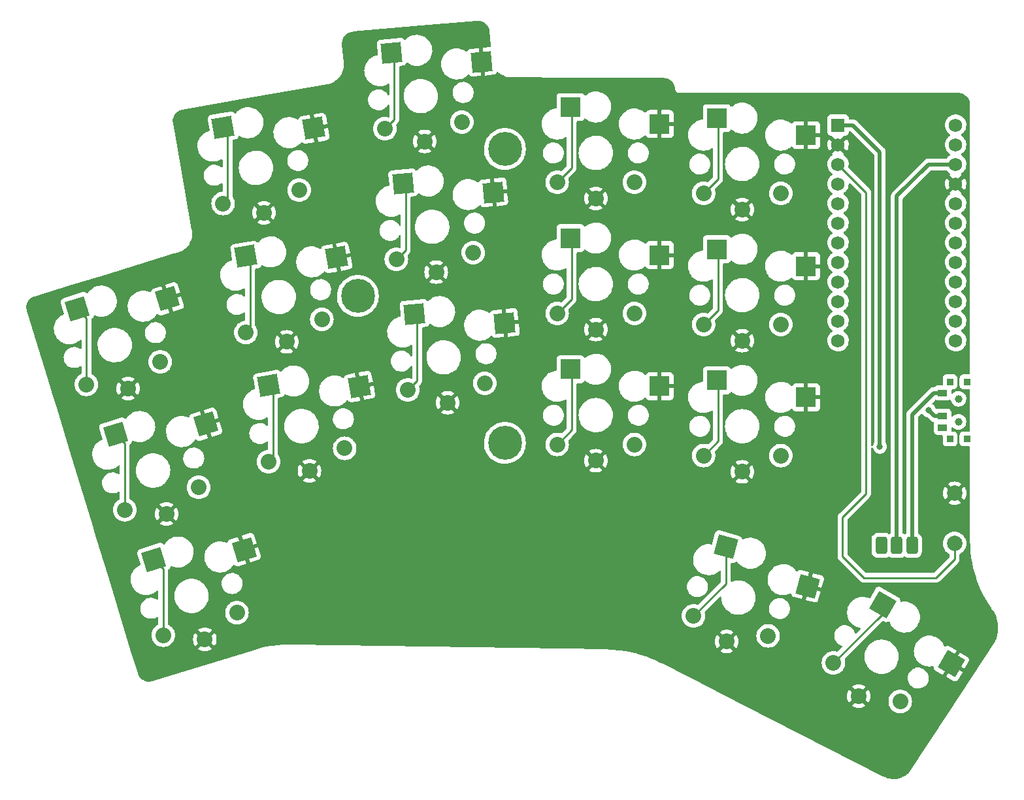
<source format=gbl>
%TF.GenerationSoftware,KiCad,Pcbnew,(6.0.4)*%
%TF.CreationDate,2022-05-01T21:13:42+02:00*%
%TF.ProjectId,batta,62617474-612e-46b6-9963-61645f706362,v1.0.0*%
%TF.SameCoordinates,Original*%
%TF.FileFunction,Copper,L2,Bot*%
%TF.FilePolarity,Positive*%
%FSLAX46Y46*%
G04 Gerber Fmt 4.6, Leading zero omitted, Abs format (unit mm)*
G04 Created by KiCad (PCBNEW (6.0.4)) date 2022-05-01 21:13:42*
%MOMM*%
%LPD*%
G01*
G04 APERTURE LIST*
G04 Aperture macros list*
%AMRoundRect*
0 Rectangle with rounded corners*
0 $1 Rounding radius*
0 $2 $3 $4 $5 $6 $7 $8 $9 X,Y pos of 4 corners*
0 Add a 4 corners polygon primitive as box body*
4,1,4,$2,$3,$4,$5,$6,$7,$8,$9,$2,$3,0*
0 Add four circle primitives for the rounded corners*
1,1,$1+$1,$2,$3*
1,1,$1+$1,$4,$5*
1,1,$1+$1,$6,$7*
1,1,$1+$1,$8,$9*
0 Add four rect primitives between the rounded corners*
20,1,$1+$1,$2,$3,$4,$5,0*
20,1,$1+$1,$4,$5,$6,$7,0*
20,1,$1+$1,$6,$7,$8,$9,0*
20,1,$1+$1,$8,$9,$2,$3,0*%
%AMRotRect*
0 Rectangle, with rotation*
0 The origin of the aperture is its center*
0 $1 length*
0 $2 width*
0 $3 Rotation angle, in degrees counterclockwise*
0 Add horizontal line*
21,1,$1,$2,0,0,$3*%
G04 Aperture macros list end*
%TA.AperFunction,ComponentPad*%
%ADD10C,1.752600*%
%TD*%
%TA.AperFunction,ComponentPad*%
%ADD11R,1.752600X1.752600*%
%TD*%
%TA.AperFunction,ComponentPad*%
%ADD12RoundRect,0.375000X-0.375000X-0.750000X0.375000X-0.750000X0.375000X0.750000X-0.375000X0.750000X0*%
%TD*%
%TA.AperFunction,ComponentPad*%
%ADD13C,2.000000*%
%TD*%
%TA.AperFunction,SMDPad,CuDef*%
%ADD14RotRect,2.600000X2.600000X10.000000*%
%TD*%
%TA.AperFunction,ComponentPad*%
%ADD15C,2.032000*%
%TD*%
%TA.AperFunction,SMDPad,CuDef*%
%ADD16RotRect,2.600000X2.600000X5.000000*%
%TD*%
%TA.AperFunction,SMDPad,CuDef*%
%ADD17R,2.600000X2.600000*%
%TD*%
%TA.AperFunction,SMDPad,CuDef*%
%ADD18RotRect,2.600000X2.600000X330.000000*%
%TD*%
%TA.AperFunction,SMDPad,CuDef*%
%ADD19R,0.900000X0.900000*%
%TD*%
%TA.AperFunction,WasherPad*%
%ADD20C,1.000000*%
%TD*%
%TA.AperFunction,SMDPad,CuDef*%
%ADD21R,1.250000X0.900000*%
%TD*%
%TA.AperFunction,SMDPad,CuDef*%
%ADD22RotRect,2.600000X2.600000X17.000000*%
%TD*%
%TA.AperFunction,ComponentPad*%
%ADD23C,4.400000*%
%TD*%
%TA.AperFunction,SMDPad,CuDef*%
%ADD24RotRect,2.600000X2.600000X345.000000*%
%TD*%
%TA.AperFunction,ViaPad*%
%ADD25C,0.800000*%
%TD*%
%TA.AperFunction,Conductor*%
%ADD26C,0.500000*%
%TD*%
%TA.AperFunction,Conductor*%
%ADD27C,0.250000*%
%TD*%
G04 APERTURE END LIST*
D10*
%TO.P,MCU1,24*%
%TO.N,P9*%
X162031087Y82346483D03*
%TO.P,MCU1,23*%
%TO.N,P8*%
X162031087Y84886483D03*
%TO.P,MCU1,22*%
%TO.N,P7*%
X162031087Y87426483D03*
%TO.P,MCU1,21*%
%TO.N,P6*%
X162031087Y89966483D03*
%TO.P,MCU1,20*%
%TO.N,P5*%
X162031087Y92506483D03*
%TO.P,MCU1,19*%
%TO.N,P4*%
X162031087Y95046483D03*
%TO.P,MCU1,18*%
%TO.N,P3*%
X162031087Y97586483D03*
%TO.P,MCU1,17*%
%TO.N,P2*%
X162031087Y100126483D03*
%TO.P,MCU1,16*%
%TO.N,GND*%
X162031087Y102666483D03*
%TO.P,MCU1,15*%
%TO.N,Bminus*%
X162031087Y105206483D03*
%TO.P,MCU1,14*%
%TO.N,P0*%
X162031087Y107746483D03*
%TO.P,MCU1,13*%
%TO.N,P1*%
X162031087Y110286483D03*
%TO.P,MCU1,12*%
%TO.N,P10*%
X146791087Y82346483D03*
%TO.P,MCU1,11*%
%TO.N,P16*%
X146791087Y84886483D03*
%TO.P,MCU1,10*%
%TO.N,P14*%
X146791087Y87426483D03*
%TO.P,MCU1,9*%
%TO.N,P15*%
X146791087Y89966483D03*
%TO.P,MCU1,8*%
%TO.N,P18*%
X146791087Y92506483D03*
%TO.P,MCU1,7*%
%TO.N,P19*%
X146791087Y95046483D03*
%TO.P,MCU1,6*%
%TO.N,P20*%
X146791087Y97586483D03*
%TO.P,MCU1,5*%
%TO.N,P21*%
X146791087Y100126483D03*
%TO.P,MCU1,4*%
%TO.N,VCC*%
X146791087Y102666483D03*
%TO.P,MCU1,3*%
%TO.N,RST*%
X146791087Y105206483D03*
%TO.P,MCU1,2*%
%TO.N,GND*%
X146791087Y107746483D03*
D11*
%TO.P,MCU1,1*%
%TO.N,RAW*%
X146791087Y110286483D03*
%TD*%
D12*
%TO.P,PAD1,1*%
%TO.N,Braw*%
X152411087Y55816483D03*
X156411087Y55816483D03*
%TO.P,PAD1,2*%
%TO.N,Bminus*%
X154411087Y55816483D03*
%TD*%
D13*
%TO.P,B1,1*%
%TO.N,RST*%
X161911087Y56066483D03*
%TO.P,B1,2*%
%TO.N,GND*%
X161911087Y62566483D03*
%TD*%
D14*
%TO.P,S11,1*%
%TO.N,P0*%
X67128658Y110035975D03*
%TO.P,S11,2*%
%TO.N,GND*%
X78885213Y109875035D03*
%TD*%
D15*
%TO.P,S34,1*%
%TO.N,P8*%
X146198518Y40569316D03*
X154858772Y35569316D03*
%TO.P,S34,2*%
%TO.N,GND*%
X149478645Y36250663D03*
X149478645Y36250663D03*
%TD*%
D16*
%TO.P,S15,1*%
%TO.N,P18*%
X90440529Y102756090D03*
%TO.P,S15,2*%
%TO.N,GND*%
X102138320Y101571111D03*
%TD*%
D17*
%TO.P,S21,1*%
%TO.N,P16*%
X112136087Y95636017D03*
%TO.P,S21,2*%
%TO.N,GND*%
X123686087Y93436017D03*
%TD*%
D15*
%TO.P,S8,1*%
%TO.N,P3*%
X73026972Y66651093D03*
X82875050Y68387574D03*
%TO.P,S8,2*%
%TO.N,GND*%
X78315672Y65451237D03*
X78315672Y65451237D03*
%TD*%
%TO.P,S14,1*%
%TO.N,P1*%
X91053509Y75957538D03*
X101015456Y76829096D03*
%TO.P,S14,2*%
%TO.N,GND*%
X96217510Y74301308D03*
X96217510Y74301308D03*
%TD*%
%TO.P,S20,1*%
%TO.N,P14*%
X120411087Y68886017D03*
X110411087Y68886017D03*
%TO.P,S20,2*%
%TO.N,GND*%
X115411087Y66786017D03*
X115411087Y66786017D03*
%TD*%
%TO.P,S28,1*%
%TO.N,P20*%
X129377759Y84446289D03*
X139377759Y84446289D03*
%TO.P,S28,2*%
%TO.N,GND*%
X134377759Y82346289D03*
X134377759Y82346289D03*
%TD*%
%TO.P,S26,1*%
%TO.N,P19*%
X129377759Y67446289D03*
X139377759Y67446289D03*
%TO.P,S26,2*%
%TO.N,GND*%
X134377759Y65346289D03*
X134377759Y65346289D03*
%TD*%
D17*
%TO.P,S29,1*%
%TO.N,P21*%
X131102759Y111196289D03*
%TO.P,S29,2*%
%TO.N,GND*%
X142652759Y108996289D03*
%TD*%
D18*
%TO.P,S33,1*%
%TO.N,P8*%
X152567412Y48150564D03*
%TO.P,S33,2*%
%TO.N,GND*%
X161470005Y40470308D03*
%TD*%
D14*
%TO.P,S7,1*%
%TO.N,P3*%
X73032696Y76552511D03*
%TO.P,S7,2*%
%TO.N,GND*%
X84789251Y76391571D03*
%TD*%
D15*
%TO.P,S2,1*%
%TO.N,P6*%
X59359170Y44161364D03*
X68922217Y47085081D03*
%TO.P,S2,2*%
%TO.N,GND*%
X64754674Y43614983D03*
X64754674Y43614983D03*
%TD*%
D19*
%TO.P,T2,*%
%TO.N,*%
X163511087Y69616483D03*
X163511087Y77016483D03*
X161311087Y69616483D03*
X161311087Y77016483D03*
D20*
X162411087Y74816483D03*
X162411087Y71816483D03*
D21*
%TO.P,T2,1*%
%TO.N,Braw*%
X160336087Y75566483D03*
%TO.P,T2,2*%
%TO.N,RAW*%
X160336087Y72566483D03*
%TO.P,T2,3*%
%TO.N,N/C*%
X160336087Y71066483D03*
%TD*%
D22*
%TO.P,S1,1*%
%TO.N,P6*%
X58158171Y53989677D03*
%TO.P,S1,2*%
%TO.N,GND*%
X69846709Y55262700D03*
%TD*%
%TO.P,S5,1*%
%TO.N,P4*%
X48217533Y86504039D03*
%TO.P,S5,2*%
%TO.N,GND*%
X59906071Y87777062D03*
%TD*%
D17*
%TO.P,S27,1*%
%TO.N,P20*%
X131102759Y94196289D03*
%TO.P,S27,2*%
%TO.N,GND*%
X142652759Y91996289D03*
%TD*%
D14*
%TO.P,S9,1*%
%TO.N,P2*%
X70080677Y93294243D03*
%TO.P,S9,2*%
%TO.N,GND*%
X81837232Y93133303D03*
%TD*%
D15*
%TO.P,S16,1*%
%TO.N,P18*%
X99533808Y93764406D03*
X89571861Y92892848D03*
%TO.P,S16,2*%
%TO.N,GND*%
X94735862Y91236618D03*
X94735862Y91236618D03*
%TD*%
%TO.P,S30,1*%
%TO.N,P21*%
X139377759Y101446289D03*
X129377759Y101446289D03*
%TO.P,S30,2*%
%TO.N,GND*%
X134377759Y99346289D03*
X134377759Y99346289D03*
%TD*%
D16*
%TO.P,S13,1*%
%TO.N,P1*%
X91922177Y85820780D03*
%TO.P,S13,2*%
%TO.N,GND*%
X103619968Y84635801D03*
%TD*%
D15*
%TO.P,S24,1*%
%TO.N,P10*%
X110411087Y102886017D03*
X120411087Y102886017D03*
%TO.P,S24,2*%
%TO.N,GND*%
X115411087Y100786017D03*
X115411087Y100786017D03*
%TD*%
D16*
%TO.P,S17,1*%
%TO.N,P15*%
X88958882Y119691400D03*
%TO.P,S17,2*%
%TO.N,GND*%
X100656673Y118506421D03*
%TD*%
D15*
%TO.P,S4,1*%
%TO.N,P5*%
X54388851Y60418545D03*
X63951898Y63342262D03*
%TO.P,S4,2*%
%TO.N,GND*%
X59784355Y59872164D03*
X59784355Y59872164D03*
%TD*%
%TO.P,S10,1*%
%TO.N,P2*%
X70074953Y83392825D03*
X79923031Y85129306D03*
%TO.P,S10,2*%
%TO.N,GND*%
X75363653Y82192969D03*
X75363653Y82192969D03*
%TD*%
D23*
%TO.P,REF\u002A\u002A,1*%
%TO.N,N/C*%
X84582000Y88138000D03*
X103632000Y107188000D03*
X103632000Y69088000D03*
%TD*%
D15*
%TO.P,S22,1*%
%TO.N,P16*%
X110411087Y85886017D03*
X120411087Y85886017D03*
%TO.P,S22,2*%
%TO.N,GND*%
X115411087Y83786017D03*
X115411087Y83786017D03*
%TD*%
D24*
%TO.P,S31,1*%
%TO.N,P7*%
X132267612Y55633629D03*
%TO.P,S31,2*%
%TO.N,GND*%
X142854654Y50519232D03*
%TD*%
D22*
%TO.P,S3,1*%
%TO.N,P5*%
X53187852Y70246858D03*
%TO.P,S3,2*%
%TO.N,GND*%
X64876390Y71519881D03*
%TD*%
D15*
%TO.P,S32,1*%
%TO.N,P7*%
X137737163Y44074125D03*
X128077904Y46662315D03*
%TO.P,S32,2*%
%TO.N,GND*%
X132364014Y43339776D03*
X132364014Y43339776D03*
%TD*%
%TO.P,S12,1*%
%TO.N,P0*%
X76971012Y101871038D03*
X67122934Y100134557D03*
%TO.P,S12,2*%
%TO.N,GND*%
X72411634Y98934701D03*
X72411634Y98934701D03*
%TD*%
D17*
%TO.P,S23,1*%
%TO.N,P10*%
X112136087Y112636017D03*
%TO.P,S23,2*%
%TO.N,GND*%
X123686087Y110436017D03*
%TD*%
%TO.P,S25,1*%
%TO.N,P19*%
X131102759Y77196289D03*
%TO.P,S25,2*%
%TO.N,GND*%
X142652759Y74996289D03*
%TD*%
D15*
%TO.P,S6,1*%
%TO.N,P4*%
X49418532Y76675726D03*
X58981579Y79599443D03*
%TO.P,S6,2*%
%TO.N,GND*%
X54814036Y76129345D03*
X54814036Y76129345D03*
%TD*%
D17*
%TO.P,S19,1*%
%TO.N,P14*%
X112136087Y78636017D03*
%TO.P,S19,2*%
%TO.N,GND*%
X123686087Y76436017D03*
%TD*%
D15*
%TO.P,S18,1*%
%TO.N,P15*%
X88090214Y109828158D03*
X98052161Y110699716D03*
%TO.P,S18,2*%
%TO.N,GND*%
X93254215Y108171928D03*
X93254215Y108171928D03*
%TD*%
D25*
%TO.N,RAW*%
X158572200Y73304400D03*
X152222200Y68605400D03*
%TD*%
D26*
%TO.N,Bminus*%
X158546483Y105206483D02*
X162031087Y105206483D01*
X154411087Y101071087D02*
X158546483Y105206483D01*
X154411087Y55816483D02*
X154411087Y101071087D01*
%TO.N,RAW*%
X152222200Y106774473D02*
X148710190Y110286483D01*
X152222200Y68605400D02*
X152222200Y106774473D01*
X148710190Y110286483D02*
X146791087Y110286483D01*
D27*
%TO.N,P6*%
X58158171Y53989677D02*
X59359170Y52788678D01*
X59359170Y52788678D02*
X59359170Y44161364D01*
%TO.N,P5*%
X53187852Y70246858D02*
X54388851Y69045859D01*
X54388851Y69045859D02*
X54388851Y60418545D01*
%TO.N,P4*%
X48217533Y86504039D02*
X49418532Y85303040D01*
X49418532Y85303040D02*
X49418532Y76675726D01*
%TO.N,P3*%
X73590450Y67214571D02*
X73026972Y66651093D01*
X73032696Y76552511D02*
X73590450Y75994757D01*
X73590450Y75994757D02*
X73590450Y67214571D01*
%TO.N,P2*%
X70638431Y83956303D02*
X70074953Y83392825D01*
X70638431Y92736489D02*
X70638431Y83956303D01*
X70080677Y93294243D02*
X70638431Y92736489D01*
%TO.N,P0*%
X67686412Y100698035D02*
X67122934Y100134557D01*
X67128658Y110035975D02*
X67686412Y109478221D01*
X67686412Y109478221D02*
X67686412Y100698035D01*
%TO.N,P1*%
X92270004Y77174033D02*
X91053509Y75957538D01*
X91922177Y85820780D02*
X92270004Y85472953D01*
X92270004Y85472953D02*
X92270004Y77174033D01*
%TO.N,P18*%
X90788356Y94109343D02*
X89571861Y92892848D01*
X90440529Y102756090D02*
X90788356Y102408263D01*
X90788356Y102408263D02*
X90788356Y94109343D01*
%TO.N,P15*%
X89306709Y111044653D02*
X88090214Y109828158D01*
X89306709Y119343573D02*
X89306709Y111044653D01*
X88958882Y119691400D02*
X89306709Y119343573D01*
%TO.N,P14*%
X112285608Y79029475D02*
X112285608Y70760538D01*
X112285608Y70760538D02*
X110411087Y68886017D01*
%TO.N,P16*%
X112285608Y96029475D02*
X112285608Y87760538D01*
X112285608Y87760538D02*
X110411087Y85886017D01*
%TO.N,P10*%
X112285608Y104760538D02*
X110411087Y102886017D01*
X112285608Y113029475D02*
X112285608Y104760538D01*
%TO.N,P19*%
X131252280Y77046768D02*
X131252280Y69320810D01*
X131252280Y69320810D02*
X129377759Y67446289D01*
X131102759Y77196289D02*
X131252280Y77046768D01*
%TO.N,P20*%
X131102759Y94196289D02*
X131252280Y94046768D01*
X131252280Y94046768D02*
X131252280Y86320810D01*
X131252280Y86320810D02*
X129377759Y84446289D01*
%TO.N,P21*%
X131252280Y103320810D02*
X129377759Y101446289D01*
X131102759Y111196289D02*
X131252280Y111046768D01*
X131252280Y111046768D02*
X131252280Y103320810D01*
%TO.N,P7*%
X132267612Y55633629D02*
X132267612Y50852023D01*
X132267612Y50852023D02*
X128077904Y46662315D01*
%TO.N,P8*%
X152567412Y46938210D02*
X146198518Y40569316D01*
X152567412Y48150564D02*
X152567412Y46938210D01*
%TO.N,RST*%
X150139400Y51612800D02*
X147370800Y54381400D01*
X150444200Y101553370D02*
X146791087Y105206483D01*
X147370800Y59461400D02*
X150444200Y62534800D01*
X159461200Y51612800D02*
X150139400Y51612800D01*
X161911087Y56066483D02*
X161911087Y54062687D01*
X161911087Y54062687D02*
X159461200Y51612800D01*
X147370800Y54381400D02*
X147370800Y59461400D01*
X150444200Y62534800D02*
X150444200Y101553370D01*
D26*
%TO.N,RAW*%
X158572200Y73304400D02*
X159310117Y72566483D01*
X159310117Y72566483D02*
X160336087Y72566483D01*
%TO.N,Braw*%
X156411087Y72766483D02*
X156411087Y55816483D01*
X159211087Y75566483D02*
X156411087Y72766483D01*
X160336087Y75566483D02*
X159211087Y75566483D01*
%TD*%
%TA.AperFunction,Conductor*%
%TO.N,GND*%
G36*
X100238520Y123814579D02*
G01*
X100431736Y123789922D01*
X100449359Y123786380D01*
X100637100Y123734476D01*
X100654041Y123728462D01*
X100718715Y123700159D01*
X100832489Y123650368D01*
X100848397Y123642006D01*
X101013917Y123539306D01*
X101028471Y123528767D01*
X101177687Y123403563D01*
X101190594Y123391060D01*
X101320478Y123245888D01*
X101331477Y123231670D01*
X101367354Y123177747D01*
X101439372Y123069501D01*
X101448236Y123053863D01*
X101459807Y123029556D01*
X101531955Y122877988D01*
X101538504Y122861246D01*
X101596340Y122675249D01*
X101600440Y122657745D01*
X101626064Y122497613D01*
X101626917Y122478990D01*
X101627498Y122471258D01*
X101626896Y122462305D01*
X101628830Y122453546D01*
X101628830Y122453545D01*
X101634823Y122426404D01*
X101637123Y122412152D01*
X101813953Y120695508D01*
X101828705Y120552294D01*
X101815788Y120482482D01*
X101767179Y120430736D01*
X101714350Y120413862D01*
X100770177Y120331257D01*
X100755384Y120325470D01*
X100754304Y120323979D01*
X100753310Y120316184D01*
X100887569Y118781592D01*
X101065705Y116745487D01*
X101071492Y116730694D01*
X101072983Y116729614D01*
X101080778Y116728620D01*
X102153814Y116822499D01*
X102160555Y116823459D01*
X102210751Y116833396D01*
X102225634Y116838340D01*
X102341690Y116893821D01*
X102356473Y116903680D01*
X102451498Y116988790D01*
X102462916Y117002398D01*
X102530230Y117110755D01*
X102537375Y117127031D01*
X102545097Y117154782D01*
X102582628Y117215047D01*
X102646784Y117245454D01*
X102717194Y117236349D01*
X102751611Y117213899D01*
X102833379Y117138970D01*
X102920524Y117059113D01*
X102923435Y117057001D01*
X103149561Y116892935D01*
X103149569Y116892930D01*
X103152477Y116890820D01*
X103402086Y116750035D01*
X103405385Y116748643D01*
X103405394Y116748638D01*
X103662787Y116639989D01*
X103662792Y116639987D01*
X103666102Y116638590D01*
X103941092Y116557933D01*
X103944641Y116557319D01*
X103944643Y116557319D01*
X104219929Y116509728D01*
X104219935Y116509727D01*
X104223477Y116509115D01*
X104321192Y116503533D01*
X104474877Y116494753D01*
X104488591Y116493213D01*
X104497033Y116491792D01*
X104503365Y116491715D01*
X104504720Y116491698D01*
X104504724Y116491698D01*
X104509585Y116491639D01*
X104514403Y116492329D01*
X104514405Y116492329D01*
X104535783Y116495390D01*
X104554211Y116496661D01*
X112303500Y116461692D01*
X124156952Y116408204D01*
X124175754Y116406706D01*
X124200894Y116402792D01*
X124212785Y116404347D01*
X124215163Y116404658D01*
X124241228Y116405346D01*
X124274216Y116402792D01*
X124427082Y116390956D01*
X124446304Y116387961D01*
X124651478Y116339519D01*
X124670013Y116333600D01*
X124684287Y116327792D01*
X124858139Y116257053D01*
X124865283Y116254146D01*
X124882684Y116245443D01*
X124936520Y116213098D01*
X125063384Y116136876D01*
X125079239Y116125598D01*
X125093728Y116113503D01*
X125241078Y115990496D01*
X125255002Y115976916D01*
X125394105Y115818513D01*
X125405778Y115802943D01*
X125518836Y115625004D01*
X125527971Y115607826D01*
X125528186Y115607334D01*
X125573760Y115502893D01*
X125612280Y115414616D01*
X125618662Y115396234D01*
X125672221Y115192334D01*
X125675696Y115173188D01*
X125694000Y114994861D01*
X125693769Y114977795D01*
X125693893Y114977797D01*
X125694007Y114968822D01*
X125692848Y114959919D01*
X125694234Y114951050D01*
X125694234Y114951048D01*
X125696182Y114938585D01*
X125697691Y114918362D01*
X125697559Y114896762D01*
X125704227Y114873431D01*
X125706803Y114864418D01*
X125710142Y114849250D01*
X125710407Y114847558D01*
X125715337Y114816008D01*
X125719155Y114807887D01*
X125719156Y114807885D01*
X125724528Y114796460D01*
X125731651Y114777475D01*
X125735117Y114765347D01*
X125735120Y114765340D01*
X125737586Y114756712D01*
X125742376Y114749120D01*
X125742378Y114749116D01*
X125755537Y114728260D01*
X125763001Y114714637D01*
X125777315Y114684194D01*
X125783260Y114677470D01*
X125783264Y114677464D01*
X125791621Y114668012D01*
X125803784Y114651793D01*
X125810519Y114641119D01*
X125810521Y114641116D01*
X125815311Y114633525D01*
X125840528Y114611254D01*
X125851509Y114600279D01*
X125873796Y114575072D01*
X125881391Y114570286D01*
X125881393Y114570284D01*
X125892073Y114563553D01*
X125908304Y114551397D01*
X125924486Y114537105D01*
X125932610Y114533291D01*
X125932611Y114533290D01*
X125954930Y114522811D01*
X125968554Y114515357D01*
X125989431Y114502201D01*
X125989437Y114502198D01*
X125997026Y114497416D01*
X126005657Y114494955D01*
X126005658Y114494954D01*
X126017799Y114491491D01*
X126036788Y114484379D01*
X126048207Y114479018D01*
X126056335Y114475202D01*
X126089573Y114470027D01*
X126104746Y114466695D01*
X126137099Y114457468D01*
X126213902Y114457980D01*
X126214742Y114457983D01*
X162361723Y114457983D01*
X162381108Y114456483D01*
X162395941Y114454173D01*
X162395945Y114454173D01*
X162404814Y114452792D01*
X162420070Y114454787D01*
X162445392Y114455530D01*
X162579058Y114445971D01*
X162614361Y114443446D01*
X162632156Y114440888D01*
X162822490Y114399484D01*
X162839739Y114394419D01*
X162875058Y114381246D01*
X163022244Y114326349D01*
X163038589Y114318884D01*
X163064640Y114304659D01*
X163209548Y114225533D01*
X163224671Y114215814D01*
X163380603Y114099085D01*
X163394189Y114087312D01*
X163531914Y113949587D01*
X163543687Y113936001D01*
X163660419Y113780065D01*
X163670136Y113764945D01*
X163763484Y113593986D01*
X163770952Y113577635D01*
X163839024Y113395126D01*
X163844084Y113377891D01*
X163881739Y113204789D01*
X163885488Y113187554D01*
X163888046Y113169760D01*
X163899623Y113007871D01*
X163898879Y112989955D01*
X163898777Y112981634D01*
X163897396Y112972763D01*
X163898560Y112963860D01*
X163898560Y112963855D01*
X163901523Y112941193D01*
X163902587Y112924857D01*
X163902587Y78100983D01*
X163882585Y78032862D01*
X163828929Y77986369D01*
X163776587Y77974983D01*
X163012953Y77974983D01*
X162950771Y77968228D01*
X162814382Y77917098D01*
X162697826Y77829744D01*
X162610472Y77713188D01*
X162559342Y77576799D01*
X162552587Y77514617D01*
X162552587Y76518349D01*
X162559342Y76456167D01*
X162610472Y76319778D01*
X162697826Y76203222D01*
X162814382Y76115868D01*
X162950771Y76064738D01*
X163012953Y76057983D01*
X163776587Y76057983D01*
X163844708Y76037981D01*
X163891201Y75984325D01*
X163902587Y75931983D01*
X163902587Y70700983D01*
X163882585Y70632862D01*
X163828929Y70586369D01*
X163776587Y70574983D01*
X163012953Y70574983D01*
X162950771Y70568228D01*
X162814382Y70517098D01*
X162697826Y70429744D01*
X162610472Y70313188D01*
X162559342Y70176799D01*
X162552587Y70114617D01*
X162552587Y69118349D01*
X162559342Y69056167D01*
X162610472Y68919778D01*
X162697826Y68803222D01*
X162814382Y68715868D01*
X162950771Y68664738D01*
X163012953Y68657983D01*
X163776587Y68657983D01*
X163844708Y68637981D01*
X163891201Y68584325D01*
X163902587Y68531983D01*
X163902587Y56538278D01*
X163900841Y56517373D01*
X163897511Y56497580D01*
X163897358Y56485028D01*
X163898047Y56480214D01*
X163898364Y56475353D01*
X163898211Y56475343D01*
X163898713Y56469300D01*
X163915393Y55757918D01*
X163915495Y55756471D01*
X163966399Y55033875D01*
X163966401Y55033853D01*
X163966503Y55032406D01*
X163966676Y55030938D01*
X163966677Y55030926D01*
X164051390Y54311560D01*
X164051393Y54311538D01*
X164051564Y54310087D01*
X164123238Y53877270D01*
X164167286Y53611277D01*
X164170387Y53592549D01*
X164322712Y52881369D01*
X164508204Y52178110D01*
X164508649Y52176696D01*
X164508652Y52176685D01*
X164705452Y51551085D01*
X164726455Y51484319D01*
X164726968Y51482920D01*
X164726969Y51482918D01*
X164743769Y51437132D01*
X164976986Y50801520D01*
X165071297Y50577550D01*
X165258686Y50132540D01*
X165258696Y50132517D01*
X165259245Y50131214D01*
X165572612Y49474875D01*
X165916399Y48833946D01*
X165917162Y48832671D01*
X166285625Y48216894D01*
X166289849Y48209834D01*
X166290658Y48208615D01*
X166290664Y48208606D01*
X166645496Y47674170D01*
X166692142Y47603913D01*
X166693013Y47602727D01*
X166693015Y47602723D01*
X167083547Y47070458D01*
X167097854Y47045362D01*
X167218584Y46762357D01*
X167222309Y46752502D01*
X167339921Y46397100D01*
X167342810Y46386968D01*
X167430319Y46022985D01*
X167432352Y46012647D01*
X167489148Y45642610D01*
X167490309Y45632138D01*
X167515990Y45258670D01*
X167516273Y45248137D01*
X167510662Y44873818D01*
X167510064Y44863300D01*
X167473201Y44490757D01*
X167471726Y44480325D01*
X167460529Y44419579D01*
X167412936Y44161364D01*
X167403867Y44112162D01*
X167401527Y44101899D01*
X167303149Y43740698D01*
X167299961Y43730666D01*
X167197088Y43448454D01*
X167188529Y43424975D01*
X167175486Y43398990D01*
X161044685Y34058541D01*
X155972678Y26331195D01*
X155951576Y26306630D01*
X155774578Y26147521D01*
X155764152Y26139106D01*
X155646953Y26054399D01*
X155529747Y25969688D01*
X155518496Y25962436D01*
X155267434Y25818872D01*
X155255475Y25812853D01*
X154990579Y25696756D01*
X154978051Y25692043D01*
X154883333Y25662050D01*
X154702339Y25604737D01*
X154689369Y25601377D01*
X154620020Y25587299D01*
X154405941Y25543841D01*
X154392699Y25541879D01*
X154190630Y25522850D01*
X154104759Y25514764D01*
X154091371Y25514219D01*
X153918124Y25516385D01*
X153802195Y25517834D01*
X153788827Y25518713D01*
X153501651Y25553016D01*
X153488453Y25555311D01*
X153334288Y25590640D01*
X153206564Y25619910D01*
X153193681Y25623593D01*
X152920240Y25717763D01*
X152907821Y25722793D01*
X152678761Y25830087D01*
X152656391Y25843553D01*
X152655029Y25844579D01*
X152655027Y25844580D01*
X152647856Y25849983D01*
X152639458Y25853156D01*
X152639456Y25853157D01*
X152612359Y25863394D01*
X152599578Y25869051D01*
X134709500Y35006357D01*
X148599169Y35006357D01*
X148604896Y34998707D01*
X148780404Y34891156D01*
X148789198Y34886675D01*
X149001674Y34798665D01*
X149011059Y34795616D01*
X149234689Y34741926D01*
X149244436Y34740383D01*
X149473715Y34722338D01*
X149483575Y34722338D01*
X149712854Y34740383D01*
X149722601Y34741926D01*
X149946231Y34795616D01*
X149955616Y34798665D01*
X150168092Y34886675D01*
X150176886Y34891156D01*
X150348728Y34996460D01*
X150358188Y35006916D01*
X150354404Y35015694D01*
X149491457Y35878641D01*
X149477513Y35886255D01*
X149475680Y35886124D01*
X149469065Y35881873D01*
X148605929Y35018737D01*
X148599169Y35006357D01*
X134709500Y35006357D01*
X132282906Y36245733D01*
X147950320Y36245733D01*
X147968365Y36016454D01*
X147969908Y36006707D01*
X148023598Y35783077D01*
X148026647Y35773692D01*
X148114657Y35561216D01*
X148119138Y35552422D01*
X148224442Y35380580D01*
X148234898Y35371120D01*
X148243676Y35374904D01*
X149106623Y36237851D01*
X149113001Y36249531D01*
X149843053Y36249531D01*
X149843184Y36247698D01*
X149847435Y36241083D01*
X150710571Y35377947D01*
X150722951Y35371187D01*
X150730601Y35376914D01*
X150838152Y35552422D01*
X150842633Y35561216D01*
X150845988Y35569316D01*
X153329558Y35569316D01*
X153348385Y35330094D01*
X153349539Y35325287D01*
X153349540Y35325281D01*
X153384815Y35178353D01*
X153404403Y35096763D01*
X153406296Y35092192D01*
X153406297Y35092190D01*
X153445950Y34996460D01*
X153496232Y34875067D01*
X153621612Y34670467D01*
X153777454Y34487998D01*
X153959923Y34332156D01*
X154164523Y34206776D01*
X154169093Y34204883D01*
X154169095Y34204882D01*
X154381646Y34116841D01*
X154386219Y34114947D01*
X154467809Y34095359D01*
X154614737Y34060084D01*
X154614743Y34060083D01*
X154619550Y34058929D01*
X154858772Y34040102D01*
X155097994Y34058929D01*
X155102801Y34060083D01*
X155102807Y34060084D01*
X155249735Y34095359D01*
X155331325Y34114947D01*
X155335898Y34116841D01*
X155548449Y34204882D01*
X155548451Y34204883D01*
X155553021Y34206776D01*
X155757621Y34332156D01*
X155940090Y34487998D01*
X156095932Y34670467D01*
X156221312Y34875067D01*
X156271595Y34996460D01*
X156311247Y35092190D01*
X156311248Y35092192D01*
X156313141Y35096763D01*
X156332729Y35178353D01*
X156368004Y35325281D01*
X156368005Y35325287D01*
X156369159Y35330094D01*
X156387986Y35569316D01*
X156369159Y35808538D01*
X156368005Y35813345D01*
X156368004Y35813351D01*
X156321583Y36006707D01*
X156313141Y36041869D01*
X156231963Y36237851D01*
X156223206Y36258993D01*
X156223205Y36258995D01*
X156221312Y36263565D01*
X156095932Y36468165D01*
X155940090Y36650634D01*
X155757621Y36806476D01*
X155553021Y36931856D01*
X155548451Y36933749D01*
X155548449Y36933750D01*
X155335898Y37021791D01*
X155335896Y37021792D01*
X155331325Y37023685D01*
X155249735Y37043273D01*
X155102807Y37078548D01*
X155102801Y37078549D01*
X155097994Y37079703D01*
X154858772Y37098530D01*
X154619550Y37079703D01*
X154614743Y37078549D01*
X154614737Y37078548D01*
X154467809Y37043273D01*
X154386219Y37023685D01*
X154381648Y37021792D01*
X154381646Y37021791D01*
X154169095Y36933750D01*
X154169093Y36933749D01*
X154164523Y36931856D01*
X153959923Y36806476D01*
X153777454Y36650634D01*
X153621612Y36468165D01*
X153496232Y36263565D01*
X153494339Y36258995D01*
X153494338Y36258993D01*
X153485581Y36237851D01*
X153404403Y36041869D01*
X153395961Y36006707D01*
X153349540Y35813351D01*
X153349539Y35813345D01*
X153348385Y35808538D01*
X153329558Y35569316D01*
X150845988Y35569316D01*
X150930643Y35773692D01*
X150933692Y35783077D01*
X150987382Y36006707D01*
X150988925Y36016454D01*
X151006970Y36245733D01*
X151006970Y36255593D01*
X150988925Y36484872D01*
X150987382Y36494619D01*
X150933692Y36718249D01*
X150930643Y36727634D01*
X150842633Y36940110D01*
X150838152Y36948904D01*
X150732848Y37120746D01*
X150722392Y37130206D01*
X150713614Y37126422D01*
X149850667Y36263475D01*
X149843053Y36249531D01*
X149113001Y36249531D01*
X149114237Y36251795D01*
X149114106Y36253628D01*
X149109855Y36260243D01*
X148246719Y37123379D01*
X148234339Y37130139D01*
X148226689Y37124412D01*
X148119138Y36948904D01*
X148114657Y36940110D01*
X148026647Y36727634D01*
X148023598Y36718249D01*
X147969908Y36494619D01*
X147968365Y36484872D01*
X147950320Y36255593D01*
X147950320Y36245733D01*
X132282906Y36245733D01*
X129838101Y37494410D01*
X148599102Y37494410D01*
X148602886Y37485632D01*
X149465833Y36622685D01*
X149479777Y36615071D01*
X149481610Y36615202D01*
X149488225Y36619453D01*
X150351361Y37482589D01*
X150358121Y37494969D01*
X150352394Y37502619D01*
X150176886Y37610170D01*
X150168092Y37614651D01*
X149955616Y37702661D01*
X149946231Y37705710D01*
X149722601Y37759400D01*
X149712854Y37760943D01*
X149483575Y37778988D01*
X149473715Y37778988D01*
X149244436Y37760943D01*
X149234689Y37759400D01*
X149011059Y37705710D01*
X149001674Y37702661D01*
X148789198Y37614651D01*
X148780404Y37610170D01*
X148608562Y37504866D01*
X148599102Y37494410D01*
X129838101Y37494410D01*
X128353989Y38252416D01*
X127527621Y38674481D01*
X155828985Y38674481D01*
X155837639Y38443945D01*
X155885013Y38218163D01*
X155886971Y38213204D01*
X155886972Y38213202D01*
X155914193Y38144275D01*
X155969752Y38003591D01*
X156089432Y37806364D01*
X156092929Y37802334D01*
X156179553Y37702509D01*
X156240632Y37632121D01*
X156244763Y37628734D01*
X156414900Y37489229D01*
X156414906Y37489225D01*
X156419028Y37485845D01*
X156619520Y37371719D01*
X156624536Y37369898D01*
X156624541Y37369896D01*
X156831360Y37294824D01*
X156831364Y37294823D01*
X156836375Y37293004D01*
X156841624Y37292055D01*
X156841627Y37292054D01*
X157059308Y37252691D01*
X157059315Y37252690D01*
X157063392Y37251953D01*
X157081129Y37251117D01*
X157086077Y37250883D01*
X157086084Y37250883D01*
X157087565Y37250813D01*
X157249710Y37250813D01*
X157316666Y37256494D01*
X157416347Y37264952D01*
X157416351Y37264953D01*
X157421658Y37265403D01*
X157426813Y37266741D01*
X157426819Y37266742D01*
X157639788Y37322018D01*
X157639792Y37322019D01*
X157644957Y37323360D01*
X157649823Y37325552D01*
X157649826Y37325553D01*
X157850434Y37415920D01*
X157855300Y37418112D01*
X157859720Y37421088D01*
X157859724Y37421090D01*
X157984159Y37504866D01*
X158046670Y37546951D01*
X158213597Y37706191D01*
X158351306Y37891279D01*
X158406090Y37999030D01*
X158453443Y38092167D01*
X158453443Y38092168D01*
X158455862Y38096925D01*
X158495128Y38223382D01*
X158522690Y38312143D01*
X158522691Y38312149D01*
X158524274Y38317246D01*
X158545545Y38477739D01*
X158553885Y38540660D01*
X158553885Y38540665D01*
X158554585Y38545945D01*
X158545931Y38776481D01*
X158545657Y38777789D01*
X160791289Y38777789D01*
X160791892Y38776049D01*
X160797708Y38770762D01*
X161730527Y38232198D01*
X161736610Y38229112D01*
X161783422Y38208465D01*
X161798450Y38203977D01*
X161925336Y38182858D01*
X161943108Y38182455D01*
X162069761Y38197669D01*
X162086923Y38202268D01*
X162204209Y38252416D01*
X162219402Y38261654D01*
X162318726Y38343383D01*
X162329500Y38354787D01*
X162359713Y38396068D01*
X162363444Y38401792D01*
X162899720Y39330649D01*
X162903465Y39346084D01*
X162902862Y39347824D01*
X162897046Y39353111D01*
X161578664Y40114280D01*
X161563229Y40118025D01*
X161561489Y40117422D01*
X161556202Y40111606D01*
X160795034Y38793224D01*
X160791289Y38777789D01*
X158545657Y38777789D01*
X158498557Y39002263D01*
X158476179Y39058929D01*
X158450678Y39123501D01*
X158413818Y39216835D01*
X158306902Y39393028D01*
X158296907Y39409499D01*
X158296906Y39409500D01*
X158294138Y39414062D01*
X158207213Y39514235D01*
X158146438Y39584272D01*
X158146436Y39584274D01*
X158142938Y39588305D01*
X158047330Y39666699D01*
X157968670Y39731197D01*
X157968664Y39731201D01*
X157964542Y39734581D01*
X157764050Y39848707D01*
X157759034Y39850528D01*
X157759029Y39850530D01*
X157552210Y39925602D01*
X157552206Y39925603D01*
X157547195Y39927422D01*
X157541946Y39928371D01*
X157541943Y39928372D01*
X157324262Y39967735D01*
X157324255Y39967736D01*
X157320178Y39968473D01*
X157302441Y39969309D01*
X157297493Y39969543D01*
X157297486Y39969543D01*
X157296005Y39969613D01*
X157133860Y39969613D01*
X157066904Y39963932D01*
X156967223Y39955474D01*
X156967219Y39955473D01*
X156961912Y39955023D01*
X156956757Y39953685D01*
X156956751Y39953684D01*
X156743782Y39898408D01*
X156743778Y39898407D01*
X156738613Y39897066D01*
X156733747Y39894874D01*
X156733744Y39894873D01*
X156641655Y39853390D01*
X156528270Y39802314D01*
X156523850Y39799338D01*
X156523846Y39799336D01*
X156512344Y39791592D01*
X156336900Y39673475D01*
X156169973Y39514235D01*
X156166785Y39509950D01*
X156050094Y39353111D01*
X156032264Y39329147D01*
X156029849Y39324397D01*
X155934680Y39137213D01*
X155927708Y39123501D01*
X155901964Y39040593D01*
X155860880Y38908283D01*
X155860879Y38908277D01*
X155859296Y38903180D01*
X155828985Y38674481D01*
X127527621Y38674481D01*
X124030654Y40460547D01*
X124010975Y40473016D01*
X124003635Y40478682D01*
X124003633Y40478683D01*
X123999787Y40481652D01*
X123988788Y40487702D01*
X123984215Y40489363D01*
X123981133Y40490761D01*
X123976453Y40493001D01*
X123825090Y40569316D01*
X144669304Y40569316D01*
X144688131Y40330094D01*
X144689285Y40325287D01*
X144689286Y40325281D01*
X144701772Y40273274D01*
X144744149Y40096763D01*
X144746042Y40092192D01*
X144746043Y40092190D01*
X144802673Y39955474D01*
X144835978Y39875067D01*
X144961358Y39670467D01*
X145117200Y39487998D01*
X145120962Y39484785D01*
X145275134Y39353111D01*
X145299669Y39332156D01*
X145504269Y39206776D01*
X145508839Y39204883D01*
X145508841Y39204882D01*
X145721392Y39116841D01*
X145725965Y39114947D01*
X145807555Y39095359D01*
X145954483Y39060084D01*
X145954489Y39060083D01*
X145959296Y39058929D01*
X146198518Y39040102D01*
X146437740Y39058929D01*
X146442547Y39060083D01*
X146442553Y39060084D01*
X146589481Y39095359D01*
X146671071Y39114947D01*
X146675644Y39116841D01*
X146888195Y39204882D01*
X146888197Y39204883D01*
X146892767Y39206776D01*
X147097367Y39332156D01*
X147121903Y39353111D01*
X147276074Y39484785D01*
X147279836Y39487998D01*
X147435678Y39670467D01*
X147561058Y39875067D01*
X147594364Y39955474D01*
X147650993Y40092190D01*
X147650994Y40092192D01*
X147652887Y40096763D01*
X147695264Y40273274D01*
X147707750Y40325281D01*
X147707751Y40325287D01*
X147708905Y40330094D01*
X147727732Y40569316D01*
X147708905Y40808538D01*
X147707751Y40813345D01*
X147707750Y40813351D01*
X147652887Y41041869D01*
X147655110Y41042403D01*
X147653331Y41103894D01*
X147686108Y41161002D01*
X147838660Y41313554D01*
X150201159Y41313554D01*
X150201522Y41309406D01*
X150201522Y41309402D01*
X150210511Y41206656D01*
X150226897Y41019364D01*
X150227807Y41015292D01*
X150227808Y41015287D01*
X150290032Y40736913D01*
X150291317Y40731163D01*
X150393289Y40454014D01*
X150531019Y40192786D01*
X150533439Y40189381D01*
X150699664Y39955478D01*
X150699667Y39955474D01*
X150702088Y39952068D01*
X150704932Y39949018D01*
X150704937Y39949012D01*
X150851171Y39792195D01*
X150903491Y39736089D01*
X151131690Y39548645D01*
X151382674Y39393028D01*
X151652035Y39271972D01*
X151935040Y39187605D01*
X151939160Y39186952D01*
X151939162Y39186952D01*
X152223237Y39141958D01*
X152223243Y39141957D01*
X152226718Y39141407D01*
X152251277Y39140292D01*
X152317662Y39137277D01*
X152317683Y39137277D01*
X152319082Y39137213D01*
X152503546Y39137213D01*
X152723309Y39151810D01*
X152727408Y39152636D01*
X152727412Y39152637D01*
X152906176Y39188682D01*
X153012796Y39210180D01*
X153292020Y39306325D01*
X153461734Y39391311D01*
X153552340Y39436683D01*
X153552342Y39436684D01*
X153556076Y39438554D01*
X153800323Y39604545D01*
X153807334Y39610813D01*
X153950860Y39739141D01*
X154020472Y39801381D01*
X154058770Y39846064D01*
X154209934Y40022429D01*
X154209937Y40022433D01*
X154212654Y40025603D01*
X154214928Y40029105D01*
X154214932Y40029110D01*
X154371215Y40269764D01*
X154371218Y40269769D01*
X154373494Y40273274D01*
X154500164Y40540041D01*
X154505451Y40556506D01*
X154589160Y40817230D01*
X154589160Y40817231D01*
X154590440Y40821217D01*
X154620727Y40989546D01*
X154641996Y41107754D01*
X154641997Y41107759D01*
X154642735Y41111863D01*
X154644967Y41161002D01*
X154655942Y41402702D01*
X154655942Y41402707D01*
X154656131Y41406872D01*
X154649241Y41485632D01*
X154630757Y41696901D01*
X154630393Y41701062D01*
X154607550Y41803258D01*
X154566885Y41985185D01*
X154566883Y41985192D01*
X154565973Y41989263D01*
X154496503Y42178075D01*
X156621594Y42178075D01*
X156621747Y42173687D01*
X156621747Y42173681D01*
X156631194Y41903165D01*
X156631397Y41897350D01*
X156632159Y41893027D01*
X156632160Y41893020D01*
X156633622Y41884729D01*
X156680174Y41620721D01*
X156766975Y41353573D01*
X156768903Y41349620D01*
X156768905Y41349615D01*
X156810875Y41263565D01*
X156890112Y41101106D01*
X156892567Y41097467D01*
X156892570Y41097461D01*
X156947997Y41015287D01*
X157047187Y40868232D01*
X157050132Y40864961D01*
X157050133Y40864960D01*
X157092173Y40818270D01*
X157235143Y40659486D01*
X157450322Y40478929D01*
X157688536Y40330077D01*
X157945147Y40215826D01*
X158215162Y40138401D01*
X158219512Y40137790D01*
X158219515Y40137789D01*
X158322462Y40123321D01*
X158493324Y40099308D01*
X158703918Y40099308D01*
X158706104Y40099461D01*
X158706108Y40099461D01*
X158909599Y40113690D01*
X158909604Y40113691D01*
X158913984Y40113997D01*
X159030338Y40138729D01*
X159101128Y40133327D01*
X159157760Y40090510D01*
X159182254Y40023873D01*
X159182502Y40012621D01*
X159182152Y39997205D01*
X159197366Y39870552D01*
X159201965Y39853390D01*
X159252113Y39736104D01*
X159261351Y39720911D01*
X159343080Y39621587D01*
X159354484Y39610813D01*
X159395765Y39580600D01*
X159401489Y39576869D01*
X160330346Y39040593D01*
X160345781Y39036848D01*
X160347521Y39037451D01*
X160352808Y39043267D01*
X161136318Y40400344D01*
X161230535Y40563533D01*
X161822288Y40563533D01*
X161822891Y40561793D01*
X161828707Y40556506D01*
X163147089Y39795337D01*
X163162524Y39791592D01*
X163164264Y39792195D01*
X163169551Y39798011D01*
X163708115Y40730830D01*
X163711201Y40736913D01*
X163731848Y40783725D01*
X163736336Y40798753D01*
X163757455Y40925639D01*
X163757858Y40943411D01*
X163742644Y41070064D01*
X163738045Y41087226D01*
X163687897Y41204512D01*
X163678659Y41219705D01*
X163596930Y41319029D01*
X163585526Y41329803D01*
X163544245Y41360016D01*
X163538521Y41363747D01*
X162609664Y41900023D01*
X162594229Y41903768D01*
X162592489Y41903165D01*
X162587202Y41897350D01*
X161826033Y40578968D01*
X161822288Y40563533D01*
X161230535Y40563533D01*
X162144976Y42147392D01*
X162148721Y42162827D01*
X162148118Y42164567D01*
X162142302Y42169854D01*
X161209483Y42708418D01*
X161203400Y42711504D01*
X161156588Y42732151D01*
X161141560Y42736639D01*
X161014674Y42757758D01*
X160996902Y42758161D01*
X160870249Y42742947D01*
X160853087Y42738348D01*
X160735797Y42688198D01*
X160722619Y42680186D01*
X160654021Y42661887D01*
X160586420Y42683580D01*
X160541278Y42738377D01*
X160537327Y42748912D01*
X160533759Y42759895D01*
X160500569Y42862043D01*
X160496739Y42869897D01*
X160392406Y43083808D01*
X160377432Y43114510D01*
X160374977Y43118149D01*
X160374974Y43118155D01*
X160280143Y43258747D01*
X160220357Y43347384D01*
X160194904Y43375653D01*
X160054462Y43531629D01*
X160032401Y43556130D01*
X160000291Y43583074D01*
X159874278Y43688811D01*
X159817222Y43736687D01*
X159579008Y43885539D01*
X159358372Y43983773D01*
X159326411Y43998003D01*
X159326409Y43998004D01*
X159322397Y43999790D01*
X159052382Y44077215D01*
X159048032Y44077826D01*
X159048029Y44077827D01*
X158945082Y44092295D01*
X158774220Y44116308D01*
X158563626Y44116308D01*
X158561440Y44116155D01*
X158561436Y44116155D01*
X158357945Y44101926D01*
X158357940Y44101925D01*
X158353560Y44101619D01*
X158078802Y44043217D01*
X158074673Y44041714D01*
X158074669Y44041713D01*
X157818991Y43948654D01*
X157818987Y43948652D01*
X157814846Y43947145D01*
X157566830Y43815272D01*
X157563271Y43812686D01*
X157563269Y43812685D01*
X157392771Y43688811D01*
X157339580Y43650166D01*
X157336416Y43647110D01*
X157336413Y43647108D01*
X157260692Y43573985D01*
X157137520Y43455039D01*
X156964584Y43233690D01*
X156962388Y43229886D01*
X156962383Y43229879D01*
X156849131Y43033720D01*
X156824136Y42990427D01*
X156718910Y42729984D01*
X156717845Y42725711D01*
X156717844Y42725709D01*
X156652597Y42464017D01*
X156650955Y42457432D01*
X156650496Y42453064D01*
X156650495Y42453059D01*
X156630878Y42266412D01*
X156621594Y42178075D01*
X154496503Y42178075D01*
X154464001Y42266412D01*
X154438685Y42314429D01*
X154380745Y42424321D01*
X154326271Y42527640D01*
X154239766Y42649365D01*
X154157626Y42764948D01*
X154157621Y42764954D01*
X154155202Y42768358D01*
X154152358Y42771408D01*
X154152353Y42771414D01*
X153956645Y42981285D01*
X153953799Y42984337D01*
X153725600Y43171781D01*
X153474616Y43327398D01*
X153468391Y43330196D01*
X153367244Y43375653D01*
X153205255Y43448454D01*
X152922250Y43532821D01*
X152918130Y43533474D01*
X152918128Y43533474D01*
X152634053Y43578468D01*
X152634047Y43578469D01*
X152630572Y43579019D01*
X152606013Y43580134D01*
X152539628Y43583149D01*
X152539607Y43583149D01*
X152538208Y43583213D01*
X152353744Y43583213D01*
X152133981Y43568616D01*
X152129882Y43567790D01*
X152129878Y43567789D01*
X151987284Y43539037D01*
X151844494Y43510246D01*
X151565270Y43414101D01*
X151561542Y43412234D01*
X151350124Y43306364D01*
X151301214Y43281872D01*
X151056967Y43115881D01*
X151053853Y43113097D01*
X151053852Y43113096D01*
X151045431Y43105567D01*
X150836818Y42919045D01*
X150834101Y42915875D01*
X150834100Y42915874D01*
X150654079Y42705840D01*
X150644636Y42694823D01*
X150642362Y42691321D01*
X150642358Y42691316D01*
X150490472Y42457432D01*
X150483796Y42447152D01*
X150482002Y42443374D01*
X150482001Y42443372D01*
X150447483Y42370677D01*
X150357126Y42180385D01*
X150355847Y42176402D01*
X150355846Y42176399D01*
X150291437Y41975788D01*
X150266850Y41899209D01*
X150264793Y41887778D01*
X150216743Y41620721D01*
X150214555Y41608563D01*
X150214366Y41604396D01*
X150214365Y41604389D01*
X150201348Y41317724D01*
X150201159Y41313554D01*
X147838660Y41313554D01*
X152511715Y45986609D01*
X152574027Y46020635D01*
X152644842Y46015570D01*
X152663805Y46006635D01*
X152830680Y45910290D01*
X152887909Y45885049D01*
X152895698Y45883753D01*
X152895700Y45883752D01*
X153022732Y45862608D01*
X153022735Y45862608D01*
X153031590Y45861134D01*
X153176208Y45878507D01*
X153310137Y45935771D01*
X153315773Y45940409D01*
X153383558Y45958490D01*
X153451159Y45936796D01*
X153496300Y45881998D01*
X153500250Y45871465D01*
X153521569Y45805853D01*
X153536848Y45758829D01*
X153538776Y45754876D01*
X153538778Y45754871D01*
X153583710Y45662748D01*
X153659985Y45506362D01*
X153662440Y45502723D01*
X153662443Y45502717D01*
X153716506Y45422566D01*
X153817060Y45273488D01*
X154005016Y45064742D01*
X154008378Y45061921D01*
X154008379Y45061920D01*
X154027780Y45045641D01*
X154220195Y44884185D01*
X154458409Y44735333D01*
X154715020Y44621082D01*
X154985035Y44543657D01*
X154989385Y44543046D01*
X154989388Y44543045D01*
X155092335Y44528577D01*
X155263197Y44504564D01*
X155473791Y44504564D01*
X155475977Y44504717D01*
X155475981Y44504717D01*
X155679472Y44518946D01*
X155679477Y44518947D01*
X155683857Y44519253D01*
X155958615Y44577655D01*
X155962744Y44579158D01*
X155962748Y44579159D01*
X156218426Y44672218D01*
X156218430Y44672220D01*
X156222571Y44673727D01*
X156470587Y44805600D01*
X156508888Y44833427D01*
X156694274Y44968117D01*
X156694277Y44968120D01*
X156697837Y44970706D01*
X156701756Y44974490D01*
X156837157Y45105246D01*
X156899897Y45165833D01*
X157072833Y45387182D01*
X157075029Y45390986D01*
X157075034Y45390993D01*
X157211080Y45626633D01*
X157213281Y45630445D01*
X157318507Y45890888D01*
X157319573Y45895163D01*
X157385398Y46159171D01*
X157385399Y46159176D01*
X157386462Y46163440D01*
X157388462Y46182464D01*
X157415364Y46438428D01*
X157415364Y46438431D01*
X157415823Y46442797D01*
X157415670Y46447191D01*
X157406174Y46719125D01*
X157406173Y46719131D01*
X157406020Y46723522D01*
X157399173Y46762357D01*
X157365696Y46952213D01*
X157357243Y47000151D01*
X157270442Y47267299D01*
X157263896Y47280722D01*
X157197103Y47417666D01*
X157147305Y47519766D01*
X157144850Y47523405D01*
X157144847Y47523411D01*
X157044037Y47672868D01*
X156990230Y47752640D01*
X156969044Y47776170D01*
X156837223Y47922571D01*
X156802274Y47961386D01*
X156587095Y48141943D01*
X156348881Y48290795D01*
X156092270Y48405046D01*
X155930013Y48451572D01*
X155826482Y48481259D01*
X155826481Y48481259D01*
X155822255Y48482471D01*
X155817905Y48483082D01*
X155817902Y48483083D01*
X155699365Y48499742D01*
X155544093Y48521564D01*
X155333499Y48521564D01*
X155331313Y48521411D01*
X155331309Y48521411D01*
X155127818Y48507182D01*
X155127813Y48507181D01*
X155123433Y48506875D01*
X155119137Y48505962D01*
X155119124Y48505960D01*
X155007589Y48482252D01*
X154936799Y48487653D01*
X154880166Y48530469D01*
X154855672Y48597107D01*
X154855466Y48606472D01*
X154856842Y48614742D01*
X154839469Y48759360D01*
X154814407Y48817974D01*
X154785735Y48885034D01*
X154785734Y48885036D01*
X154782205Y48893289D01*
X154689654Y49005763D01*
X154639180Y49042704D01*
X152304144Y50390838D01*
X152246915Y50416079D01*
X152239126Y50417375D01*
X152239124Y50417376D01*
X152112092Y50438520D01*
X152112089Y50438520D01*
X152103234Y50439994D01*
X151958616Y50422621D01*
X151943316Y50416079D01*
X151832942Y50368887D01*
X151832940Y50368886D01*
X151824687Y50365357D01*
X151712213Y50272806D01*
X151675272Y50222332D01*
X150967394Y48996251D01*
X150963325Y48989203D01*
X150911943Y48940210D01*
X150842229Y48926774D01*
X150802957Y48937096D01*
X150666158Y48998003D01*
X150666151Y48998006D01*
X150662143Y48999790D01*
X150392128Y49077215D01*
X150387778Y49077826D01*
X150387775Y49077827D01*
X150284828Y49092295D01*
X150113966Y49116308D01*
X149903372Y49116308D01*
X149901186Y49116155D01*
X149901182Y49116155D01*
X149697691Y49101926D01*
X149697686Y49101925D01*
X149693306Y49101619D01*
X149418548Y49043217D01*
X149414419Y49041714D01*
X149414415Y49041713D01*
X149158737Y48948654D01*
X149158733Y48948652D01*
X149154592Y48947145D01*
X148906576Y48815272D01*
X148903017Y48812686D01*
X148903015Y48812685D01*
X148718318Y48678495D01*
X148679326Y48650166D01*
X148676162Y48647110D01*
X148676159Y48647108D01*
X148620465Y48593325D01*
X148477266Y48455039D01*
X148304330Y48233690D01*
X148302134Y48229886D01*
X148302129Y48229879D01*
X148188312Y48032741D01*
X148163882Y47990427D01*
X148058656Y47729984D01*
X148057591Y47725711D01*
X148057590Y47725709D01*
X148001692Y47501513D01*
X147990701Y47457432D01*
X147990242Y47453064D01*
X147990241Y47453059D01*
X147961799Y47182444D01*
X147961340Y47178075D01*
X147961493Y47173687D01*
X147961493Y47173681D01*
X147970829Y46906350D01*
X147971143Y46897350D01*
X147971905Y46893027D01*
X147971906Y46893020D01*
X148001030Y46727852D01*
X148019920Y46620721D01*
X148106721Y46353573D01*
X148108649Y46349620D01*
X148108651Y46349615D01*
X148136940Y46291615D01*
X148229858Y46101106D01*
X148232313Y46097467D01*
X148232316Y46097461D01*
X148289524Y46012647D01*
X148386933Y45868232D01*
X148574889Y45659486D01*
X148790068Y45478929D01*
X149028282Y45330077D01*
X149284893Y45215826D01*
X149289121Y45214614D01*
X149289120Y45214614D01*
X149509087Y45151540D01*
X149554908Y45138401D01*
X149559263Y45137789D01*
X149559272Y45137787D01*
X149582407Y45134535D01*
X149647081Y45105246D01*
X149685653Y45045641D01*
X149685876Y44974645D01*
X149653964Y44920667D01*
X149181837Y44448540D01*
X149119525Y44414514D01*
X149048710Y44419579D01*
X148991874Y44462126D01*
X148972734Y44500084D01*
X148972277Y44502263D01*
X148965568Y44519253D01*
X148903745Y44675797D01*
X148887538Y44716835D01*
X148767858Y44914062D01*
X148764361Y44918092D01*
X148620158Y45084272D01*
X148620156Y45084274D01*
X148616658Y45088305D01*
X148571585Y45125263D01*
X148442390Y45231197D01*
X148442384Y45231201D01*
X148438262Y45234581D01*
X148237770Y45348707D01*
X148232754Y45350528D01*
X148232749Y45350530D01*
X148025930Y45425602D01*
X148025926Y45425603D01*
X148020915Y45427422D01*
X148015666Y45428371D01*
X148015663Y45428372D01*
X147797982Y45467735D01*
X147797975Y45467736D01*
X147793898Y45468473D01*
X147776161Y45469309D01*
X147771213Y45469543D01*
X147771206Y45469543D01*
X147769725Y45469613D01*
X147607580Y45469613D01*
X147540624Y45463932D01*
X147440943Y45455474D01*
X147440939Y45455473D01*
X147435632Y45455023D01*
X147430477Y45453685D01*
X147430471Y45453684D01*
X147217502Y45398408D01*
X147217498Y45398407D01*
X147212333Y45397066D01*
X147207467Y45394874D01*
X147207464Y45394873D01*
X147063622Y45330077D01*
X147001990Y45302314D01*
X146997570Y45299338D01*
X146997566Y45299336D01*
X146918188Y45245895D01*
X146810620Y45173475D01*
X146643693Y45014235D01*
X146614237Y44974645D01*
X146520393Y44848513D01*
X146505984Y44829147D01*
X146503569Y44824397D01*
X146448882Y44716835D01*
X146401428Y44623501D01*
X146369341Y44520166D01*
X146334600Y44408283D01*
X146334599Y44408277D01*
X146333016Y44403180D01*
X146321748Y44318160D01*
X146307880Y44213525D01*
X146302705Y44174481D01*
X146311359Y43943945D01*
X146358733Y43718163D01*
X146360691Y43713204D01*
X146360692Y43713202D01*
X146368424Y43693623D01*
X146443472Y43503591D01*
X146476930Y43448454D01*
X146551728Y43325191D01*
X146563152Y43306364D01*
X146566649Y43302334D01*
X146682236Y43169132D01*
X146714352Y43132121D01*
X146731385Y43118155D01*
X146888620Y42989229D01*
X146888626Y42989225D01*
X146892748Y42985845D01*
X147093240Y42871719D01*
X147282633Y42802972D01*
X147339840Y42760928D01*
X147365236Y42694629D01*
X147350756Y42625125D01*
X147328736Y42595439D01*
X146790203Y42056906D01*
X146727891Y42022880D01*
X146671560Y42025721D01*
X146671071Y42023685D01*
X146442553Y42078548D01*
X146442547Y42078549D01*
X146437740Y42079703D01*
X146198518Y42098530D01*
X145959296Y42079703D01*
X145954489Y42078549D01*
X145954483Y42078548D01*
X145807555Y42043273D01*
X145725965Y42023685D01*
X145721394Y42021792D01*
X145721392Y42021791D01*
X145508841Y41933750D01*
X145508839Y41933749D01*
X145504269Y41931856D01*
X145299669Y41806476D01*
X145117200Y41650634D01*
X144961358Y41468165D01*
X144835978Y41263565D01*
X144834085Y41258995D01*
X144834084Y41258993D01*
X144746043Y41046442D01*
X144744149Y41041869D01*
X144742994Y41037057D01*
X144689286Y40813351D01*
X144689285Y40813345D01*
X144688131Y40808538D01*
X144669304Y40569316D01*
X123825090Y40569316D01*
X123734214Y40615134D01*
X123332637Y40817603D01*
X123332619Y40817612D01*
X123331313Y40818270D01*
X123329967Y40818870D01*
X123329953Y40818877D01*
X122947313Y40989546D01*
X122659255Y41118029D01*
X122158280Y41313554D01*
X121975139Y41385032D01*
X121975132Y41385034D01*
X121973737Y41385579D01*
X121898138Y41411024D01*
X121277740Y41619835D01*
X121276302Y41620319D01*
X120978221Y41705139D01*
X120569955Y41821313D01*
X120569942Y41821316D01*
X120568520Y41821721D01*
X119984189Y41958405D01*
X119853424Y41988993D01*
X119853421Y41988994D01*
X119851983Y41989330D01*
X119276363Y42095470D01*
X131484538Y42095470D01*
X131490265Y42087820D01*
X131665773Y41980269D01*
X131674567Y41975788D01*
X131887043Y41887778D01*
X131896428Y41884729D01*
X132120058Y41831039D01*
X132129805Y41829496D01*
X132359084Y41811451D01*
X132368944Y41811451D01*
X132598223Y41829496D01*
X132607970Y41831039D01*
X132831600Y41884729D01*
X132840985Y41887778D01*
X133053461Y41975788D01*
X133062255Y41980269D01*
X133234097Y42085573D01*
X133243557Y42096029D01*
X133239773Y42104807D01*
X132376826Y42967754D01*
X132362882Y42975368D01*
X132361049Y42975237D01*
X132354434Y42970986D01*
X131491298Y42107850D01*
X131484538Y42095470D01*
X119276363Y42095470D01*
X119209224Y42107850D01*
X119129796Y42122496D01*
X119129791Y42122497D01*
X119128304Y42122771D01*
X118753212Y42173681D01*
X118400587Y42221542D01*
X118400568Y42221544D01*
X118399110Y42221742D01*
X117666044Y42286022D01*
X117664551Y42286082D01*
X117664532Y42286083D01*
X117231184Y42303434D01*
X116956589Y42314430D01*
X116948335Y42315032D01*
X116948109Y42315056D01*
X116943315Y42315943D01*
X116938448Y42316082D01*
X116938447Y42316082D01*
X116937857Y42316099D01*
X116930768Y42316301D01*
X116903073Y42312795D01*
X116885204Y42311814D01*
X76210492Y42974946D01*
X76189626Y42977032D01*
X76169889Y42980685D01*
X76165024Y42980824D01*
X76165022Y42980824D01*
X76164317Y42980844D01*
X76157341Y42981043D01*
X76152518Y42980432D01*
X76149824Y42980301D01*
X76138230Y42979534D01*
X75463748Y42975452D01*
X75462380Y42975382D01*
X75462363Y42975382D01*
X74772470Y42940327D01*
X74772457Y42940326D01*
X74771059Y42940255D01*
X74245599Y42889929D01*
X74082043Y42874265D01*
X74082036Y42874264D01*
X74080635Y42874130D01*
X73576420Y42802973D01*
X73395225Y42777402D01*
X73395221Y42777401D01*
X73393858Y42777209D01*
X73392515Y42776958D01*
X73392498Y42776955D01*
X72713488Y42649945D01*
X72713480Y42649943D01*
X72712099Y42649685D01*
X72036723Y42491813D01*
X72035374Y42491433D01*
X72035361Y42491430D01*
X71608296Y42371236D01*
X71400648Y42312795D01*
X71399873Y42312577D01*
X71390266Y42310608D01*
X71390313Y42310385D01*
X71385548Y42309383D01*
X71380723Y42308752D01*
X71376052Y42307386D01*
X71376051Y42307386D01*
X71373355Y42306598D01*
X71373351Y42306597D01*
X71368674Y42305229D01*
X71364265Y42303159D01*
X71364257Y42303156D01*
X71343404Y42293366D01*
X71326697Y42286928D01*
X57988922Y38209160D01*
X57969948Y38204927D01*
X57955075Y38202797D01*
X57955074Y38202797D01*
X57946188Y38201524D01*
X57938013Y38197807D01*
X57932182Y38195156D01*
X57908183Y38187042D01*
X57804413Y38163256D01*
X57743053Y38149192D01*
X57725291Y38146436D01*
X57699161Y38144275D01*
X57531167Y38130381D01*
X57513192Y38130181D01*
X57318763Y38141915D01*
X57300940Y38144275D01*
X57110147Y38183563D01*
X57092844Y38188436D01*
X56971403Y38232198D01*
X56909595Y38254471D01*
X56893165Y38261755D01*
X56721171Y38353202D01*
X56705940Y38362752D01*
X56548719Y38477739D01*
X56535003Y38489359D01*
X56395740Y38625556D01*
X56383817Y38639011D01*
X56265361Y38793631D01*
X56255474Y38808645D01*
X56160222Y38978561D01*
X56152572Y38994831D01*
X56151719Y38997044D01*
X56097629Y39137277D01*
X56094290Y39145935D01*
X56089327Y39164957D01*
X56087377Y39171624D01*
X56086104Y39180511D01*
X56072929Y39209486D01*
X56067137Y39224794D01*
X56053079Y39270778D01*
X55105345Y42370677D01*
X63875198Y42370677D01*
X63880925Y42363027D01*
X64056433Y42255476D01*
X64065227Y42250995D01*
X64277703Y42162985D01*
X64287088Y42159936D01*
X64510718Y42106246D01*
X64520465Y42104703D01*
X64749744Y42086658D01*
X64759604Y42086658D01*
X64988883Y42104703D01*
X64998630Y42106246D01*
X65222260Y42159936D01*
X65231645Y42162985D01*
X65444121Y42250995D01*
X65452915Y42255476D01*
X65624757Y42360780D01*
X65634217Y42371236D01*
X65630433Y42380014D01*
X64767486Y43242961D01*
X64753542Y43250575D01*
X64751709Y43250444D01*
X64745094Y43246193D01*
X63881958Y42383057D01*
X63875198Y42370677D01*
X55105345Y42370677D01*
X52328988Y51451732D01*
X55139585Y51451732D01*
X55139738Y51447344D01*
X55139738Y51447338D01*
X55149199Y51176427D01*
X55149388Y51171007D01*
X55150150Y51166684D01*
X55150151Y51166677D01*
X55178190Y51007663D01*
X55198165Y50894378D01*
X55284966Y50627230D01*
X55286894Y50623277D01*
X55286896Y50623272D01*
X55334090Y50526511D01*
X55408103Y50374763D01*
X55410558Y50371124D01*
X55410561Y50371118D01*
X55473487Y50277827D01*
X55565178Y50141889D01*
X55568123Y50138618D01*
X55568124Y50138617D01*
X55575967Y50129907D01*
X55753134Y49933143D01*
X55756496Y49930322D01*
X55756497Y49930321D01*
X55773897Y49915721D01*
X55968313Y49752586D01*
X56206527Y49603734D01*
X56331671Y49548016D01*
X56436469Y49501357D01*
X56463138Y49489483D01*
X56518672Y49473559D01*
X56660259Y49432960D01*
X56733153Y49412058D01*
X56737503Y49411447D01*
X56737506Y49411446D01*
X56826201Y49398981D01*
X57011315Y49372965D01*
X57221909Y49372965D01*
X57224095Y49373118D01*
X57224099Y49373118D01*
X57427590Y49387347D01*
X57427595Y49387348D01*
X57431975Y49387654D01*
X57706733Y49446056D01*
X57710862Y49447559D01*
X57710866Y49447560D01*
X57966544Y49540619D01*
X57966548Y49540621D01*
X57970689Y49542128D01*
X58218705Y49674001D01*
X58222266Y49676588D01*
X58442392Y49836518D01*
X58442395Y49836521D01*
X58445955Y49839107D01*
X58490531Y49882153D01*
X58512143Y49903024D01*
X58575040Y49935956D01*
X58645756Y49929656D01*
X58701841Y49886124D01*
X58725670Y49812387D01*
X58725670Y48886095D01*
X58705668Y48817974D01*
X58652012Y48771481D01*
X58581738Y48761377D01*
X58537338Y48776593D01*
X58346913Y48884988D01*
X58346914Y48884988D01*
X58342270Y48887631D01*
X58337254Y48889452D01*
X58337249Y48889454D01*
X58130430Y48964526D01*
X58130426Y48964527D01*
X58125415Y48966346D01*
X58120166Y48967295D01*
X58120163Y48967296D01*
X57902482Y49006659D01*
X57902475Y49006660D01*
X57898398Y49007397D01*
X57880661Y49008233D01*
X57875713Y49008467D01*
X57875706Y49008467D01*
X57874225Y49008537D01*
X57712080Y49008537D01*
X57645124Y49002856D01*
X57545443Y48994398D01*
X57545439Y48994397D01*
X57540132Y48993947D01*
X57534977Y48992609D01*
X57534971Y48992608D01*
X57322002Y48937332D01*
X57321998Y48937331D01*
X57316833Y48935990D01*
X57311967Y48933798D01*
X57311964Y48933797D01*
X57128347Y48851084D01*
X57106490Y48841238D01*
X57102070Y48838262D01*
X57102066Y48838260D01*
X57037160Y48794562D01*
X56915120Y48712399D01*
X56748193Y48553159D01*
X56745005Y48548874D01*
X56636665Y48403259D01*
X56610484Y48368071D01*
X56599917Y48347287D01*
X56533622Y48216894D01*
X56505928Y48162425D01*
X56492084Y48117839D01*
X56439100Y47947207D01*
X56439099Y47947201D01*
X56437516Y47942104D01*
X56432321Y47902908D01*
X56408836Y47725709D01*
X56407205Y47713405D01*
X56407405Y47708075D01*
X56407405Y47708074D01*
X56409998Y47638991D01*
X56415859Y47482869D01*
X56463233Y47257087D01*
X56465191Y47252128D01*
X56465192Y47252126D01*
X56496172Y47173681D01*
X56547972Y47042515D01*
X56667652Y46845288D01*
X56671149Y46841258D01*
X56809334Y46682014D01*
X56818852Y46671045D01*
X56829499Y46662315D01*
X56993120Y46528153D01*
X56993126Y46528149D01*
X56997248Y46524769D01*
X57197740Y46410643D01*
X57202756Y46408822D01*
X57202761Y46408820D01*
X57409580Y46333748D01*
X57409584Y46333747D01*
X57414595Y46331928D01*
X57419844Y46330979D01*
X57419847Y46330978D01*
X57637528Y46291615D01*
X57637535Y46291614D01*
X57641612Y46290877D01*
X57659349Y46290041D01*
X57664297Y46289807D01*
X57664304Y46289807D01*
X57665785Y46289737D01*
X57827930Y46289737D01*
X57894886Y46295418D01*
X57994567Y46303876D01*
X57994571Y46303877D01*
X57999878Y46304327D01*
X58005033Y46305665D01*
X58005039Y46305666D01*
X58218008Y46360942D01*
X58218012Y46360943D01*
X58223177Y46362284D01*
X58228043Y46364476D01*
X58228046Y46364477D01*
X58428654Y46454844D01*
X58433520Y46457036D01*
X58437940Y46460012D01*
X58437944Y46460014D01*
X58529302Y46521521D01*
X58596981Y46542972D01*
X58665513Y46524429D01*
X58713140Y46471778D01*
X58725670Y46417001D01*
X58725670Y45631634D01*
X58705668Y45563513D01*
X58663848Y45525655D01*
X58664921Y45523904D01*
X58460321Y45398524D01*
X58277852Y45242682D01*
X58274639Y45238920D01*
X58160472Y45105246D01*
X58122010Y45060213D01*
X57996630Y44855613D01*
X57994737Y44851043D01*
X57994736Y44851041D01*
X57933732Y44703764D01*
X57904801Y44633917D01*
X57885213Y44552327D01*
X57849938Y44405399D01*
X57849937Y44405393D01*
X57848783Y44400586D01*
X57829956Y44161364D01*
X57848783Y43922142D01*
X57849937Y43917335D01*
X57849938Y43917329D01*
X57866297Y43849192D01*
X57904801Y43688811D01*
X57906694Y43684240D01*
X57906695Y43684238D01*
X57978765Y43510246D01*
X57996630Y43467115D01*
X58122010Y43262515D01*
X58125227Y43258748D01*
X58125228Y43258747D01*
X58199737Y43171508D01*
X58277852Y43080046D01*
X58281614Y43076833D01*
X58441528Y42940255D01*
X58460321Y42924204D01*
X58664921Y42798824D01*
X58669491Y42796931D01*
X58669493Y42796930D01*
X58875731Y42711504D01*
X58886617Y42706995D01*
X58937317Y42694823D01*
X59115135Y42652132D01*
X59115141Y42652131D01*
X59119948Y42650977D01*
X59359170Y42632150D01*
X59598392Y42650977D01*
X59603199Y42652131D01*
X59603205Y42652132D01*
X59781023Y42694823D01*
X59831723Y42706995D01*
X59842609Y42711504D01*
X60048847Y42796930D01*
X60048849Y42796931D01*
X60053419Y42798824D01*
X60258019Y42924204D01*
X60276813Y42940255D01*
X60436726Y43076833D01*
X60440488Y43080046D01*
X60518603Y43171508D01*
X60593112Y43258747D01*
X60593113Y43258748D01*
X60596330Y43262515D01*
X60721710Y43467115D01*
X60739576Y43510246D01*
X60780917Y43610053D01*
X63226349Y43610053D01*
X63244394Y43380774D01*
X63245937Y43371027D01*
X63299627Y43147397D01*
X63302676Y43138012D01*
X63390686Y42925536D01*
X63395167Y42916742D01*
X63500471Y42744900D01*
X63510927Y42735440D01*
X63519705Y42739224D01*
X64382652Y43602171D01*
X64389030Y43613851D01*
X65119082Y43613851D01*
X65119213Y43612018D01*
X65123464Y43605403D01*
X65986600Y42742267D01*
X65998980Y42735507D01*
X66006630Y42741234D01*
X66114181Y42916742D01*
X66118662Y42925536D01*
X66206672Y43138012D01*
X66209721Y43147397D01*
X66254725Y43334846D01*
X130835689Y43334846D01*
X130853734Y43105567D01*
X130855277Y43095820D01*
X130908967Y42872190D01*
X130912016Y42862805D01*
X131000026Y42650329D01*
X131004507Y42641535D01*
X131109811Y42469693D01*
X131120267Y42460233D01*
X131129045Y42464017D01*
X131991992Y43326964D01*
X131998370Y43338644D01*
X132728422Y43338644D01*
X132728553Y43336811D01*
X132732804Y43330196D01*
X133595940Y42467060D01*
X133608320Y42460300D01*
X133615970Y42466027D01*
X133723521Y42641535D01*
X133728002Y42650329D01*
X133816012Y42862805D01*
X133819061Y42872190D01*
X133872751Y43095820D01*
X133874294Y43105567D01*
X133892339Y43334846D01*
X133892339Y43344706D01*
X133874294Y43573985D01*
X133872751Y43583732D01*
X133819061Y43807362D01*
X133816012Y43816747D01*
X133728002Y44029223D01*
X133723521Y44038017D01*
X133701394Y44074125D01*
X136207949Y44074125D01*
X136226776Y43834903D01*
X136227930Y43830096D01*
X136227931Y43830090D01*
X136258159Y43704184D01*
X136282794Y43601572D01*
X136284687Y43597001D01*
X136284688Y43596999D01*
X136366707Y43398988D01*
X136374623Y43379876D01*
X136500003Y43175276D01*
X136503220Y43171509D01*
X136503221Y43171508D01*
X136550731Y43115881D01*
X136655845Y42992807D01*
X136838314Y42836965D01*
X137042914Y42711585D01*
X137047484Y42709692D01*
X137047486Y42709691D01*
X137233751Y42632538D01*
X137264610Y42619756D01*
X137346200Y42600168D01*
X137493128Y42564893D01*
X137493134Y42564892D01*
X137497941Y42563738D01*
X137737163Y42544911D01*
X137976385Y42563738D01*
X137981192Y42564892D01*
X137981198Y42564893D01*
X138128126Y42600168D01*
X138209716Y42619756D01*
X138240575Y42632538D01*
X138426840Y42709691D01*
X138426842Y42709692D01*
X138431412Y42711585D01*
X138636012Y42836965D01*
X138818481Y42992807D01*
X138923595Y43115881D01*
X138971105Y43171508D01*
X138971106Y43171509D01*
X138974323Y43175276D01*
X139099703Y43379876D01*
X139107620Y43398988D01*
X139189638Y43596999D01*
X139189639Y43597001D01*
X139191532Y43601572D01*
X139216167Y43704184D01*
X139246395Y43830090D01*
X139246396Y43830096D01*
X139247550Y43834903D01*
X139266377Y44074125D01*
X139247550Y44313347D01*
X139246396Y44318154D01*
X139246395Y44318160D01*
X139192687Y44541866D01*
X139191532Y44546678D01*
X139181167Y44571702D01*
X139101597Y44763802D01*
X139101596Y44763804D01*
X139099703Y44768374D01*
X138974323Y44972974D01*
X138899815Y45060213D01*
X138821694Y45151681D01*
X138818481Y45155443D01*
X138725822Y45234581D01*
X138639780Y45308067D01*
X138639779Y45308068D01*
X138636012Y45311285D01*
X138431412Y45436665D01*
X138426842Y45438558D01*
X138426840Y45438559D01*
X138214289Y45526600D01*
X138214287Y45526601D01*
X138209716Y45528494D01*
X138095700Y45555867D01*
X137981198Y45583357D01*
X137981192Y45583358D01*
X137976385Y45584512D01*
X137737163Y45603339D01*
X137497941Y45584512D01*
X137493134Y45583358D01*
X137493128Y45583357D01*
X137378626Y45555867D01*
X137264610Y45528494D01*
X137260039Y45526601D01*
X137260037Y45526600D01*
X137047486Y45438559D01*
X137047484Y45438558D01*
X137042914Y45436665D01*
X136838314Y45311285D01*
X136834547Y45308068D01*
X136834546Y45308067D01*
X136748504Y45234581D01*
X136655845Y45155443D01*
X136652632Y45151681D01*
X136574512Y45060213D01*
X136500003Y44972974D01*
X136374623Y44768374D01*
X136372730Y44763804D01*
X136372729Y44763802D01*
X136293159Y44571702D01*
X136282794Y44546678D01*
X136281639Y44541866D01*
X136227931Y44318160D01*
X136227930Y44318154D01*
X136226776Y44313347D01*
X136207949Y44074125D01*
X133701394Y44074125D01*
X133618217Y44209859D01*
X133607761Y44219319D01*
X133598983Y44215535D01*
X132736036Y43352588D01*
X132728422Y43338644D01*
X131998370Y43338644D01*
X131999606Y43340908D01*
X131999475Y43342741D01*
X131995224Y43349356D01*
X131132088Y44212492D01*
X131119708Y44219252D01*
X131112058Y44213525D01*
X131004507Y44038017D01*
X131000026Y44029223D01*
X130912016Y43816747D01*
X130908967Y43807362D01*
X130855277Y43583732D01*
X130853734Y43573985D01*
X130835689Y43344706D01*
X130835689Y43334846D01*
X66254725Y43334846D01*
X66263411Y43371027D01*
X66264954Y43380774D01*
X66282999Y43610053D01*
X66282999Y43619913D01*
X66264954Y43849192D01*
X66263411Y43858939D01*
X66209721Y44082569D01*
X66206672Y44091954D01*
X66118662Y44304430D01*
X66114181Y44313224D01*
X66008877Y44485066D01*
X65998421Y44494526D01*
X65989643Y44490742D01*
X65126696Y43627795D01*
X65119082Y43613851D01*
X64389030Y43613851D01*
X64390266Y43616115D01*
X64390135Y43617948D01*
X64385884Y43624563D01*
X63522748Y44487699D01*
X63510368Y44494459D01*
X63502718Y44488732D01*
X63395167Y44313224D01*
X63390686Y44304430D01*
X63302676Y44091954D01*
X63299627Y44082569D01*
X63245937Y43858939D01*
X63244394Y43849192D01*
X63226349Y43619913D01*
X63226349Y43610053D01*
X60780917Y43610053D01*
X60811645Y43684238D01*
X60811646Y43684240D01*
X60813539Y43688811D01*
X60852043Y43849192D01*
X60868402Y43917329D01*
X60868403Y43917335D01*
X60869557Y43922142D01*
X60888384Y44161364D01*
X60869557Y44400586D01*
X60868403Y44405393D01*
X60868402Y44405399D01*
X60833127Y44552327D01*
X60813539Y44633917D01*
X60784608Y44703764D01*
X60723604Y44851041D01*
X60723603Y44851043D01*
X60721710Y44855613D01*
X60719800Y44858730D01*
X63875131Y44858730D01*
X63878915Y44849952D01*
X64741862Y43987005D01*
X64755806Y43979391D01*
X64757639Y43979522D01*
X64764254Y43983773D01*
X65364004Y44583523D01*
X131484471Y44583523D01*
X131488255Y44574745D01*
X132351202Y43711798D01*
X132365146Y43704184D01*
X132366979Y43704315D01*
X132373594Y43708566D01*
X133236730Y44571702D01*
X133243490Y44584082D01*
X133237763Y44591732D01*
X133062255Y44699283D01*
X133053461Y44703764D01*
X132840985Y44791774D01*
X132831600Y44794823D01*
X132607970Y44848513D01*
X132598223Y44850056D01*
X132368944Y44868101D01*
X132359084Y44868101D01*
X132129805Y44850056D01*
X132120058Y44848513D01*
X131896428Y44794823D01*
X131887043Y44791774D01*
X131674567Y44703764D01*
X131665773Y44699283D01*
X131493931Y44593979D01*
X131484471Y44583523D01*
X65364004Y44583523D01*
X65627390Y44846909D01*
X65634150Y44859289D01*
X65628423Y44866939D01*
X65452915Y44974490D01*
X65444121Y44978971D01*
X65231645Y45066981D01*
X65222260Y45070030D01*
X64998630Y45123720D01*
X64988883Y45125263D01*
X64759604Y45143308D01*
X64749744Y45143308D01*
X64520465Y45125263D01*
X64510718Y45123720D01*
X64287088Y45070030D01*
X64277703Y45066981D01*
X64065227Y44978971D01*
X64056433Y44974490D01*
X63884591Y44869186D01*
X63875131Y44858730D01*
X60719800Y44858730D01*
X60596330Y45060213D01*
X60557869Y45105246D01*
X60443701Y45238920D01*
X60440488Y45242682D01*
X60258019Y45398524D01*
X60053419Y45523904D01*
X60054600Y45525832D01*
X60009814Y45568180D01*
X59992670Y45631634D01*
X59992670Y49210522D01*
X60802195Y49210522D01*
X60802558Y49206374D01*
X60802558Y49206370D01*
X60822852Y48974408D01*
X60827933Y48916332D01*
X60828843Y48912260D01*
X60828844Y48912255D01*
X60887428Y48650166D01*
X60892353Y48628131D01*
X60994325Y48350982D01*
X60996272Y48347289D01*
X60996273Y48347287D01*
X61062406Y48221855D01*
X61132055Y48089754D01*
X61134475Y48086349D01*
X61300700Y47852446D01*
X61300705Y47852440D01*
X61303124Y47849036D01*
X61305968Y47845986D01*
X61305973Y47845980D01*
X61434573Y47708074D01*
X61504527Y47633057D01*
X61732726Y47445613D01*
X61983710Y47289996D01*
X61987527Y47288280D01*
X61987530Y47288279D01*
X62025406Y47271257D01*
X62253071Y47168940D01*
X62536076Y47084573D01*
X62540196Y47083920D01*
X62540198Y47083920D01*
X62824273Y47038926D01*
X62824279Y47038925D01*
X62827754Y47038375D01*
X62852313Y47037260D01*
X62918698Y47034245D01*
X62918719Y47034245D01*
X62920118Y47034181D01*
X63104582Y47034181D01*
X63324345Y47048778D01*
X63328444Y47049604D01*
X63328448Y47049605D01*
X63504390Y47085081D01*
X67393003Y47085081D01*
X67411830Y46845859D01*
X67412984Y46841052D01*
X67412985Y46841046D01*
X67421074Y46807354D01*
X67467848Y46612528D01*
X67469741Y46607957D01*
X67469742Y46607955D01*
X67557081Y46397100D01*
X67559677Y46390832D01*
X67685057Y46186232D01*
X67840899Y46003763D01*
X67844661Y46000550D01*
X68006172Y45862608D01*
X68023368Y45847921D01*
X68227968Y45722541D01*
X68232538Y45720648D01*
X68232540Y45720647D01*
X68445091Y45632606D01*
X68449664Y45630712D01*
X68531254Y45611124D01*
X68678182Y45575849D01*
X68678188Y45575848D01*
X68682995Y45574694D01*
X68922217Y45555867D01*
X69161439Y45574694D01*
X69166246Y45575848D01*
X69166252Y45575849D01*
X69313180Y45611124D01*
X69394770Y45630712D01*
X69399343Y45632606D01*
X69611894Y45720647D01*
X69611896Y45720648D01*
X69616466Y45722541D01*
X69821066Y45847921D01*
X69838263Y45862608D01*
X69999773Y46000550D01*
X70003535Y46003763D01*
X70159377Y46186232D01*
X70284757Y46390832D01*
X70287354Y46397100D01*
X70374692Y46607955D01*
X70374693Y46607957D01*
X70376586Y46612528D01*
X70388539Y46662315D01*
X126548690Y46662315D01*
X126567517Y46423093D01*
X126568671Y46418286D01*
X126568672Y46418280D01*
X126599082Y46291615D01*
X126623535Y46189762D01*
X126625428Y46185191D01*
X126625429Y46185189D01*
X126699020Y46007525D01*
X126715364Y45968066D01*
X126840744Y45763466D01*
X126843961Y45759699D01*
X126843962Y45759698D01*
X126926765Y45662748D01*
X126996586Y45580997D01*
X127000348Y45577784D01*
X127168609Y45434077D01*
X127179055Y45425155D01*
X127383655Y45299775D01*
X127388225Y45297882D01*
X127388227Y45297881D01*
X127600778Y45209840D01*
X127605351Y45207946D01*
X127686941Y45188358D01*
X127833869Y45153083D01*
X127833875Y45153082D01*
X127838682Y45151928D01*
X128077904Y45133101D01*
X128317126Y45151928D01*
X128321933Y45153082D01*
X128321939Y45153083D01*
X128468867Y45188358D01*
X128550457Y45207946D01*
X128555030Y45209840D01*
X128767581Y45297881D01*
X128767583Y45297882D01*
X128772153Y45299775D01*
X128976753Y45425155D01*
X128987200Y45434077D01*
X129155460Y45577784D01*
X129159222Y45580997D01*
X129229043Y45662748D01*
X129311846Y45759698D01*
X129311847Y45759699D01*
X129315064Y45763466D01*
X129440444Y45968066D01*
X129456789Y46007525D01*
X129530379Y46185189D01*
X129530380Y46185191D01*
X129532273Y46189762D01*
X129556726Y46291615D01*
X129587136Y46418280D01*
X129587137Y46418286D01*
X129588291Y46423093D01*
X129607118Y46662315D01*
X129588291Y46901537D01*
X129587137Y46906344D01*
X129587136Y46906350D01*
X129532273Y47134868D01*
X129534496Y47135402D01*
X129532717Y47196893D01*
X129565494Y47254001D01*
X130599961Y48288468D01*
X131450985Y49139491D01*
X131513295Y49173516D01*
X131584110Y49168451D01*
X131640946Y49125904D01*
X131665757Y49059384D01*
X131665948Y49044681D01*
X131664222Y49006659D01*
X131663560Y48992079D01*
X131663923Y48987931D01*
X131663923Y48987927D01*
X131682860Y48771481D01*
X131689298Y48697889D01*
X131690208Y48693817D01*
X131690209Y48693812D01*
X131752402Y48415576D01*
X131753718Y48409688D01*
X131755161Y48405765D01*
X131755162Y48405763D01*
X131775318Y48350982D01*
X131855690Y48132539D01*
X131993420Y47871311D01*
X131995840Y47867906D01*
X132162065Y47634003D01*
X132162070Y47633997D01*
X132164489Y47630593D01*
X132167333Y47627543D01*
X132167338Y47627537D01*
X132356424Y47424767D01*
X132365892Y47414614D01*
X132594091Y47227170D01*
X132845075Y47071553D01*
X132848892Y47069837D01*
X132848895Y47069836D01*
X132903352Y47045362D01*
X133114436Y46950497D01*
X133262525Y46906350D01*
X133310598Y46892019D01*
X133397441Y46866130D01*
X133401561Y46865477D01*
X133401563Y46865477D01*
X133685638Y46820483D01*
X133685644Y46820482D01*
X133689119Y46819932D01*
X133713678Y46818817D01*
X133780063Y46815802D01*
X133780084Y46815802D01*
X133781483Y46815738D01*
X133965947Y46815738D01*
X134185710Y46830335D01*
X134189809Y46831161D01*
X134189813Y46831162D01*
X134363236Y46866130D01*
X134475197Y46888705D01*
X134754421Y46984850D01*
X134925377Y47070458D01*
X135014741Y47115208D01*
X135014743Y47115209D01*
X135018477Y47117079D01*
X135262724Y47283070D01*
X135482873Y47479906D01*
X135499380Y47499165D01*
X135653947Y47679501D01*
X137840838Y47679501D01*
X137841038Y47674171D01*
X137841038Y47674170D01*
X137843675Y47603913D01*
X137849492Y47448965D01*
X137896866Y47223183D01*
X137898824Y47218224D01*
X137898825Y47218222D01*
X137904721Y47203293D01*
X137981605Y47008611D01*
X138101285Y46811384D01*
X138104782Y46807354D01*
X138226004Y46667658D01*
X138252485Y46637141D01*
X138272511Y46620721D01*
X138426753Y46494249D01*
X138426759Y46494245D01*
X138430881Y46490865D01*
X138631373Y46376739D01*
X138636389Y46374918D01*
X138636394Y46374916D01*
X138843213Y46299844D01*
X138843217Y46299843D01*
X138848228Y46298024D01*
X138853477Y46297075D01*
X138853480Y46297074D01*
X139071161Y46257711D01*
X139071168Y46257710D01*
X139075245Y46256973D01*
X139092982Y46256137D01*
X139097930Y46255903D01*
X139097937Y46255903D01*
X139099418Y46255833D01*
X139261563Y46255833D01*
X139328519Y46261514D01*
X139428200Y46269972D01*
X139428204Y46269973D01*
X139433511Y46270423D01*
X139438666Y46271761D01*
X139438672Y46271762D01*
X139651641Y46327038D01*
X139651645Y46327039D01*
X139656810Y46328380D01*
X139661676Y46330572D01*
X139661679Y46330573D01*
X139862287Y46420940D01*
X139867153Y46423132D01*
X139871573Y46426108D01*
X139871577Y46426110D01*
X140014197Y46522129D01*
X140058523Y46551971D01*
X140225450Y46711211D01*
X140303268Y46815802D01*
X140359975Y46892019D01*
X140359977Y46892022D01*
X140363159Y46896299D01*
X140418084Y47004329D01*
X140465296Y47097187D01*
X140465296Y47097188D01*
X140467715Y47101945D01*
X140517509Y47262306D01*
X140534543Y47317163D01*
X140534544Y47317169D01*
X140536127Y47322266D01*
X140553626Y47454296D01*
X140565738Y47545680D01*
X140565738Y47545685D01*
X140566438Y47550965D01*
X140564405Y47605137D01*
X140559347Y47739871D01*
X140557784Y47781501D01*
X140510410Y48007283D01*
X140503471Y48024855D01*
X140460944Y48132539D01*
X140425671Y48221855D01*
X140313773Y48406258D01*
X140308760Y48414519D01*
X140308759Y48414520D01*
X140305991Y48419082D01*
X140230602Y48505960D01*
X140158291Y48589292D01*
X140158289Y48589294D01*
X140154791Y48593325D01*
X140082311Y48652755D01*
X139994697Y48724595D01*
X142636743Y48724595D01*
X142637121Y48708719D01*
X142638154Y48707193D01*
X142645139Y48703592D01*
X143685569Y48424810D01*
X143692229Y48423407D01*
X143742809Y48415576D01*
X143758472Y48415132D01*
X143886507Y48427574D01*
X143903779Y48431784D01*
X144022173Y48479258D01*
X144037563Y48488143D01*
X144137877Y48566941D01*
X144150158Y48579793D01*
X144224946Y48684448D01*
X144232398Y48698244D01*
X144250906Y48745960D01*
X144253018Y48752420D01*
X144530620Y49788445D01*
X144530242Y49804321D01*
X144529209Y49805847D01*
X144522224Y49809448D01*
X143051756Y50203459D01*
X143035880Y50203081D01*
X143034354Y50202048D01*
X143030753Y50195063D01*
X142636743Y48724595D01*
X139994697Y48724595D01*
X139980523Y48736217D01*
X139980517Y48736221D01*
X139976395Y48739601D01*
X139775903Y48853727D01*
X139770887Y48855548D01*
X139770882Y48855550D01*
X139564063Y48930622D01*
X139564059Y48930623D01*
X139559048Y48932442D01*
X139553799Y48933391D01*
X139553796Y48933392D01*
X139336115Y48972755D01*
X139336108Y48972756D01*
X139332031Y48973493D01*
X139314294Y48974329D01*
X139309346Y48974563D01*
X139309339Y48974563D01*
X139307858Y48974633D01*
X139145713Y48974633D01*
X139078757Y48968952D01*
X138979076Y48960494D01*
X138979072Y48960493D01*
X138973765Y48960043D01*
X138968610Y48958705D01*
X138968604Y48958704D01*
X138755635Y48903428D01*
X138755631Y48903427D01*
X138750466Y48902086D01*
X138745600Y48899894D01*
X138745597Y48899893D01*
X138602130Y48835266D01*
X138540123Y48807334D01*
X138535703Y48804358D01*
X138535699Y48804356D01*
X138471861Y48761377D01*
X138348753Y48678495D01*
X138181826Y48519255D01*
X138172615Y48506875D01*
X138053879Y48347287D01*
X138044117Y48334167D01*
X138020882Y48288468D01*
X137958989Y48166732D01*
X137939561Y48128521D01*
X137926466Y48086349D01*
X137872733Y47913303D01*
X137872732Y47913297D01*
X137871149Y47908200D01*
X137866260Y47871311D01*
X137844567Y47707635D01*
X137840838Y47679501D01*
X135653947Y47679501D01*
X135672335Y47700954D01*
X135672338Y47700958D01*
X135675055Y47704128D01*
X135677329Y47707630D01*
X135677333Y47707635D01*
X135833616Y47948289D01*
X135833619Y47948294D01*
X135835895Y47951799D01*
X135870585Y48024855D01*
X135915149Y48118708D01*
X135962565Y48218566D01*
X135965086Y48226416D01*
X136051561Y48495755D01*
X136051561Y48495756D01*
X136052841Y48499742D01*
X136070065Y48595468D01*
X136104397Y48786279D01*
X136104398Y48786284D01*
X136105136Y48790388D01*
X136105771Y48804356D01*
X136118343Y49081227D01*
X136118343Y49081232D01*
X136118532Y49085397D01*
X136116842Y49104721D01*
X136093158Y49375426D01*
X136092794Y49379587D01*
X136091883Y49383664D01*
X136029286Y49663710D01*
X136029284Y49663717D01*
X136028374Y49667788D01*
X136000245Y49744241D01*
X135947670Y49887133D01*
X135926402Y49944937D01*
X135858689Y50073367D01*
X135790619Y50202472D01*
X135788672Y50206165D01*
X135728556Y50290757D01*
X135620027Y50443473D01*
X135620022Y50443479D01*
X135617603Y50446883D01*
X135614759Y50449933D01*
X135614754Y50449939D01*
X135419046Y50659810D01*
X135416200Y50662862D01*
X135188001Y50850306D01*
X134937017Y51005923D01*
X134933146Y51007663D01*
X134853919Y51043269D01*
X134667656Y51126979D01*
X134485087Y51181405D01*
X134388650Y51210154D01*
X134388648Y51210154D01*
X134384651Y51211346D01*
X134380531Y51211999D01*
X134380529Y51211999D01*
X134096454Y51256993D01*
X134096448Y51256994D01*
X134092973Y51257544D01*
X134068414Y51258659D01*
X134002029Y51261674D01*
X134002008Y51261674D01*
X134000609Y51261738D01*
X133816145Y51261738D01*
X133596382Y51247141D01*
X133592283Y51246315D01*
X133592279Y51246314D01*
X133491944Y51226083D01*
X133306895Y51188771D01*
X133232908Y51163295D01*
X133068134Y51106559D01*
X132997212Y51103293D01*
X132935784Y51138889D01*
X132903351Y51202045D01*
X132901112Y51225694D01*
X132901112Y51437132D01*
X137679069Y51437132D01*
X137679222Y51432744D01*
X137679222Y51432738D01*
X137688209Y51175404D01*
X137688872Y51156407D01*
X137689634Y51152084D01*
X137689635Y51152077D01*
X137715406Y51005923D01*
X137737649Y50879778D01*
X137824450Y50612630D01*
X137826378Y50608677D01*
X137826380Y50608672D01*
X137866453Y50526511D01*
X137947587Y50360163D01*
X137950042Y50356524D01*
X137950045Y50356518D01*
X138012744Y50263564D01*
X138104662Y50127289D01*
X138107607Y50124018D01*
X138107608Y50124017D01*
X138159902Y50065939D01*
X138292618Y49918543D01*
X138507797Y49737986D01*
X138746011Y49589134D01*
X138900356Y49520415D01*
X138972748Y49488184D01*
X139002622Y49474883D01*
X139137630Y49436170D01*
X139267326Y49398981D01*
X139272637Y49397458D01*
X139276987Y49396847D01*
X139276990Y49396846D01*
X139370787Y49383664D01*
X139550799Y49358365D01*
X139761393Y49358365D01*
X139763579Y49358518D01*
X139763583Y49358518D01*
X139967074Y49372747D01*
X139967079Y49372748D01*
X139971459Y49373054D01*
X140246217Y49431456D01*
X140250346Y49432959D01*
X140250350Y49432960D01*
X140506028Y49526019D01*
X140506032Y49526021D01*
X140510173Y49527528D01*
X140514072Y49529601D01*
X140582155Y49565801D01*
X140651692Y49580121D01*
X140717933Y49554573D01*
X140759845Y49497269D01*
X140763722Y49484395D01*
X140767204Y49470111D01*
X140814680Y49351713D01*
X140823565Y49336323D01*
X140902363Y49236009D01*
X140915215Y49223728D01*
X141019870Y49148940D01*
X141033666Y49141488D01*
X141081382Y49122980D01*
X141087842Y49120868D01*
X142123867Y48843266D01*
X142139743Y48843644D01*
X142141269Y48844677D01*
X142144870Y48851662D01*
X142605902Y50572258D01*
X142644507Y50716334D01*
X143170427Y50716334D01*
X143170805Y50700458D01*
X143171838Y50698932D01*
X143178823Y50695331D01*
X144649291Y50301321D01*
X144665167Y50301699D01*
X144666693Y50302732D01*
X144670294Y50309717D01*
X144949076Y51350147D01*
X144950479Y51356807D01*
X144958310Y51407387D01*
X144958754Y51423050D01*
X144946312Y51551085D01*
X144942102Y51568357D01*
X144894628Y51686751D01*
X144885743Y51702141D01*
X144806945Y51802455D01*
X144794093Y51814736D01*
X144689438Y51889524D01*
X144675642Y51896976D01*
X144627926Y51915484D01*
X144621466Y51917596D01*
X143585441Y52195198D01*
X143569565Y52194820D01*
X143568039Y52193787D01*
X143564438Y52186802D01*
X143170427Y50716334D01*
X142644507Y50716334D01*
X143072565Y52313869D01*
X143072187Y52329745D01*
X143071154Y52331271D01*
X143064169Y52334872D01*
X142023739Y52613654D01*
X142017079Y52615057D01*
X141966499Y52622888D01*
X141950836Y52623332D01*
X141822801Y52610890D01*
X141805529Y52606680D01*
X141687135Y52559206D01*
X141671745Y52550321D01*
X141571431Y52471523D01*
X141560742Y52460337D01*
X141499219Y52424906D01*
X141428306Y52428362D01*
X141370519Y52469607D01*
X141365197Y52476916D01*
X141277832Y52606441D01*
X141089876Y52815187D01*
X140874697Y52995744D01*
X140636483Y53144596D01*
X140407161Y53246697D01*
X140383886Y53257060D01*
X140383884Y53257061D01*
X140379872Y53258847D01*
X140109857Y53336272D01*
X140105507Y53336883D01*
X140105504Y53336884D01*
X140002557Y53351352D01*
X139831695Y53375365D01*
X139621101Y53375365D01*
X139618915Y53375212D01*
X139618911Y53375212D01*
X139415420Y53360983D01*
X139415415Y53360982D01*
X139411035Y53360676D01*
X139136277Y53302274D01*
X139132148Y53300771D01*
X139132144Y53300770D01*
X138876466Y53207711D01*
X138876462Y53207709D01*
X138872321Y53206202D01*
X138624305Y53074329D01*
X138620746Y53071743D01*
X138620744Y53071742D01*
X138420714Y52926412D01*
X138397055Y52909223D01*
X138393891Y52906167D01*
X138393888Y52906165D01*
X138339909Y52854038D01*
X138194995Y52714096D01*
X138106092Y52600305D01*
X138035535Y52509995D01*
X138022059Y52492747D01*
X138019863Y52488943D01*
X138019858Y52488936D01*
X137974347Y52410108D01*
X137881611Y52249484D01*
X137776385Y51989041D01*
X137775320Y51984768D01*
X137775319Y51984766D01*
X137713135Y51735358D01*
X137708430Y51716489D01*
X137707971Y51712121D01*
X137707970Y51712116D01*
X137679528Y51441501D01*
X137679069Y51437132D01*
X132901112Y51437132D01*
X132901112Y53427379D01*
X132921114Y53495500D01*
X132974770Y53541993D01*
X133045044Y53552097D01*
X133059723Y53549086D01*
X133084870Y53542348D01*
X133101735Y53537829D01*
X133163547Y53528260D01*
X133308522Y53542348D01*
X133320096Y53546989D01*
X133435386Y53593219D01*
X133435387Y53593220D01*
X133443715Y53596559D01*
X133558260Y53686534D01*
X133562530Y53692509D01*
X133623343Y53727527D01*
X133694255Y53724068D01*
X133752040Y53682820D01*
X133757359Y53675515D01*
X133823235Y53577850D01*
X133840606Y53552097D01*
X133844434Y53546421D01*
X133847379Y53543150D01*
X133847380Y53543149D01*
X133911089Y53472393D01*
X134032390Y53337675D01*
X134035752Y53334854D01*
X134035753Y53334853D01*
X134073491Y53303187D01*
X134247569Y53157118D01*
X134485783Y53008266D01*
X134742394Y52894015D01*
X135012409Y52816590D01*
X135016759Y52815979D01*
X135016762Y52815978D01*
X135119709Y52801510D01*
X135290571Y52777497D01*
X135501165Y52777497D01*
X135503351Y52777650D01*
X135503355Y52777650D01*
X135706846Y52791879D01*
X135706851Y52791880D01*
X135711231Y52792186D01*
X135985989Y52850588D01*
X135990118Y52852091D01*
X135990122Y52852092D01*
X136245800Y52945151D01*
X136245804Y52945153D01*
X136249945Y52946660D01*
X136497961Y53078533D01*
X136501522Y53081120D01*
X136721648Y53241050D01*
X136721651Y53241053D01*
X136725211Y53243639D01*
X136740960Y53258847D01*
X136846724Y53360983D01*
X136927271Y53438766D01*
X137086771Y53642917D01*
X137097500Y53656650D01*
X137097501Y53656651D01*
X137100207Y53660115D01*
X137102403Y53663919D01*
X137102408Y53663926D01*
X137219050Y53865957D01*
X137240655Y53903378D01*
X137345881Y54163821D01*
X137360537Y54222603D01*
X137412772Y54432104D01*
X137412773Y54432109D01*
X137413836Y54436373D01*
X137415091Y54448307D01*
X137442738Y54711361D01*
X137442738Y54711364D01*
X137443197Y54715730D01*
X137442966Y54722350D01*
X137433548Y54992058D01*
X137433547Y54992064D01*
X137433394Y54996455D01*
X137432385Y55002181D01*
X137385379Y55268761D01*
X137384617Y55273084D01*
X137297816Y55540232D01*
X137295809Y55544348D01*
X137221238Y55697240D01*
X137174679Y55792699D01*
X137172224Y55796338D01*
X137172221Y55796344D01*
X137068616Y55949944D01*
X137017604Y56025573D01*
X137014454Y56029072D01*
X136864712Y56195377D01*
X136829648Y56234319D01*
X136824872Y56238327D01*
X136617839Y56412048D01*
X136614469Y56414876D01*
X136376255Y56563728D01*
X136140451Y56668715D01*
X136123658Y56676192D01*
X136123656Y56676193D01*
X136119644Y56677979D01*
X135872409Y56748872D01*
X135853856Y56754192D01*
X135853855Y56754192D01*
X135849629Y56755404D01*
X135845279Y56756015D01*
X135845276Y56756016D01*
X135742329Y56770484D01*
X135571467Y56794497D01*
X135360873Y56794497D01*
X135358687Y56794344D01*
X135358683Y56794344D01*
X135155192Y56780115D01*
X135155187Y56780114D01*
X135150807Y56779808D01*
X134876049Y56721406D01*
X134871920Y56719903D01*
X134871916Y56719902D01*
X134616238Y56626843D01*
X134616234Y56626841D01*
X134612093Y56625334D01*
X134540570Y56587305D01*
X134471034Y56572985D01*
X134404793Y56598533D01*
X134362881Y56655837D01*
X134359676Y56666479D01*
X134358893Y56674539D01*
X134355554Y56682866D01*
X134355553Y56682870D01*
X134308022Y56801403D01*
X134308021Y56801404D01*
X134304682Y56809732D01*
X134214707Y56924277D01*
X134191299Y56941005D01*
X134176353Y56951685D01*
X134096199Y57008964D01*
X134037884Y57031583D01*
X134034601Y57032463D01*
X134034597Y57032464D01*
X131436773Y57728549D01*
X131436774Y57728549D01*
X131433489Y57729429D01*
X131371677Y57738998D01*
X131226702Y57724910D01*
X131091509Y57670699D01*
X130976964Y57580724D01*
X130971746Y57573422D01*
X130971745Y57573421D01*
X130953497Y57547885D01*
X130892277Y57462216D01*
X130869658Y57403901D01*
X130868778Y57400618D01*
X130868777Y57400614D01*
X130501273Y56029072D01*
X130464321Y55968449D01*
X130400461Y55937428D01*
X130362032Y55936909D01*
X130172436Y55963555D01*
X129961842Y55963555D01*
X129959656Y55963402D01*
X129959652Y55963402D01*
X129756161Y55949173D01*
X129756156Y55949172D01*
X129751776Y55948866D01*
X129477018Y55890464D01*
X129472889Y55888961D01*
X129472885Y55888960D01*
X129217207Y55795901D01*
X129217203Y55795899D01*
X129213062Y55794392D01*
X128965046Y55662519D01*
X128961487Y55659933D01*
X128961485Y55659932D01*
X128790966Y55536043D01*
X128737796Y55497413D01*
X128734632Y55494357D01*
X128734629Y55494355D01*
X128667944Y55429958D01*
X128535736Y55302286D01*
X128441197Y55181281D01*
X128369053Y55088940D01*
X128362800Y55080937D01*
X128360604Y55077133D01*
X128360599Y55077126D01*
X128296099Y54965408D01*
X128222352Y54837674D01*
X128117126Y54577231D01*
X128116061Y54572958D01*
X128116060Y54572956D01*
X128050887Y54311560D01*
X128049171Y54304679D01*
X128048712Y54300311D01*
X128048711Y54300306D01*
X128022235Y54048392D01*
X128019810Y54025322D01*
X128019963Y54020934D01*
X128019963Y54020928D01*
X128028249Y53783670D01*
X128029613Y53744597D01*
X128030375Y53740274D01*
X128030376Y53740267D01*
X128053121Y53611277D01*
X128078390Y53467968D01*
X128165191Y53200820D01*
X128167119Y53196867D01*
X128167121Y53196862D01*
X128201546Y53126281D01*
X128288328Y52948353D01*
X128290783Y52944714D01*
X128290786Y52944708D01*
X128347840Y52860122D01*
X128445403Y52715479D01*
X128633359Y52506733D01*
X128848538Y52326176D01*
X129086752Y52177324D01*
X129343363Y52063073D01*
X129373791Y52054348D01*
X129550629Y52003641D01*
X129613378Y51985648D01*
X129617728Y51985037D01*
X129617731Y51985036D01*
X129720678Y51970568D01*
X129891540Y51946555D01*
X130102134Y51946555D01*
X130104320Y51946708D01*
X130104324Y51946708D01*
X130307815Y51960937D01*
X130307820Y51960938D01*
X130312200Y51961244D01*
X130586958Y52019646D01*
X130591087Y52021149D01*
X130591091Y52021150D01*
X130846769Y52114209D01*
X130846773Y52114211D01*
X130850914Y52115718D01*
X131098930Y52247591D01*
X131102491Y52250178D01*
X131322617Y52410108D01*
X131322620Y52410111D01*
X131326180Y52412697D01*
X131420585Y52503863D01*
X131483481Y52536795D01*
X131554198Y52530495D01*
X131610283Y52486963D01*
X131634112Y52413226D01*
X131634112Y51166617D01*
X131614110Y51098496D01*
X131597207Y51077522D01*
X128669590Y48149905D01*
X128607278Y48115879D01*
X128550943Y48118708D01*
X128550457Y48116684D01*
X128321939Y48171547D01*
X128321933Y48171548D01*
X128317126Y48172702D01*
X128077904Y48191529D01*
X127838682Y48172702D01*
X127833875Y48171548D01*
X127833869Y48171547D01*
X127687720Y48136459D01*
X127605351Y48116684D01*
X127600780Y48114791D01*
X127600778Y48114790D01*
X127388227Y48026749D01*
X127388225Y48026748D01*
X127383655Y48024855D01*
X127179055Y47899475D01*
X126996586Y47743633D01*
X126993373Y47739871D01*
X126868934Y47594170D01*
X126840744Y47561164D01*
X126715364Y47356564D01*
X126713471Y47351994D01*
X126713470Y47351992D01*
X126641432Y47178075D01*
X126623535Y47134868D01*
X126607922Y47069836D01*
X126568672Y46906350D01*
X126568671Y46906344D01*
X126567517Y46901537D01*
X126548690Y46662315D01*
X70388539Y46662315D01*
X70423360Y46807354D01*
X70431449Y46841046D01*
X70431450Y46841052D01*
X70432604Y46845859D01*
X70451431Y47085081D01*
X70432604Y47324303D01*
X70431450Y47329110D01*
X70431449Y47329116D01*
X70390623Y47499165D01*
X70376586Y47557634D01*
X70373563Y47564932D01*
X70286651Y47774758D01*
X70286650Y47774760D01*
X70284757Y47779330D01*
X70159377Y47983930D01*
X70122807Y48026749D01*
X70006748Y48162637D01*
X70003535Y48166399D01*
X69946883Y48214784D01*
X69824834Y48319023D01*
X69824833Y48319024D01*
X69821066Y48322241D01*
X69616466Y48447621D01*
X69611896Y48449514D01*
X69611894Y48449515D01*
X69399343Y48537556D01*
X69399341Y48537557D01*
X69394770Y48539450D01*
X69313180Y48559038D01*
X69166252Y48594313D01*
X69166246Y48594314D01*
X69161439Y48595468D01*
X68922217Y48614295D01*
X68682995Y48595468D01*
X68678188Y48594314D01*
X68678182Y48594313D01*
X68531254Y48559038D01*
X68449664Y48539450D01*
X68445093Y48537557D01*
X68445091Y48537556D01*
X68232540Y48449515D01*
X68232538Y48449514D01*
X68227968Y48447621D01*
X68023368Y48322241D01*
X68019601Y48319024D01*
X68019600Y48319023D01*
X67897551Y48214784D01*
X67840899Y48166399D01*
X67837686Y48162637D01*
X67721628Y48026749D01*
X67685057Y47983930D01*
X67559677Y47779330D01*
X67557784Y47774760D01*
X67557783Y47774758D01*
X67470871Y47564932D01*
X67467848Y47557634D01*
X67453811Y47499165D01*
X67412985Y47329116D01*
X67412984Y47329110D01*
X67411830Y47324303D01*
X67393003Y47085081D01*
X63504390Y47085081D01*
X63613832Y47107148D01*
X63893056Y47203293D01*
X64047679Y47280722D01*
X64153376Y47333651D01*
X64153378Y47333652D01*
X64157112Y47335522D01*
X64401359Y47501513D01*
X64412308Y47511302D01*
X64601792Y47680721D01*
X64621508Y47698349D01*
X64634413Y47713405D01*
X64810970Y47919397D01*
X64810973Y47919401D01*
X64813690Y47922571D01*
X64815964Y47926073D01*
X64815968Y47926078D01*
X64972251Y48166732D01*
X64972254Y48166737D01*
X64974530Y48170242D01*
X65101200Y48437009D01*
X65115797Y48482471D01*
X65190196Y48714198D01*
X65190196Y48714199D01*
X65191476Y48718185D01*
X65214011Y48843430D01*
X65243032Y49004722D01*
X65243033Y49004727D01*
X65243771Y49008831D01*
X65245218Y49040683D01*
X65256978Y49299670D01*
X65256978Y49299675D01*
X65257167Y49303840D01*
X65254421Y49335235D01*
X65231793Y49593869D01*
X65231429Y49598030D01*
X65218837Y49654364D01*
X65167921Y49882153D01*
X65167919Y49882160D01*
X65167009Y49886231D01*
X65146852Y49941017D01*
X65104050Y50057346D01*
X65065037Y50163380D01*
X65061929Y50169276D01*
X64981781Y50321289D01*
X64927307Y50424608D01*
X64858677Y50521180D01*
X64758662Y50661916D01*
X64758657Y50661922D01*
X64756238Y50665326D01*
X64753394Y50668376D01*
X64753389Y50668382D01*
X64557681Y50878253D01*
X64554835Y50881305D01*
X64496170Y50929493D01*
X66926557Y50929493D01*
X66935211Y50698957D01*
X66982585Y50473175D01*
X66984543Y50468216D01*
X66984544Y50468214D01*
X67004621Y50417376D01*
X67067324Y50258603D01*
X67187004Y50061376D01*
X67190501Y50057346D01*
X67324415Y49903024D01*
X67338204Y49887133D01*
X67342335Y49883746D01*
X67512472Y49744241D01*
X67512478Y49744237D01*
X67516600Y49740857D01*
X67717092Y49626731D01*
X67722108Y49624910D01*
X67722113Y49624908D01*
X67928932Y49549836D01*
X67928936Y49549835D01*
X67933947Y49548016D01*
X67939196Y49547067D01*
X67939199Y49547066D01*
X68156880Y49507703D01*
X68156887Y49507702D01*
X68160964Y49506965D01*
X68178701Y49506129D01*
X68183649Y49505895D01*
X68183656Y49505895D01*
X68185137Y49505825D01*
X68347282Y49505825D01*
X68414238Y49511506D01*
X68513919Y49519964D01*
X68513923Y49519965D01*
X68519230Y49520415D01*
X68524385Y49521753D01*
X68524391Y49521754D01*
X68737360Y49577030D01*
X68737364Y49577031D01*
X68742529Y49578372D01*
X68747395Y49580564D01*
X68747398Y49580565D01*
X68948006Y49670932D01*
X68952872Y49673124D01*
X68957292Y49676100D01*
X68957296Y49676102D01*
X69124163Y49788445D01*
X69144242Y49801963D01*
X69311169Y49961203D01*
X69354643Y50019634D01*
X69445694Y50142011D01*
X69445696Y50142014D01*
X69448878Y50146291D01*
X69503662Y50254042D01*
X69551015Y50347179D01*
X69551015Y50347180D01*
X69553434Y50351937D01*
X69607641Y50526511D01*
X127215654Y50526511D01*
X127215854Y50521181D01*
X127215854Y50521180D01*
X127217460Y50478394D01*
X127224308Y50295975D01*
X127271682Y50070193D01*
X127273640Y50065234D01*
X127273641Y50065232D01*
X127285883Y50034234D01*
X127356421Y49855621D01*
X127427171Y49739029D01*
X127470401Y49667788D01*
X127476101Y49658394D01*
X127479598Y49654364D01*
X127615918Y49497269D01*
X127627301Y49484151D01*
X127638604Y49474883D01*
X127801569Y49341259D01*
X127801575Y49341255D01*
X127805697Y49337875D01*
X128006189Y49223749D01*
X128011205Y49221928D01*
X128011210Y49221926D01*
X128218029Y49146854D01*
X128218033Y49146853D01*
X128223044Y49145034D01*
X128228293Y49144085D01*
X128228296Y49144084D01*
X128445977Y49104721D01*
X128445984Y49104720D01*
X128450061Y49103983D01*
X128467798Y49103147D01*
X128472746Y49102913D01*
X128472753Y49102913D01*
X128474234Y49102843D01*
X128636379Y49102843D01*
X128703335Y49108524D01*
X128803016Y49116982D01*
X128803020Y49116983D01*
X128808327Y49117433D01*
X128813482Y49118771D01*
X128813488Y49118772D01*
X129026457Y49174048D01*
X129026461Y49174049D01*
X129031626Y49175390D01*
X129036492Y49177582D01*
X129036495Y49177583D01*
X129237103Y49267950D01*
X129241969Y49270142D01*
X129246389Y49273118D01*
X129246393Y49273120D01*
X129373010Y49358365D01*
X129433339Y49398981D01*
X129600266Y49558221D01*
X129684706Y49671713D01*
X129734791Y49739029D01*
X129734793Y49739032D01*
X129737975Y49743309D01*
X129792759Y49851060D01*
X129840112Y49944197D01*
X129840112Y49944198D01*
X129842531Y49948955D01*
X129883574Y50081135D01*
X129909359Y50164173D01*
X129909360Y50164179D01*
X129910943Y50169276D01*
X129929557Y50309717D01*
X129940554Y50392690D01*
X129940554Y50392695D01*
X129941254Y50397975D01*
X129940575Y50416079D01*
X129932800Y50623180D01*
X129932600Y50628511D01*
X129885226Y50854293D01*
X129876812Y50875600D01*
X129837722Y50974580D01*
X129800487Y51068865D01*
X129680807Y51266092D01*
X129593882Y51366265D01*
X129533107Y51436302D01*
X129533105Y51436304D01*
X129529607Y51440335D01*
X129481181Y51480042D01*
X129355339Y51583227D01*
X129355333Y51583231D01*
X129351211Y51586611D01*
X129150719Y51700737D01*
X129145703Y51702558D01*
X129145698Y51702560D01*
X128938879Y51777632D01*
X128938875Y51777633D01*
X128933864Y51779452D01*
X128928615Y51780401D01*
X128928612Y51780402D01*
X128710931Y51819765D01*
X128710924Y51819766D01*
X128706847Y51820503D01*
X128689110Y51821339D01*
X128684162Y51821573D01*
X128684155Y51821573D01*
X128682674Y51821643D01*
X128520529Y51821643D01*
X128453573Y51815962D01*
X128353892Y51807504D01*
X128353888Y51807503D01*
X128348581Y51807053D01*
X128343426Y51805715D01*
X128343420Y51805714D01*
X128130451Y51750438D01*
X128130447Y51750437D01*
X128125282Y51749096D01*
X128120416Y51746904D01*
X128120413Y51746903D01*
X127937509Y51664511D01*
X127914939Y51654344D01*
X127910519Y51651368D01*
X127910515Y51651366D01*
X127818254Y51589251D01*
X127723569Y51525505D01*
X127556642Y51366265D01*
X127553454Y51361980D01*
X127425198Y51189597D01*
X127418933Y51181177D01*
X127416518Y51176427D01*
X127317731Y50982127D01*
X127314377Y50975531D01*
X127289178Y50894378D01*
X127247549Y50760313D01*
X127247548Y50760307D01*
X127245965Y50755210D01*
X127238506Y50698932D01*
X127221041Y50567155D01*
X127215654Y50526511D01*
X69607641Y50526511D01*
X69609282Y50531796D01*
X69620262Y50567155D01*
X69620263Y50567161D01*
X69621846Y50572258D01*
X69639345Y50704288D01*
X69651457Y50795672D01*
X69651457Y50795677D01*
X69652157Y50800957D01*
X69643503Y51031493D01*
X69596129Y51257275D01*
X69591056Y51270122D01*
X69548250Y51378513D01*
X69511390Y51471847D01*
X69423453Y51616764D01*
X69394479Y51664511D01*
X69394478Y51664512D01*
X69391710Y51669074D01*
X69363016Y51702141D01*
X69244010Y51839284D01*
X69244008Y51839286D01*
X69240510Y51843317D01*
X69175068Y51896976D01*
X69066242Y51986209D01*
X69066236Y51986213D01*
X69062114Y51989593D01*
X68861622Y52103719D01*
X68856606Y52105540D01*
X68856601Y52105542D01*
X68649782Y52180614D01*
X68649778Y52180615D01*
X68644767Y52182434D01*
X68639518Y52183383D01*
X68639515Y52183384D01*
X68421834Y52222747D01*
X68421827Y52222748D01*
X68417750Y52223485D01*
X68400013Y52224321D01*
X68395065Y52224555D01*
X68395058Y52224555D01*
X68393577Y52224625D01*
X68231432Y52224625D01*
X68164476Y52218944D01*
X68064795Y52210486D01*
X68064791Y52210485D01*
X68059484Y52210035D01*
X68054329Y52208697D01*
X68054323Y52208696D01*
X67841354Y52153420D01*
X67841350Y52153419D01*
X67836185Y52152078D01*
X67831319Y52149886D01*
X67831316Y52149885D01*
X67755468Y52115718D01*
X67625842Y52057326D01*
X67621422Y52054350D01*
X67621418Y52054348D01*
X67530480Y51993124D01*
X67434472Y51928487D01*
X67267545Y51769247D01*
X67264357Y51764962D01*
X67133625Y51589251D01*
X67129836Y51584159D01*
X67127421Y51579409D01*
X67062507Y51451732D01*
X67025280Y51378513D01*
X67016472Y51350147D01*
X66958452Y51163295D01*
X66958451Y51163289D01*
X66956868Y51158192D01*
X66946176Y51077522D01*
X66932533Y50974580D01*
X66926557Y50929493D01*
X64496170Y50929493D01*
X64326636Y51068749D01*
X64075652Y51224366D01*
X64024976Y51247141D01*
X63982808Y51266092D01*
X63806291Y51345422D01*
X63599013Y51407214D01*
X63527285Y51428597D01*
X63527283Y51428597D01*
X63523286Y51429789D01*
X63519166Y51430442D01*
X63519164Y51430442D01*
X63235089Y51475436D01*
X63235083Y51475437D01*
X63231608Y51475987D01*
X63207049Y51477102D01*
X63140664Y51480117D01*
X63140643Y51480117D01*
X63139244Y51480181D01*
X62954780Y51480181D01*
X62735017Y51465584D01*
X62730918Y51464758D01*
X62730914Y51464757D01*
X62626592Y51443722D01*
X62445530Y51407214D01*
X62166306Y51311069D01*
X62067794Y51261738D01*
X61924904Y51190184D01*
X61902250Y51178840D01*
X61658003Y51012849D01*
X61654889Y51010065D01*
X61654888Y51010064D01*
X61620411Y50979238D01*
X61437854Y50816013D01*
X61435137Y50812843D01*
X61435136Y50812842D01*
X61260141Y50608672D01*
X61245672Y50591791D01*
X61243398Y50588289D01*
X61243394Y50588284D01*
X61097817Y50364115D01*
X61084832Y50344120D01*
X61083038Y50340342D01*
X61083037Y50340340D01*
X61064689Y50301699D01*
X60958162Y50077353D01*
X60956883Y50073370D01*
X60956882Y50073367D01*
X60906267Y49915721D01*
X60867886Y49796177D01*
X60867145Y49792058D01*
X60823563Y49549836D01*
X60815591Y49505531D01*
X60815402Y49501364D01*
X60815401Y49501357D01*
X60802384Y49214692D01*
X60802195Y49210522D01*
X59992670Y49210522D01*
X59992670Y52585432D01*
X60012672Y52653553D01*
X60041879Y52685328D01*
X60142005Y52762296D01*
X60142006Y52762297D01*
X60149123Y52767768D01*
X60235046Y52885383D01*
X60238163Y52894015D01*
X60262495Y52961418D01*
X60284505Y53022386D01*
X60284960Y53029712D01*
X60317970Y53091633D01*
X60379939Y53126281D01*
X60450801Y53121926D01*
X60459203Y53118542D01*
X60585448Y53062334D01*
X60601444Y53055212D01*
X60605672Y53054000D01*
X60605671Y53054000D01*
X60818698Y52992916D01*
X60871459Y52977787D01*
X60875809Y52977176D01*
X60875812Y52977175D01*
X60978759Y52962707D01*
X61149621Y52938694D01*
X61360215Y52938694D01*
X61362401Y52938847D01*
X61362405Y52938847D01*
X61565896Y52953076D01*
X61565901Y52953077D01*
X61570281Y52953383D01*
X61845039Y53011785D01*
X61849168Y53013288D01*
X61849172Y53013289D01*
X62104850Y53106348D01*
X62104854Y53106350D01*
X62108995Y53107857D01*
X62357011Y53239730D01*
X62360572Y53242317D01*
X62580698Y53402247D01*
X62580701Y53402250D01*
X62584261Y53404836D01*
X62786321Y53599963D01*
X62946546Y53805042D01*
X62956550Y53817847D01*
X62956551Y53817848D01*
X62959257Y53821312D01*
X62961453Y53825116D01*
X62961458Y53825123D01*
X63081595Y54033208D01*
X63099705Y54064575D01*
X63204931Y54325018D01*
X63208070Y54337609D01*
X63217505Y54375449D01*
X64702633Y54375449D01*
X64702786Y54371061D01*
X64702786Y54371055D01*
X64712188Y54101837D01*
X64712436Y54094724D01*
X64713198Y54090401D01*
X64713199Y54090394D01*
X64743932Y53916102D01*
X64761213Y53818095D01*
X64848014Y53550947D01*
X64849942Y53546994D01*
X64849944Y53546989D01*
X64890969Y53462877D01*
X64971151Y53298480D01*
X64973606Y53294841D01*
X64973609Y53294835D01*
X65046701Y53186472D01*
X65128226Y53065606D01*
X65131171Y53062335D01*
X65131172Y53062334D01*
X65176687Y53011785D01*
X65316182Y52856860D01*
X65531361Y52676303D01*
X65769575Y52527451D01*
X66026186Y52413200D01*
X66296201Y52335775D01*
X66300551Y52335164D01*
X66300554Y52335163D01*
X66403501Y52320695D01*
X66574363Y52296682D01*
X66784957Y52296682D01*
X66787143Y52296835D01*
X66787147Y52296835D01*
X66990638Y52311064D01*
X66990643Y52311065D01*
X66995023Y52311371D01*
X67269781Y52369773D01*
X67273910Y52371276D01*
X67273914Y52371277D01*
X67529592Y52464336D01*
X67529596Y52464338D01*
X67533737Y52465845D01*
X67781753Y52597718D01*
X67785314Y52600305D01*
X68005440Y52760235D01*
X68005443Y52760238D01*
X68009003Y52762824D01*
X68021632Y52775019D01*
X68133245Y52882803D01*
X68211063Y52957951D01*
X68383999Y53179300D01*
X68391080Y53191564D01*
X68424762Y53249903D01*
X68476145Y53298896D01*
X68545859Y53312332D01*
X68611769Y53285945D01*
X68621881Y53277080D01*
X68632397Y53266818D01*
X68735406Y53191564D01*
X68751092Y53183224D01*
X68871077Y53139909D01*
X68888484Y53136304D01*
X69016868Y53128339D01*
X69032519Y53129331D01*
X69082785Y53138919D01*
X69089392Y53140554D01*
X70115092Y53454143D01*
X70128357Y53462877D01*
X70129103Y53464560D01*
X70128455Y53472393D01*
X69662503Y54996455D01*
X69634227Y55088940D01*
X70167186Y55088940D01*
X70167834Y55081107D01*
X70612922Y53625288D01*
X70621656Y53612023D01*
X70623339Y53611277D01*
X70631172Y53611925D01*
X71661229Y53926845D01*
X71667642Y53929192D01*
X71714667Y53949345D01*
X71728198Y53957276D01*
X71830182Y54035673D01*
X71842594Y54048392D01*
X71917845Y54151397D01*
X71926185Y54167083D01*
X71969500Y54287068D01*
X71973105Y54304475D01*
X71981070Y54432859D01*
X71980078Y54448510D01*
X71970490Y54498776D01*
X71968855Y54505383D01*
X71655266Y55531083D01*
X71646532Y55544348D01*
X71644849Y55545094D01*
X71637016Y55544446D01*
X70181197Y55099357D01*
X70167932Y55090623D01*
X70167186Y55088940D01*
X69634227Y55088940D01*
X69529545Y55431339D01*
X69080496Y56900112D01*
X69071762Y56913377D01*
X69070079Y56914123D01*
X69062246Y56913475D01*
X68032189Y56598555D01*
X68025776Y56596208D01*
X67978751Y56576055D01*
X67965220Y56568124D01*
X67863236Y56489727D01*
X67850824Y56477008D01*
X67775573Y56374003D01*
X67767233Y56358317D01*
X67723915Y56238327D01*
X67720779Y56223181D01*
X67687379Y56160531D01*
X67625410Y56125885D01*
X67554547Y56130241D01*
X67546155Y56133621D01*
X67455747Y56173873D01*
X67407450Y56195377D01*
X67407448Y56195378D01*
X67403436Y56197164D01*
X67133421Y56274589D01*
X67129071Y56275200D01*
X67129068Y56275201D01*
X66970535Y56297481D01*
X66855259Y56313682D01*
X66644665Y56313682D01*
X66642479Y56313529D01*
X66642475Y56313529D01*
X66438984Y56299300D01*
X66438979Y56299299D01*
X66434599Y56298993D01*
X66159841Y56240591D01*
X66155712Y56239088D01*
X66155708Y56239087D01*
X65900030Y56146028D01*
X65900026Y56146026D01*
X65895885Y56144519D01*
X65647869Y56012646D01*
X65644310Y56010060D01*
X65644308Y56010059D01*
X65480956Y55891377D01*
X65420619Y55847540D01*
X65417455Y55844484D01*
X65417452Y55844482D01*
X65363829Y55792699D01*
X65218559Y55652413D01*
X65130914Y55540232D01*
X65051401Y55438459D01*
X65045623Y55431064D01*
X65043427Y55427260D01*
X65043422Y55427253D01*
X64971273Y55302286D01*
X64905175Y55187801D01*
X64799949Y54927358D01*
X64798884Y54923085D01*
X64798883Y54923083D01*
X64735586Y54669212D01*
X64731994Y54654806D01*
X64731535Y54650438D01*
X64731534Y54650433D01*
X64703786Y54386421D01*
X64702633Y54375449D01*
X63217505Y54375449D01*
X63271822Y54593301D01*
X63271823Y54593306D01*
X63272886Y54597570D01*
X63274710Y54614917D01*
X63301788Y54872558D01*
X63301788Y54872561D01*
X63302247Y54876927D01*
X63302094Y54881321D01*
X63292598Y55153255D01*
X63292597Y55153261D01*
X63292444Y55157652D01*
X63289684Y55173308D01*
X63244429Y55429958D01*
X63243667Y55434281D01*
X63156866Y55701429D01*
X63129315Y55757918D01*
X63087094Y55844482D01*
X63033729Y55953896D01*
X63031274Y55957535D01*
X63031271Y55957541D01*
X62926875Y56112314D01*
X62876654Y56186770D01*
X62829548Y56239087D01*
X62691635Y56392254D01*
X62688698Y56395516D01*
X62473519Y56576073D01*
X62235305Y56724925D01*
X61978694Y56839176D01*
X61819426Y56884845D01*
X61712906Y56915389D01*
X61712905Y56915389D01*
X61708679Y56916601D01*
X61704329Y56917212D01*
X61704326Y56917213D01*
X61601379Y56931681D01*
X61430517Y56955694D01*
X61219923Y56955694D01*
X61217737Y56955541D01*
X61217733Y56955541D01*
X61014242Y56941312D01*
X61014237Y56941311D01*
X61009857Y56941005D01*
X60735099Y56882603D01*
X60730970Y56881100D01*
X60730966Y56881099D01*
X60475288Y56788040D01*
X60475284Y56788038D01*
X60471143Y56786531D01*
X60223127Y56654658D01*
X60219568Y56652072D01*
X60219566Y56652071D01*
X60000239Y56492721D01*
X59995877Y56489552D01*
X59992713Y56486496D01*
X59992710Y56486494D01*
X59981173Y56475353D01*
X59793817Y56294425D01*
X59620881Y56073076D01*
X59618681Y56069265D01*
X59618680Y56069264D01*
X59580379Y56002925D01*
X59528996Y55953932D01*
X59459283Y55940496D01*
X59393372Y55966883D01*
X59385016Y55974207D01*
X59380080Y55980629D01*
X59262465Y56066552D01*
X59254025Y56069599D01*
X59254023Y56069600D01*
X59133902Y56112964D01*
X59133903Y56112964D01*
X59125462Y56116011D01*
X59116507Y56116567D01*
X59116505Y56116567D01*
X58987971Y56124542D01*
X58987968Y56124542D01*
X58980084Y56125031D01*
X58947713Y56118856D01*
X58921986Y56113948D01*
X58921978Y56113946D01*
X58918644Y56113310D01*
X57451549Y55664774D01*
X56343457Y55325997D01*
X56343454Y55325996D01*
X56340190Y55324998D01*
X56282700Y55300358D01*
X56167219Y55211586D01*
X56081296Y55093971D01*
X56078249Y55085531D01*
X56078248Y55085529D01*
X56058536Y55030926D01*
X56031837Y54956968D01*
X56031281Y54948013D01*
X56031281Y54948011D01*
X56024563Y54839724D01*
X56022817Y54811590D01*
X56034538Y54750150D01*
X56210083Y54175969D01*
X56450198Y53390587D01*
X56450987Y53319595D01*
X56413269Y53259446D01*
X56372799Y53235347D01*
X56332837Y53220802D01*
X56084821Y53088929D01*
X56081262Y53086343D01*
X56081260Y53086342D01*
X55878250Y52938847D01*
X55857571Y52923823D01*
X55854407Y52920767D01*
X55854404Y52920765D01*
X55796634Y52864977D01*
X55655511Y52728696D01*
X55482575Y52507347D01*
X55480379Y52503543D01*
X55480374Y52503536D01*
X55383518Y52335775D01*
X55342127Y52264084D01*
X55236901Y52003641D01*
X55235836Y51999368D01*
X55235835Y51999366D01*
X55173436Y51749096D01*
X55168946Y51731089D01*
X55168487Y51726721D01*
X55168486Y51726716D01*
X55146952Y51521829D01*
X55139585Y51451732D01*
X52328988Y51451732D01*
X50614112Y57060840D01*
X69564315Y57060840D01*
X69564963Y57053007D01*
X70010052Y55597188D01*
X70018786Y55583923D01*
X70020469Y55583177D01*
X70028302Y55583825D01*
X71484121Y56028913D01*
X71497386Y56037647D01*
X71498132Y56039330D01*
X71497484Y56047163D01*
X71182564Y57077220D01*
X71180217Y57083633D01*
X71160064Y57130658D01*
X71152133Y57144189D01*
X71073736Y57246173D01*
X71061017Y57258585D01*
X70958012Y57333836D01*
X70942326Y57342176D01*
X70822341Y57385491D01*
X70804934Y57389096D01*
X70676550Y57397061D01*
X70660899Y57396069D01*
X70610633Y57386481D01*
X70604026Y57384846D01*
X69578326Y57071257D01*
X69565061Y57062523D01*
X69564315Y57060840D01*
X50614112Y57060840D01*
X50135026Y58627858D01*
X58904879Y58627858D01*
X58910606Y58620208D01*
X59086114Y58512657D01*
X59094908Y58508176D01*
X59307384Y58420166D01*
X59316769Y58417117D01*
X59540399Y58363427D01*
X59550146Y58361884D01*
X59779425Y58343839D01*
X59789285Y58343839D01*
X60018564Y58361884D01*
X60028311Y58363427D01*
X60251941Y58417117D01*
X60261326Y58420166D01*
X60473802Y58508176D01*
X60482596Y58512657D01*
X60654438Y58617961D01*
X60663898Y58628417D01*
X60660114Y58637195D01*
X59797167Y59500142D01*
X59783223Y59507756D01*
X59781390Y59507625D01*
X59774775Y59503374D01*
X58911639Y58640238D01*
X58904879Y58627858D01*
X50135026Y58627858D01*
X47358669Y67708913D01*
X50169266Y67708913D01*
X50169419Y67704525D01*
X50169419Y67704519D01*
X50178878Y67433670D01*
X50179069Y67428188D01*
X50179831Y67423865D01*
X50179832Y67423858D01*
X50208198Y67262988D01*
X50227846Y67151559D01*
X50314647Y66884411D01*
X50316575Y66880458D01*
X50316577Y66880453D01*
X50356388Y66798829D01*
X50437784Y66631944D01*
X50440239Y66628305D01*
X50440242Y66628299D01*
X50491836Y66551808D01*
X50594859Y66399070D01*
X50597804Y66395799D01*
X50597805Y66395798D01*
X50667353Y66318557D01*
X50782815Y66190324D01*
X50786177Y66187503D01*
X50786178Y66187502D01*
X50802308Y66173967D01*
X50997994Y66009767D01*
X51236208Y65860915D01*
X51361352Y65805197D01*
X51470797Y65756469D01*
X51492819Y65746664D01*
X51762834Y65669239D01*
X51767184Y65668628D01*
X51767187Y65668627D01*
X51870134Y65654159D01*
X52040996Y65630146D01*
X52251590Y65630146D01*
X52253776Y65630299D01*
X52253780Y65630299D01*
X52457271Y65644528D01*
X52457276Y65644529D01*
X52461656Y65644835D01*
X52736414Y65703237D01*
X52740543Y65704740D01*
X52740547Y65704741D01*
X52996225Y65797800D01*
X52996229Y65797802D01*
X53000370Y65799309D01*
X53248386Y65931182D01*
X53254883Y65935902D01*
X53472073Y66093699D01*
X53472076Y66093702D01*
X53475636Y66096288D01*
X53520212Y66139334D01*
X53541824Y66160205D01*
X53604721Y66193137D01*
X53675437Y66186837D01*
X53731522Y66143305D01*
X53755351Y66069568D01*
X53755351Y65143276D01*
X53735349Y65075155D01*
X53681693Y65028662D01*
X53611419Y65018558D01*
X53567019Y65033774D01*
X53376594Y65142169D01*
X53376595Y65142169D01*
X53371951Y65144812D01*
X53366935Y65146633D01*
X53366930Y65146635D01*
X53160111Y65221707D01*
X53160107Y65221708D01*
X53155096Y65223527D01*
X53149847Y65224476D01*
X53149844Y65224477D01*
X52932163Y65263840D01*
X52932156Y65263841D01*
X52928079Y65264578D01*
X52910342Y65265414D01*
X52905394Y65265648D01*
X52905387Y65265648D01*
X52903906Y65265718D01*
X52741761Y65265718D01*
X52674805Y65260037D01*
X52575124Y65251579D01*
X52575120Y65251578D01*
X52569813Y65251128D01*
X52564658Y65249790D01*
X52564652Y65249789D01*
X52351683Y65194513D01*
X52351679Y65194512D01*
X52346514Y65193171D01*
X52341648Y65190979D01*
X52341645Y65190978D01*
X52166497Y65112080D01*
X52136171Y65098419D01*
X52131751Y65095443D01*
X52131747Y65095441D01*
X52118761Y65086698D01*
X51944801Y64969580D01*
X51777874Y64810340D01*
X51774686Y64806055D01*
X51657126Y64648048D01*
X51640165Y64625252D01*
X51535609Y64419606D01*
X51514191Y64350628D01*
X51468781Y64204388D01*
X51468780Y64204382D01*
X51467197Y64199285D01*
X51455942Y64114363D01*
X51438439Y63982301D01*
X51436886Y63970586D01*
X51445540Y63740050D01*
X51492914Y63514268D01*
X51494872Y63509309D01*
X51494873Y63509307D01*
X51524486Y63434323D01*
X51577653Y63299696D01*
X51697333Y63102469D01*
X51700830Y63098439D01*
X51839015Y62939195D01*
X51848533Y62928226D01*
X51852664Y62924839D01*
X52022801Y62785334D01*
X52022807Y62785330D01*
X52026929Y62781950D01*
X52227421Y62667824D01*
X52232437Y62666003D01*
X52232442Y62666001D01*
X52439261Y62590929D01*
X52439265Y62590928D01*
X52444276Y62589109D01*
X52449525Y62588160D01*
X52449528Y62588159D01*
X52667209Y62548796D01*
X52667216Y62548795D01*
X52671293Y62548058D01*
X52689030Y62547222D01*
X52693978Y62546988D01*
X52693985Y62546988D01*
X52695466Y62546918D01*
X52857611Y62546918D01*
X52924567Y62552599D01*
X53024248Y62561057D01*
X53024252Y62561058D01*
X53029559Y62561508D01*
X53034714Y62562846D01*
X53034720Y62562847D01*
X53247689Y62618123D01*
X53247693Y62618124D01*
X53252858Y62619465D01*
X53257724Y62621657D01*
X53257727Y62621658D01*
X53458335Y62712025D01*
X53463201Y62714217D01*
X53467621Y62717193D01*
X53467625Y62717195D01*
X53558983Y62778702D01*
X53626662Y62800153D01*
X53695194Y62781610D01*
X53742821Y62728959D01*
X53755351Y62674182D01*
X53755351Y61888815D01*
X53735349Y61820694D01*
X53693529Y61782836D01*
X53694602Y61781085D01*
X53490002Y61655705D01*
X53307533Y61499863D01*
X53304320Y61496101D01*
X53207249Y61382444D01*
X53151691Y61317394D01*
X53026311Y61112794D01*
X53024418Y61108224D01*
X53024417Y61108222D01*
X53009436Y61072055D01*
X52934482Y60891098D01*
X52933327Y60886286D01*
X52879619Y60662580D01*
X52879618Y60662574D01*
X52878464Y60657767D01*
X52859637Y60418545D01*
X52878464Y60179323D01*
X52879618Y60174516D01*
X52879619Y60174510D01*
X52895978Y60106373D01*
X52934482Y59945992D01*
X52936375Y59941421D01*
X52936376Y59941419D01*
X53021794Y59735202D01*
X53026311Y59724296D01*
X53151691Y59519696D01*
X53154908Y59515929D01*
X53154909Y59515928D01*
X53232072Y59425581D01*
X53307533Y59337227D01*
X53490002Y59181385D01*
X53694602Y59056005D01*
X53699172Y59054112D01*
X53699174Y59054111D01*
X53847625Y58992621D01*
X53916298Y58964176D01*
X53997888Y58944588D01*
X54144816Y58909313D01*
X54144822Y58909312D01*
X54149629Y58908158D01*
X54388851Y58889331D01*
X54628073Y58908158D01*
X54632880Y58909312D01*
X54632886Y58909313D01*
X54779814Y58944588D01*
X54861404Y58964176D01*
X54930077Y58992621D01*
X55078528Y59054111D01*
X55078530Y59054112D01*
X55083100Y59056005D01*
X55287700Y59181385D01*
X55470169Y59337227D01*
X55545630Y59425581D01*
X55622793Y59515928D01*
X55622794Y59515929D01*
X55626011Y59519696D01*
X55751391Y59724296D01*
X55755909Y59735202D01*
X55810598Y59867234D01*
X58256030Y59867234D01*
X58274075Y59637955D01*
X58275618Y59628208D01*
X58329308Y59404578D01*
X58332357Y59395193D01*
X58420367Y59182717D01*
X58424848Y59173923D01*
X58530152Y59002081D01*
X58540608Y58992621D01*
X58549386Y58996405D01*
X59412333Y59859352D01*
X59418711Y59871032D01*
X60148763Y59871032D01*
X60148894Y59869199D01*
X60153145Y59862584D01*
X61016281Y58999448D01*
X61028661Y58992688D01*
X61036311Y58998415D01*
X61143862Y59173923D01*
X61148343Y59182717D01*
X61236353Y59395193D01*
X61239402Y59404578D01*
X61293092Y59628208D01*
X61294635Y59637955D01*
X61312680Y59867234D01*
X61312680Y59877094D01*
X61294635Y60106373D01*
X61293092Y60116120D01*
X61239402Y60339750D01*
X61236353Y60349135D01*
X61148343Y60561611D01*
X61143862Y60570405D01*
X61038558Y60742247D01*
X61028102Y60751707D01*
X61019324Y60747923D01*
X60156377Y59884976D01*
X60148763Y59871032D01*
X59418711Y59871032D01*
X59419947Y59873296D01*
X59419816Y59875129D01*
X59415565Y59881744D01*
X58552429Y60744880D01*
X58540049Y60751640D01*
X58532399Y60745913D01*
X58424848Y60570405D01*
X58420367Y60561611D01*
X58332357Y60349135D01*
X58329308Y60339750D01*
X58275618Y60116120D01*
X58274075Y60106373D01*
X58256030Y59877094D01*
X58256030Y59867234D01*
X55810598Y59867234D01*
X55841326Y59941419D01*
X55841327Y59941421D01*
X55843220Y59945992D01*
X55881724Y60106373D01*
X55898083Y60174510D01*
X55898084Y60174516D01*
X55899238Y60179323D01*
X55918065Y60418545D01*
X55899238Y60657767D01*
X55898084Y60662574D01*
X55898083Y60662580D01*
X55844375Y60886286D01*
X55843220Y60891098D01*
X55768266Y61072055D01*
X55753285Y61108222D01*
X55753284Y61108224D01*
X55751391Y61112794D01*
X55749481Y61115911D01*
X58904812Y61115911D01*
X58908596Y61107133D01*
X59771543Y60244186D01*
X59785487Y60236572D01*
X59787320Y60236703D01*
X59793935Y60240954D01*
X60657071Y61104090D01*
X60663831Y61116470D01*
X60658104Y61124120D01*
X60482596Y61231671D01*
X60473802Y61236152D01*
X60261326Y61324162D01*
X60251941Y61327211D01*
X60028311Y61380901D01*
X60018564Y61382444D01*
X59789285Y61400489D01*
X59779425Y61400489D01*
X59550146Y61382444D01*
X59540399Y61380901D01*
X59316769Y61327211D01*
X59307384Y61324162D01*
X59094908Y61236152D01*
X59086114Y61231671D01*
X58914272Y61126367D01*
X58904812Y61115911D01*
X55749481Y61115911D01*
X55626011Y61317394D01*
X55570454Y61382444D01*
X55473382Y61496101D01*
X55470169Y61499863D01*
X55287700Y61655705D01*
X55083100Y61781085D01*
X55084281Y61783013D01*
X55039495Y61825361D01*
X55022351Y61888815D01*
X55022351Y65467703D01*
X55831876Y65467703D01*
X55832239Y65463555D01*
X55832239Y65463551D01*
X55849881Y65261903D01*
X55857614Y65173513D01*
X55858524Y65169441D01*
X55858525Y65169436D01*
X55904020Y64965904D01*
X55922034Y64885312D01*
X56024006Y64608163D01*
X56025953Y64604470D01*
X56025954Y64604468D01*
X56043234Y64571694D01*
X56161736Y64346935D01*
X56164156Y64343530D01*
X56330381Y64109627D01*
X56330386Y64109621D01*
X56332805Y64106217D01*
X56335649Y64103167D01*
X56335654Y64103161D01*
X56464254Y63965255D01*
X56534208Y63890238D01*
X56762407Y63702794D01*
X57013391Y63547177D01*
X57282752Y63426121D01*
X57565757Y63341754D01*
X57569877Y63341101D01*
X57569879Y63341101D01*
X57853954Y63296107D01*
X57853960Y63296106D01*
X57857435Y63295556D01*
X57881994Y63294441D01*
X57948379Y63291426D01*
X57948400Y63291426D01*
X57949799Y63291362D01*
X58134263Y63291362D01*
X58354026Y63305959D01*
X58358125Y63306785D01*
X58358129Y63306786D01*
X58534071Y63342262D01*
X62422684Y63342262D01*
X62441511Y63103040D01*
X62442665Y63098233D01*
X62442666Y63098227D01*
X62457007Y63038495D01*
X62497529Y62869709D01*
X62499422Y62865138D01*
X62499423Y62865136D01*
X62578519Y62674182D01*
X62589358Y62648013D01*
X62714738Y62443413D01*
X62870580Y62260944D01*
X62874342Y62257731D01*
X63037765Y62118156D01*
X63053049Y62105102D01*
X63257649Y61979722D01*
X63262219Y61977829D01*
X63262221Y61977828D01*
X63474772Y61889787D01*
X63479345Y61887893D01*
X63560935Y61868305D01*
X63707863Y61833030D01*
X63707869Y61833029D01*
X63712676Y61831875D01*
X63951898Y61813048D01*
X64191120Y61831875D01*
X64195927Y61833029D01*
X64195933Y61833030D01*
X64342861Y61868305D01*
X64424451Y61887893D01*
X64429024Y61889787D01*
X64641575Y61977828D01*
X64641577Y61977829D01*
X64646147Y61979722D01*
X64850747Y62105102D01*
X64866032Y62118156D01*
X65029454Y62257731D01*
X65033216Y62260944D01*
X65189058Y62443413D01*
X65314438Y62648013D01*
X65325278Y62674182D01*
X65404373Y62865136D01*
X65404374Y62865138D01*
X65406267Y62869709D01*
X65446789Y63038495D01*
X65461130Y63098227D01*
X65461131Y63098233D01*
X65462285Y63103040D01*
X65481112Y63342262D01*
X65462285Y63581484D01*
X65461131Y63586291D01*
X65461130Y63586297D01*
X65420304Y63756346D01*
X65406267Y63814815D01*
X65354018Y63940957D01*
X65316332Y64031939D01*
X65316331Y64031941D01*
X65314438Y64036511D01*
X65210004Y64206931D01*
X77436196Y64206931D01*
X77441923Y64199281D01*
X77617431Y64091730D01*
X77626225Y64087249D01*
X77838701Y63999239D01*
X77848086Y63996190D01*
X78071716Y63942500D01*
X78081463Y63940957D01*
X78310742Y63922912D01*
X78320602Y63922912D01*
X78549881Y63940957D01*
X78559628Y63942500D01*
X78783258Y63996190D01*
X78792643Y63999239D01*
X79005119Y64087249D01*
X79013913Y64091730D01*
X79030645Y64101983D01*
X133498283Y64101983D01*
X133504010Y64094333D01*
X133679518Y63986782D01*
X133688312Y63982301D01*
X133900788Y63894291D01*
X133910173Y63891242D01*
X134133803Y63837552D01*
X134143550Y63836009D01*
X134372829Y63817964D01*
X134382689Y63817964D01*
X134611968Y63836009D01*
X134621715Y63837552D01*
X134845345Y63891242D01*
X134854730Y63894291D01*
X135067206Y63982301D01*
X135076000Y63986782D01*
X135247842Y64092086D01*
X135257302Y64102542D01*
X135253518Y64111320D01*
X134390571Y64974267D01*
X134376627Y64981881D01*
X134374794Y64981750D01*
X134368179Y64977499D01*
X133505043Y64114363D01*
X133498283Y64101983D01*
X79030645Y64101983D01*
X79185755Y64197034D01*
X79195215Y64207490D01*
X79191431Y64216268D01*
X78328484Y65079215D01*
X78314540Y65086829D01*
X78312707Y65086698D01*
X78306092Y65082447D01*
X77442956Y64219311D01*
X77436196Y64206931D01*
X65210004Y64206931D01*
X65189058Y64241111D01*
X65098677Y64346935D01*
X65036429Y64419818D01*
X65033216Y64423580D01*
X64971598Y64476206D01*
X64854515Y64576204D01*
X64854514Y64576205D01*
X64850747Y64579422D01*
X64646147Y64704802D01*
X64641577Y64706695D01*
X64641575Y64706696D01*
X64429024Y64794737D01*
X64429022Y64794738D01*
X64424451Y64796631D01*
X64342861Y64816219D01*
X64195933Y64851494D01*
X64195927Y64851495D01*
X64191120Y64852649D01*
X63951898Y64871476D01*
X63712676Y64852649D01*
X63707869Y64851495D01*
X63707863Y64851494D01*
X63560935Y64816219D01*
X63479345Y64796631D01*
X63474774Y64794738D01*
X63474772Y64794737D01*
X63262221Y64706696D01*
X63262219Y64706695D01*
X63257649Y64704802D01*
X63053049Y64579422D01*
X63049282Y64576205D01*
X63049281Y64576204D01*
X62932198Y64476206D01*
X62870580Y64423580D01*
X62867367Y64419818D01*
X62805120Y64346935D01*
X62714738Y64241111D01*
X62589358Y64036511D01*
X62587465Y64031941D01*
X62587464Y64031939D01*
X62549778Y63940957D01*
X62497529Y63814815D01*
X62483492Y63756346D01*
X62442666Y63586297D01*
X62442665Y63586291D01*
X62441511Y63581484D01*
X62422684Y63342262D01*
X58534071Y63342262D01*
X58643513Y63364329D01*
X58922737Y63460474D01*
X59092451Y63545460D01*
X59183057Y63590832D01*
X59183059Y63590833D01*
X59186793Y63592703D01*
X59431040Y63758694D01*
X59651189Y63955530D01*
X59664094Y63970586D01*
X59840651Y64176578D01*
X59840654Y64176582D01*
X59843371Y64179752D01*
X59845645Y64183254D01*
X59845649Y64183259D01*
X60001932Y64423913D01*
X60001935Y64423918D01*
X60004211Y64427423D01*
X60130881Y64694190D01*
X60187802Y64871476D01*
X60219877Y64971379D01*
X60219877Y64971380D01*
X60221157Y64975366D01*
X60247519Y65121879D01*
X60272713Y65261903D01*
X60272714Y65261908D01*
X60273452Y65266012D01*
X60274594Y65291141D01*
X60286659Y65556851D01*
X60286659Y65556856D01*
X60286848Y65561021D01*
X60280801Y65630146D01*
X60261474Y65851050D01*
X60261110Y65855211D01*
X60254104Y65886555D01*
X60197602Y66139334D01*
X60197600Y66139341D01*
X60196690Y66143412D01*
X60094718Y66420561D01*
X60072150Y66463366D01*
X60005069Y66590595D01*
X59956988Y66681789D01*
X59876109Y66795597D01*
X59788343Y66919097D01*
X59788338Y66919103D01*
X59785919Y66922507D01*
X59783075Y66925557D01*
X59783070Y66925563D01*
X59587362Y67135434D01*
X59584516Y67138486D01*
X59525851Y67186674D01*
X61956238Y67186674D01*
X61956438Y67181344D01*
X61956438Y67181343D01*
X61960393Y67075979D01*
X61964892Y66956138D01*
X62012266Y66730356D01*
X62014224Y66725397D01*
X62014225Y66725395D01*
X62041622Y66656023D01*
X62097005Y66515784D01*
X62165613Y66402721D01*
X62209309Y66330713D01*
X62216685Y66318557D01*
X62220182Y66314527D01*
X62354096Y66160205D01*
X62367885Y66144314D01*
X62372016Y66140927D01*
X62542153Y66001422D01*
X62542159Y66001418D01*
X62546281Y65998038D01*
X62746773Y65883912D01*
X62751789Y65882091D01*
X62751794Y65882089D01*
X62958613Y65807017D01*
X62958617Y65807016D01*
X62963628Y65805197D01*
X62968877Y65804248D01*
X62968880Y65804247D01*
X63186561Y65764884D01*
X63186568Y65764883D01*
X63190645Y65764146D01*
X63208382Y65763310D01*
X63213330Y65763076D01*
X63213337Y65763076D01*
X63214818Y65763006D01*
X63376963Y65763006D01*
X63443919Y65768687D01*
X63543600Y65777145D01*
X63543604Y65777146D01*
X63548911Y65777596D01*
X63554066Y65778934D01*
X63554072Y65778935D01*
X63767041Y65834211D01*
X63767045Y65834212D01*
X63772210Y65835553D01*
X63777076Y65837745D01*
X63777079Y65837746D01*
X63977687Y65928113D01*
X63982553Y65930305D01*
X63986973Y65933281D01*
X63986977Y65933283D01*
X64152216Y66044530D01*
X64173923Y66059144D01*
X64340850Y66218384D01*
X64374579Y66263717D01*
X64475375Y66399192D01*
X64475377Y66399195D01*
X64478559Y66403472D01*
X64533343Y66511223D01*
X64580696Y66604360D01*
X64580696Y66604361D01*
X64583115Y66609118D01*
X64627494Y66752040D01*
X64649943Y66824336D01*
X64649944Y66824342D01*
X64651527Y66829439D01*
X64670652Y66973736D01*
X64681138Y67052853D01*
X64681138Y67052858D01*
X64681838Y67058138D01*
X64681068Y67078665D01*
X64674586Y67251330D01*
X64673184Y67288674D01*
X64625810Y67514456D01*
X64622996Y67521583D01*
X64577931Y67635694D01*
X64541071Y67729028D01*
X64425889Y67918842D01*
X64424160Y67921692D01*
X64424159Y67921693D01*
X64421391Y67926255D01*
X64416887Y67931445D01*
X64273691Y68096465D01*
X64273689Y68096467D01*
X64270191Y68100498D01*
X64190723Y68165658D01*
X64095923Y68243390D01*
X64095917Y68243394D01*
X64091795Y68246774D01*
X63891303Y68360900D01*
X63886287Y68362721D01*
X63886282Y68362723D01*
X63679463Y68437795D01*
X63679459Y68437796D01*
X63674448Y68439615D01*
X63669199Y68440564D01*
X63669196Y68440565D01*
X63451515Y68479928D01*
X63451508Y68479929D01*
X63447431Y68480666D01*
X63429694Y68481502D01*
X63424746Y68481736D01*
X63424739Y68481736D01*
X63423258Y68481806D01*
X63261113Y68481806D01*
X63194157Y68476125D01*
X63094476Y68467667D01*
X63094472Y68467666D01*
X63089165Y68467216D01*
X63084010Y68465878D01*
X63084004Y68465877D01*
X62871035Y68410601D01*
X62871031Y68410600D01*
X62865866Y68409259D01*
X62861000Y68407067D01*
X62860997Y68407066D01*
X62660389Y68316699D01*
X62655523Y68314507D01*
X62651103Y68311531D01*
X62651099Y68311529D01*
X62558838Y68249414D01*
X62464153Y68185668D01*
X62297226Y68026428D01*
X62287706Y68013633D01*
X62170513Y67856119D01*
X62159517Y67841340D01*
X62157102Y67836590D01*
X62063290Y67652075D01*
X62054961Y67635694D01*
X62035050Y67571571D01*
X61988133Y67420476D01*
X61988132Y67420470D01*
X61986549Y67415373D01*
X61977827Y67349565D01*
X61958941Y67207067D01*
X61956238Y67186674D01*
X59525851Y67186674D01*
X59356317Y67325930D01*
X59105333Y67481547D01*
X59097746Y67484957D01*
X59006276Y67526065D01*
X58835972Y67602603D01*
X58647687Y67658733D01*
X58556966Y67685778D01*
X58556964Y67685778D01*
X58552967Y67686970D01*
X58548847Y67687623D01*
X58548845Y67687623D01*
X58264770Y67732617D01*
X58264764Y67732618D01*
X58261289Y67733168D01*
X58236730Y67734283D01*
X58170345Y67737298D01*
X58170324Y67737298D01*
X58168925Y67737362D01*
X57984461Y67737362D01*
X57764698Y67722765D01*
X57760599Y67721939D01*
X57760595Y67721938D01*
X57636420Y67696900D01*
X57475211Y67664395D01*
X57195987Y67568250D01*
X57088563Y67514456D01*
X56942591Y67441359D01*
X56931931Y67436021D01*
X56687684Y67270030D01*
X56467535Y67073194D01*
X56464818Y67070024D01*
X56464817Y67070023D01*
X56280542Y66855026D01*
X56275353Y66848972D01*
X56273079Y66845470D01*
X56273075Y66845465D01*
X56122903Y66614221D01*
X56114513Y66601301D01*
X55987843Y66334534D01*
X55986564Y66330551D01*
X55986563Y66330548D01*
X55906716Y66081855D01*
X55897567Y66053358D01*
X55896826Y66049239D01*
X55853244Y65807017D01*
X55845272Y65762712D01*
X55845083Y65758545D01*
X55845082Y65758538D01*
X55834889Y65534061D01*
X55831876Y65467703D01*
X55022351Y65467703D01*
X55022351Y68842613D01*
X55042353Y68910734D01*
X55071560Y68942509D01*
X55077875Y68947363D01*
X55169005Y69017416D01*
X55171686Y69019477D01*
X55171687Y69019478D01*
X55178804Y69024949D01*
X55264727Y69142564D01*
X55270937Y69159764D01*
X55297411Y69233099D01*
X55314186Y69279567D01*
X55314641Y69286893D01*
X55347651Y69348814D01*
X55409620Y69383462D01*
X55480482Y69379107D01*
X55488884Y69375723D01*
X55615129Y69319515D01*
X55631125Y69312393D01*
X55901140Y69234968D01*
X55905490Y69234357D01*
X55905493Y69234356D01*
X56008440Y69219888D01*
X56179302Y69195875D01*
X56389896Y69195875D01*
X56392082Y69196028D01*
X56392086Y69196028D01*
X56595577Y69210257D01*
X56595582Y69210258D01*
X56599962Y69210564D01*
X56874720Y69268966D01*
X56878849Y69270469D01*
X56878853Y69270470D01*
X57134531Y69363529D01*
X57134535Y69363531D01*
X57138676Y69365038D01*
X57386692Y69496911D01*
X57400694Y69507084D01*
X57610379Y69659428D01*
X57610382Y69659431D01*
X57613942Y69662017D01*
X57816002Y69857144D01*
X57982349Y70070059D01*
X57986231Y70075028D01*
X57986232Y70075029D01*
X57988938Y70078493D01*
X57991134Y70082297D01*
X57991139Y70082304D01*
X58127185Y70317944D01*
X58129386Y70321756D01*
X58234612Y70582199D01*
X58236613Y70590226D01*
X58247186Y70632630D01*
X59732314Y70632630D01*
X59732467Y70628242D01*
X59732467Y70628236D01*
X59741858Y70359324D01*
X59742117Y70351905D01*
X59742879Y70347582D01*
X59742880Y70347575D01*
X59771895Y70183027D01*
X59790894Y70075276D01*
X59877695Y69808128D01*
X59879623Y69804175D01*
X59879625Y69804170D01*
X59919829Y69721741D01*
X60000832Y69555661D01*
X60003287Y69552022D01*
X60003290Y69552016D01*
X60073562Y69447834D01*
X60157907Y69322787D01*
X60160852Y69319516D01*
X60160853Y69319515D01*
X60206368Y69268966D01*
X60345863Y69114041D01*
X60349225Y69111220D01*
X60349226Y69111219D01*
X60393962Y69073681D01*
X60561042Y68933484D01*
X60799256Y68784632D01*
X60976605Y68705671D01*
X61033744Y68680231D01*
X61055867Y68670381D01*
X61325882Y68592956D01*
X61330232Y68592345D01*
X61330235Y68592344D01*
X61433182Y68577876D01*
X61604044Y68553863D01*
X61814638Y68553863D01*
X61816824Y68554016D01*
X61816828Y68554016D01*
X62020319Y68568245D01*
X62020324Y68568246D01*
X62024704Y68568552D01*
X62299462Y68626954D01*
X62303591Y68628457D01*
X62303595Y68628458D01*
X62559273Y68721517D01*
X62559277Y68721519D01*
X62563418Y68723026D01*
X62811434Y68854899D01*
X62839782Y68875495D01*
X63035121Y69017416D01*
X63035124Y69017419D01*
X63038684Y69020005D01*
X63046999Y69028034D01*
X63137029Y69114976D01*
X63240744Y69215132D01*
X63413680Y69436481D01*
X63420761Y69448745D01*
X63454443Y69507084D01*
X63505826Y69556077D01*
X63575540Y69569513D01*
X63641450Y69543126D01*
X63651562Y69534261D01*
X63662078Y69523999D01*
X63765087Y69448745D01*
X63780773Y69440405D01*
X63900758Y69397090D01*
X63918165Y69393485D01*
X64046549Y69385520D01*
X64062200Y69386512D01*
X64112466Y69396100D01*
X64119073Y69397735D01*
X65144773Y69711324D01*
X65158038Y69720058D01*
X65158784Y69721741D01*
X65158136Y69729574D01*
X64663908Y71346121D01*
X65196867Y71346121D01*
X65197515Y71338288D01*
X65642603Y69882469D01*
X65651337Y69869204D01*
X65653020Y69868458D01*
X65660853Y69869106D01*
X66690910Y70184026D01*
X66697323Y70186373D01*
X66744348Y70206526D01*
X66757879Y70214457D01*
X66859863Y70292854D01*
X66872275Y70305573D01*
X66947526Y70408578D01*
X66955866Y70424264D01*
X66999181Y70544249D01*
X67002786Y70561656D01*
X67010751Y70690040D01*
X67009759Y70705691D01*
X67000171Y70755957D01*
X66998536Y70762564D01*
X66684947Y71788264D01*
X66676213Y71801529D01*
X66674530Y71802275D01*
X66666697Y71801627D01*
X65210878Y71356538D01*
X65197613Y71347804D01*
X65196867Y71346121D01*
X64663908Y71346121D01*
X64559226Y71688520D01*
X64110177Y73157293D01*
X64101443Y73170558D01*
X64099760Y73171304D01*
X64091927Y73170656D01*
X63061870Y72855736D01*
X63055457Y72853389D01*
X63008432Y72833236D01*
X62994901Y72825305D01*
X62892917Y72746908D01*
X62880505Y72734189D01*
X62805254Y72631184D01*
X62796914Y72615498D01*
X62753596Y72495508D01*
X62750460Y72480362D01*
X62717060Y72417712D01*
X62655091Y72383066D01*
X62584228Y72387422D01*
X62575836Y72390802D01*
X62485428Y72431054D01*
X62437131Y72452558D01*
X62437129Y72452559D01*
X62433117Y72454345D01*
X62255059Y72505402D01*
X62167329Y72530558D01*
X62167328Y72530558D01*
X62163102Y72531770D01*
X62158752Y72532381D01*
X62158749Y72532382D01*
X62000216Y72554662D01*
X61884940Y72570863D01*
X61674346Y72570863D01*
X61672160Y72570710D01*
X61672156Y72570710D01*
X61468665Y72556481D01*
X61468660Y72556480D01*
X61464280Y72556174D01*
X61189522Y72497772D01*
X61185393Y72496269D01*
X61185389Y72496268D01*
X60929711Y72403209D01*
X60929707Y72403207D01*
X60925566Y72401700D01*
X60677550Y72269827D01*
X60673991Y72267241D01*
X60673989Y72267240D01*
X60467179Y72116984D01*
X60450300Y72104721D01*
X60447136Y72101665D01*
X60447133Y72101663D01*
X60384235Y72040923D01*
X60248240Y71909594D01*
X60127048Y71754474D01*
X60081082Y71695640D01*
X60075304Y71688245D01*
X60073108Y71684441D01*
X60073103Y71684434D01*
X59961116Y71490465D01*
X59934856Y71444982D01*
X59829630Y71184539D01*
X59828565Y71180266D01*
X59828564Y71180264D01*
X59763861Y70920754D01*
X59761675Y70911987D01*
X59761216Y70907619D01*
X59761215Y70907614D01*
X59732845Y70637682D01*
X59732314Y70632630D01*
X58247186Y70632630D01*
X58301503Y70850482D01*
X58301504Y70850487D01*
X58302567Y70854751D01*
X58304173Y70870026D01*
X58331469Y71129739D01*
X58331469Y71129742D01*
X58331928Y71134108D01*
X58331358Y71150432D01*
X58322279Y71410436D01*
X58322278Y71410442D01*
X58322125Y71414833D01*
X58318826Y71433546D01*
X58289812Y71598090D01*
X58273348Y71691462D01*
X58186547Y71958610D01*
X58182415Y71967083D01*
X58125216Y72084356D01*
X58063410Y72211077D01*
X58060955Y72214716D01*
X58060952Y72214722D01*
X57975715Y72341091D01*
X57906335Y72443951D01*
X57871950Y72482140D01*
X57731550Y72638069D01*
X57718379Y72652697D01*
X57708985Y72660580D01*
X57632387Y72724853D01*
X57503200Y72833254D01*
X57264986Y72982106D01*
X57061177Y73072848D01*
X57012389Y73094570D01*
X57012387Y73094571D01*
X57008375Y73096357D01*
X56797054Y73156952D01*
X56742587Y73172570D01*
X56742586Y73172570D01*
X56738360Y73173782D01*
X56734010Y73174393D01*
X56734007Y73174394D01*
X56621554Y73190198D01*
X56460198Y73212875D01*
X56249604Y73212875D01*
X56247418Y73212722D01*
X56247414Y73212722D01*
X56043923Y73198493D01*
X56043918Y73198492D01*
X56039538Y73198186D01*
X55764780Y73139784D01*
X55760651Y73138281D01*
X55760647Y73138280D01*
X55504969Y73045221D01*
X55504965Y73045219D01*
X55500824Y73043712D01*
X55252808Y72911839D01*
X55249249Y72909253D01*
X55249247Y72909252D01*
X55030447Y72750285D01*
X55025558Y72746733D01*
X55022394Y72743677D01*
X55022391Y72743675D01*
X54940344Y72664443D01*
X54823498Y72551606D01*
X54650562Y72330257D01*
X54648362Y72326446D01*
X54648361Y72326445D01*
X54610060Y72260106D01*
X54558677Y72211113D01*
X54488964Y72197677D01*
X54423053Y72224064D01*
X54414697Y72231388D01*
X54409761Y72237810D01*
X54292146Y72323733D01*
X54283706Y72326780D01*
X54283704Y72326781D01*
X54189219Y72360890D01*
X54155143Y72373192D01*
X54146188Y72373748D01*
X54146186Y72373748D01*
X54017652Y72381723D01*
X54017649Y72381723D01*
X54009765Y72382212D01*
X53985616Y72377605D01*
X53951667Y72371129D01*
X53951659Y72371127D01*
X53948325Y72370491D01*
X52526815Y71935892D01*
X51373138Y71583178D01*
X51373135Y71583177D01*
X51369871Y71582179D01*
X51312381Y71557539D01*
X51296111Y71545032D01*
X51229015Y71493454D01*
X51196900Y71468767D01*
X51110977Y71351152D01*
X51107930Y71342712D01*
X51107929Y71342710D01*
X51086962Y71284630D01*
X51061518Y71214149D01*
X51060962Y71205194D01*
X51060962Y71205192D01*
X51053527Y71085352D01*
X51052498Y71068771D01*
X51064219Y71007331D01*
X51257968Y70373607D01*
X51479879Y69647768D01*
X51480668Y69576776D01*
X51442950Y69516627D01*
X51402480Y69492528D01*
X51390790Y69488273D01*
X51362518Y69477983D01*
X51114502Y69346110D01*
X51110943Y69343524D01*
X51110941Y69343523D01*
X50893515Y69185554D01*
X50887252Y69181004D01*
X50884088Y69177948D01*
X50884085Y69177946D01*
X50828301Y69124076D01*
X50685192Y68985877D01*
X50512256Y68764528D01*
X50510060Y68760724D01*
X50510055Y68760717D01*
X50413199Y68592956D01*
X50371808Y68521265D01*
X50266582Y68260822D01*
X50265517Y68256549D01*
X50265516Y68256547D01*
X50204951Y68013633D01*
X50198627Y67988270D01*
X50198168Y67983902D01*
X50198167Y67983897D01*
X50171380Y67729028D01*
X50169266Y67708913D01*
X47358669Y67708913D01*
X45643793Y73318021D01*
X64593996Y73318021D01*
X64594644Y73310188D01*
X65039733Y71854369D01*
X65048467Y71841104D01*
X65050150Y71840358D01*
X65057983Y71841006D01*
X66513802Y72286094D01*
X66527067Y72294828D01*
X66527813Y72296511D01*
X66527165Y72304344D01*
X66212245Y73334401D01*
X66209898Y73340814D01*
X66189745Y73387839D01*
X66181814Y73401370D01*
X66103417Y73503354D01*
X66090698Y73515766D01*
X65987693Y73591017D01*
X65972007Y73599357D01*
X65852022Y73642672D01*
X65834615Y73646277D01*
X65706231Y73654242D01*
X65690580Y73653250D01*
X65640314Y73643662D01*
X65633707Y73642027D01*
X64608007Y73328438D01*
X64594742Y73319704D01*
X64593996Y73318021D01*
X45643793Y73318021D01*
X45387396Y74156658D01*
X69703751Y74156658D01*
X69703904Y74152270D01*
X69703904Y74152264D01*
X69713138Y73887859D01*
X69713554Y73875933D01*
X69714316Y73871610D01*
X69714317Y73871603D01*
X69745299Y73695897D01*
X69762331Y73599304D01*
X69849132Y73332156D01*
X69851060Y73328203D01*
X69851062Y73328198D01*
X69898711Y73230505D01*
X69972269Y73079689D01*
X69974724Y73076050D01*
X69974727Y73076044D01*
X70023116Y73004305D01*
X70129344Y72846815D01*
X70132289Y72843544D01*
X70132290Y72843543D01*
X70145210Y72829194D01*
X70317300Y72638069D01*
X70532479Y72457512D01*
X70770693Y72308660D01*
X70875971Y72261787D01*
X71022042Y72196752D01*
X71027304Y72194409D01*
X71031532Y72193197D01*
X71031531Y72193197D01*
X71278679Y72122329D01*
X71297319Y72116984D01*
X71301669Y72116373D01*
X71301672Y72116372D01*
X71366153Y72107310D01*
X71575481Y72077891D01*
X71786075Y72077891D01*
X71788261Y72078044D01*
X71788265Y72078044D01*
X71991756Y72092273D01*
X71991761Y72092274D01*
X71996141Y72092580D01*
X72270899Y72150982D01*
X72275028Y72152485D01*
X72275032Y72152486D01*
X72530710Y72245545D01*
X72530714Y72245547D01*
X72534855Y72247054D01*
X72623085Y72293967D01*
X72771796Y72373038D01*
X72841334Y72387358D01*
X72907575Y72361810D01*
X72949487Y72304506D01*
X72956950Y72261787D01*
X72956950Y71443396D01*
X72936948Y71375275D01*
X72883292Y71328782D01*
X72813018Y71318678D01*
X72751059Y71345962D01*
X72676342Y71407226D01*
X72647462Y71430906D01*
X72446970Y71545032D01*
X72441954Y71546853D01*
X72441949Y71546855D01*
X72235130Y71621927D01*
X72235126Y71621928D01*
X72230115Y71623747D01*
X72224866Y71624696D01*
X72224863Y71624697D01*
X72007182Y71664060D01*
X72007175Y71664061D01*
X72003098Y71664798D01*
X71985361Y71665634D01*
X71980413Y71665868D01*
X71980406Y71665868D01*
X71978925Y71665938D01*
X71816780Y71665938D01*
X71749824Y71660257D01*
X71650143Y71651799D01*
X71650139Y71651798D01*
X71644832Y71651348D01*
X71639677Y71650010D01*
X71639671Y71650009D01*
X71426702Y71594733D01*
X71426698Y71594732D01*
X71421533Y71593391D01*
X71416667Y71591199D01*
X71416664Y71591198D01*
X71350071Y71561200D01*
X71211190Y71498639D01*
X71206770Y71495663D01*
X71206766Y71495661D01*
X71139191Y71450166D01*
X71019820Y71369800D01*
X70852893Y71210560D01*
X70844761Y71199630D01*
X70744553Y71064945D01*
X70715184Y71025472D01*
X70712769Y71020722D01*
X70628125Y70854239D01*
X70610628Y70819826D01*
X70578735Y70717115D01*
X70543800Y70604608D01*
X70543799Y70604602D01*
X70542216Y70599505D01*
X70532405Y70525478D01*
X70515145Y70395249D01*
X70511905Y70370806D01*
X70512105Y70365476D01*
X70512105Y70365475D01*
X70514831Y70292854D01*
X70520559Y70140270D01*
X70567933Y69914488D01*
X70569891Y69909529D01*
X70569892Y69909527D01*
X70598083Y69838144D01*
X70652672Y69699916D01*
X70772352Y69502689D01*
X70775849Y69498659D01*
X70913575Y69339944D01*
X70923552Y69328446D01*
X70927683Y69325059D01*
X71097820Y69185554D01*
X71097826Y69185550D01*
X71101948Y69182170D01*
X71302440Y69068044D01*
X71307456Y69066223D01*
X71307461Y69066221D01*
X71514280Y68991149D01*
X71514284Y68991148D01*
X71519295Y68989329D01*
X71524544Y68988380D01*
X71524547Y68988379D01*
X71742228Y68949016D01*
X71742235Y68949015D01*
X71746312Y68948278D01*
X71764049Y68947442D01*
X71768997Y68947208D01*
X71769004Y68947208D01*
X71770485Y68947138D01*
X71932630Y68947138D01*
X71999586Y68952819D01*
X72099267Y68961277D01*
X72099271Y68961278D01*
X72104578Y68961728D01*
X72109733Y68963066D01*
X72109739Y68963067D01*
X72322708Y69018343D01*
X72322712Y69018344D01*
X72327877Y69019685D01*
X72332743Y69021877D01*
X72332746Y69021878D01*
X72533354Y69112245D01*
X72538220Y69114437D01*
X72542640Y69117413D01*
X72542644Y69117415D01*
X72659183Y69195875D01*
X72729590Y69243276D01*
X72733442Y69246950D01*
X72733450Y69246957D01*
X72743980Y69257002D01*
X72807077Y69289549D01*
X72877754Y69282816D01*
X72933570Y69238941D01*
X72956950Y69165831D01*
X72956950Y68291270D01*
X72936948Y68223149D01*
X72883292Y68176656D01*
X72840836Y68165658D01*
X72825355Y68164440D01*
X72787750Y68161480D01*
X72782943Y68160326D01*
X72782937Y68160325D01*
X72636009Y68125050D01*
X72554419Y68105462D01*
X72549848Y68103569D01*
X72549846Y68103568D01*
X72337295Y68015527D01*
X72337293Y68015526D01*
X72332723Y68013633D01*
X72128123Y67888253D01*
X72124356Y67885036D01*
X72124355Y67885035D01*
X72086664Y67852844D01*
X71945654Y67732411D01*
X71942441Y67728649D01*
X71813653Y67577856D01*
X71789812Y67549942D01*
X71664432Y67345342D01*
X71662539Y67340772D01*
X71662538Y67340770D01*
X71582618Y67147825D01*
X71572603Y67123646D01*
X71571448Y67118834D01*
X71517740Y66895128D01*
X71517739Y66895122D01*
X71516585Y66890315D01*
X71497758Y66651093D01*
X71516585Y66411871D01*
X71517739Y66407064D01*
X71517740Y66407058D01*
X71528616Y66361758D01*
X71572603Y66178540D01*
X71574496Y66173969D01*
X71574497Y66173967D01*
X71650382Y65990765D01*
X71664432Y65956844D01*
X71789812Y65752244D01*
X71793029Y65748477D01*
X71793030Y65748476D01*
X71832447Y65702324D01*
X71945654Y65569775D01*
X71949416Y65566562D01*
X72090218Y65446307D01*
X72128123Y65413933D01*
X72332723Y65288553D01*
X72337293Y65286660D01*
X72337295Y65286659D01*
X72528932Y65207281D01*
X72554419Y65196724D01*
X72633768Y65177674D01*
X72782937Y65141861D01*
X72782943Y65141860D01*
X72787750Y65140706D01*
X73026972Y65121879D01*
X73266194Y65140706D01*
X73271001Y65141860D01*
X73271007Y65141861D01*
X73420176Y65177674D01*
X73499525Y65196724D01*
X73525012Y65207281D01*
X73716649Y65286659D01*
X73716651Y65286660D01*
X73721221Y65288553D01*
X73925821Y65413933D01*
X73963727Y65446307D01*
X76787347Y65446307D01*
X76805392Y65217028D01*
X76806935Y65207281D01*
X76860625Y64983651D01*
X76863674Y64974266D01*
X76951684Y64761790D01*
X76956165Y64752996D01*
X77061469Y64581154D01*
X77071925Y64571694D01*
X77080703Y64575478D01*
X77943650Y65438425D01*
X77950028Y65450105D01*
X78680080Y65450105D01*
X78680211Y65448272D01*
X78684462Y65441657D01*
X79547598Y64578521D01*
X79559978Y64571761D01*
X79567628Y64577488D01*
X79675179Y64752996D01*
X79679660Y64761790D01*
X79767670Y64974266D01*
X79770719Y64983651D01*
X79824409Y65207281D01*
X79825952Y65217028D01*
X79843997Y65446307D01*
X79843997Y65456167D01*
X79837264Y65541711D01*
X114531611Y65541711D01*
X114537338Y65534061D01*
X114712846Y65426510D01*
X114721640Y65422029D01*
X114934116Y65334019D01*
X114943501Y65330970D01*
X115167131Y65277280D01*
X115176878Y65275737D01*
X115406157Y65257692D01*
X115416017Y65257692D01*
X115645296Y65275737D01*
X115655043Y65277280D01*
X115878673Y65330970D01*
X115888058Y65334019D01*
X115905778Y65341359D01*
X132849434Y65341359D01*
X132867479Y65112080D01*
X132869022Y65102333D01*
X132922712Y64878703D01*
X132925761Y64869318D01*
X133013771Y64656842D01*
X133018252Y64648048D01*
X133123556Y64476206D01*
X133134012Y64466746D01*
X133142790Y64470530D01*
X134005737Y65333477D01*
X134012115Y65345157D01*
X134742167Y65345157D01*
X134742298Y65343324D01*
X134746549Y65336709D01*
X135609685Y64473573D01*
X135622065Y64466813D01*
X135629715Y64472540D01*
X135737266Y64648048D01*
X135741747Y64656842D01*
X135829757Y64869318D01*
X135832806Y64878703D01*
X135886496Y65102333D01*
X135888039Y65112080D01*
X135906084Y65341359D01*
X135906084Y65351219D01*
X135888039Y65580498D01*
X135886496Y65590245D01*
X135832806Y65813875D01*
X135829757Y65823260D01*
X135741747Y66035736D01*
X135737266Y66044530D01*
X135631962Y66216372D01*
X135621506Y66225832D01*
X135612728Y66222048D01*
X134749781Y65359101D01*
X134742167Y65345157D01*
X134012115Y65345157D01*
X134013351Y65347421D01*
X134013220Y65349254D01*
X134008969Y65355869D01*
X133145833Y66219005D01*
X133133453Y66225765D01*
X133125803Y66220038D01*
X133018252Y66044530D01*
X133013771Y66035736D01*
X132925761Y65823260D01*
X132922712Y65813875D01*
X132869022Y65590245D01*
X132867479Y65580498D01*
X132849434Y65351219D01*
X132849434Y65341359D01*
X115905778Y65341359D01*
X116100534Y65422029D01*
X116109328Y65426510D01*
X116281170Y65531814D01*
X116290630Y65542270D01*
X116286846Y65551048D01*
X115423899Y66413995D01*
X115409955Y66421609D01*
X115408122Y66421478D01*
X115401507Y66417227D01*
X114538371Y65554091D01*
X114531611Y65541711D01*
X79837264Y65541711D01*
X79825952Y65685446D01*
X79824409Y65695193D01*
X79770719Y65918823D01*
X79767670Y65928208D01*
X79679660Y66140684D01*
X79675179Y66149478D01*
X79569875Y66321320D01*
X79559419Y66330780D01*
X79550641Y66326996D01*
X78687694Y65464049D01*
X78680080Y65450105D01*
X77950028Y65450105D01*
X77951264Y65452369D01*
X77951133Y65454202D01*
X77946882Y65460817D01*
X77083746Y66323953D01*
X77071366Y66330713D01*
X77063716Y66324986D01*
X76956165Y66149478D01*
X76951684Y66140684D01*
X76863674Y65928208D01*
X76860625Y65918823D01*
X76806935Y65695193D01*
X76805392Y65685446D01*
X76787347Y65456167D01*
X76787347Y65446307D01*
X73963727Y65446307D01*
X74104528Y65566562D01*
X74108290Y65569775D01*
X74221497Y65702324D01*
X74260914Y65748476D01*
X74260915Y65748477D01*
X74264132Y65752244D01*
X74389512Y65956844D01*
X74403563Y65990765D01*
X74479447Y66173967D01*
X74479448Y66173969D01*
X74481341Y66178540D01*
X74525328Y66361758D01*
X74536204Y66407058D01*
X74536205Y66407064D01*
X74537359Y66411871D01*
X74556186Y66651093D01*
X74552732Y66694984D01*
X77436129Y66694984D01*
X77439913Y66686206D01*
X78302860Y65823259D01*
X78316804Y65815645D01*
X78318637Y65815776D01*
X78325252Y65820027D01*
X79188388Y66683163D01*
X79195148Y66695543D01*
X79189421Y66703193D01*
X79013913Y66810744D01*
X79005119Y66815225D01*
X78792643Y66903235D01*
X78783258Y66906284D01*
X78559628Y66959974D01*
X78549881Y66961517D01*
X78320602Y66979562D01*
X78310742Y66979562D01*
X78081463Y66961517D01*
X78071716Y66959974D01*
X77848086Y66906284D01*
X77838701Y66903235D01*
X77626225Y66815225D01*
X77617431Y66810744D01*
X77445589Y66705440D01*
X77436129Y66694984D01*
X74552732Y66694984D01*
X74537359Y66890315D01*
X74536205Y66895122D01*
X74536204Y66895128D01*
X74482496Y67118834D01*
X74481341Y67123646D01*
X74471326Y67147825D01*
X74391406Y67340770D01*
X74391405Y67340772D01*
X74389512Y67345342D01*
X74264132Y67549942D01*
X74254140Y67561641D01*
X74225108Y67626431D01*
X74223950Y67643473D01*
X74223950Y68387574D01*
X81345836Y68387574D01*
X81364663Y68148352D01*
X81365817Y68143545D01*
X81365818Y68143539D01*
X81396552Y68015527D01*
X81420681Y67915021D01*
X81422574Y67910450D01*
X81422575Y67910448D01*
X81504244Y67713282D01*
X81512510Y67693325D01*
X81637890Y67488725D01*
X81641107Y67484958D01*
X81641108Y67484957D01*
X81645905Y67479340D01*
X81793732Y67306256D01*
X81797494Y67303043D01*
X81939988Y67181343D01*
X81976201Y67150414D01*
X82180801Y67025034D01*
X82185371Y67023141D01*
X82185373Y67023140D01*
X82359729Y66950920D01*
X82402497Y66933205D01*
X82461261Y66919097D01*
X82631015Y66878342D01*
X82631021Y66878341D01*
X82635828Y66877187D01*
X82875050Y66858360D01*
X83114272Y66877187D01*
X83119079Y66878341D01*
X83119085Y66878342D01*
X83288839Y66919097D01*
X83347603Y66933205D01*
X83390371Y66950920D01*
X83564727Y67023140D01*
X83564729Y67023141D01*
X83569299Y67025034D01*
X83773899Y67150414D01*
X83810113Y67181343D01*
X83952606Y67303043D01*
X83956368Y67306256D01*
X84104195Y67479340D01*
X84108992Y67484957D01*
X84108993Y67484958D01*
X84112210Y67488725D01*
X84237590Y67693325D01*
X84245857Y67713282D01*
X84327525Y67910448D01*
X84327526Y67910450D01*
X84329419Y67915021D01*
X84353548Y68015527D01*
X84384282Y68143539D01*
X84384283Y68143545D01*
X84385437Y68148352D01*
X84404264Y68387574D01*
X84385437Y68626796D01*
X84384283Y68631603D01*
X84384282Y68631609D01*
X84342356Y68806241D01*
X84329419Y68860127D01*
X84327525Y68864700D01*
X84239484Y69077251D01*
X84239483Y69077253D01*
X84237590Y69081823D01*
X84216392Y69116415D01*
X100918698Y69116415D01*
X100924342Y69003042D01*
X100934683Y68795328D01*
X100934936Y68790241D01*
X100935577Y68786510D01*
X100935578Y68786502D01*
X100988257Y68479928D01*
X100990241Y68468381D01*
X100991329Y68464742D01*
X100991330Y68464739D01*
X101077486Y68176656D01*
X101083814Y68155496D01*
X101085327Y68152025D01*
X101085329Y68152019D01*
X101155338Y67991393D01*
X101214297Y67856119D01*
X101216220Y67852848D01*
X101216222Y67852844D01*
X101258584Y67780785D01*
X101379802Y67574586D01*
X101386062Y67566383D01*
X101575631Y67317988D01*
X101575636Y67317983D01*
X101577931Y67314975D01*
X101637717Y67253603D01*
X101740762Y67147825D01*
X101805814Y67081047D01*
X101878635Y67022393D01*
X102057196Y66878569D01*
X102057201Y66878565D01*
X102060149Y66876191D01*
X102337253Y66703373D01*
X102633112Y66565097D01*
X102943440Y66463366D01*
X103263742Y66399654D01*
X103267514Y66399367D01*
X103267522Y66399366D01*
X103585602Y66375171D01*
X103585607Y66375171D01*
X103589379Y66374884D01*
X103915633Y66389414D01*
X103924014Y66390809D01*
X104234037Y66442410D01*
X104234042Y66442411D01*
X104237778Y66443033D01*
X104551149Y66534966D01*
X104554616Y66536456D01*
X104554620Y66536457D01*
X104847721Y66662384D01*
X104847723Y66662385D01*
X104851205Y66663881D01*
X105052991Y66781087D01*
X113882762Y66781087D01*
X113900807Y66551808D01*
X113902350Y66542061D01*
X113956040Y66318431D01*
X113959089Y66309046D01*
X114047099Y66096570D01*
X114051580Y66087776D01*
X114156884Y65915934D01*
X114167340Y65906474D01*
X114176118Y65910258D01*
X115039065Y66773205D01*
X115045443Y66784885D01*
X115775495Y66784885D01*
X115775626Y66783052D01*
X115779877Y66776437D01*
X116643013Y65913301D01*
X116655393Y65906541D01*
X116663043Y65912268D01*
X116770594Y66087776D01*
X116775075Y66096570D01*
X116863085Y66309046D01*
X116866134Y66318431D01*
X116919824Y66542061D01*
X116921367Y66551808D01*
X116939412Y66781087D01*
X116939412Y66790947D01*
X116921367Y67020226D01*
X116919824Y67029973D01*
X116866134Y67253603D01*
X116863085Y67262988D01*
X116775075Y67475464D01*
X116770594Y67484258D01*
X116665290Y67656100D01*
X116654834Y67665560D01*
X116646056Y67661776D01*
X115783109Y66798829D01*
X115775495Y66784885D01*
X115045443Y66784885D01*
X115046679Y66787149D01*
X115046548Y66788982D01*
X115042297Y66795597D01*
X114179161Y67658733D01*
X114166781Y67665493D01*
X114159131Y67659766D01*
X114051580Y67484258D01*
X114047099Y67475464D01*
X113959089Y67262988D01*
X113956040Y67253603D01*
X113902350Y67029973D01*
X113900807Y67020226D01*
X113882762Y66790947D01*
X113882762Y66781087D01*
X105052991Y66781087D01*
X105133601Y66827909D01*
X105334486Y66979562D01*
X105391221Y67022393D01*
X105391222Y67022394D01*
X105394245Y67024676D01*
X105521993Y67147825D01*
X105626632Y67248697D01*
X105626635Y67248700D01*
X105629363Y67251330D01*
X105712601Y67353571D01*
X105833155Y67501649D01*
X105833158Y67501653D01*
X105835549Y67504590D01*
X105866541Y67553710D01*
X106007788Y67777572D01*
X106007790Y67777575D01*
X106009815Y67780785D01*
X106019623Y67801486D01*
X106081193Y67931445D01*
X106149638Y68075916D01*
X106157839Y68100498D01*
X106251790Y68382103D01*
X106251792Y68382109D01*
X106252992Y68385707D01*
X106318381Y68705671D01*
X106319211Y68715868D01*
X106339171Y68961277D01*
X106344856Y69031174D01*
X106345314Y69074873D01*
X106345428Y69085779D01*
X106345428Y69085786D01*
X106345451Y69088000D01*
X106343990Y69112245D01*
X106326026Y69410207D01*
X106326026Y69410211D01*
X106325798Y69413985D01*
X106324602Y69420537D01*
X106267805Y69731527D01*
X106267804Y69731531D01*
X106267125Y69735249D01*
X106262510Y69750114D01*
X106171404Y70043523D01*
X106170282Y70047137D01*
X106036670Y70345131D01*
X105868226Y70624916D01*
X105865899Y70627900D01*
X105865894Y70627907D01*
X105669726Y70879442D01*
X105669724Y70879444D01*
X105667390Y70882437D01*
X105482029Y71068771D01*
X105439742Y71111280D01*
X105437070Y71113966D01*
X105180603Y71316148D01*
X104901705Y71486055D01*
X104898261Y71487621D01*
X104898257Y71487623D01*
X104741251Y71559009D01*
X104604414Y71621225D01*
X104293037Y71719700D01*
X104055681Y71764335D01*
X103975809Y71779355D01*
X103975807Y71779355D01*
X103972086Y71780055D01*
X103646208Y71801414D01*
X103642428Y71801206D01*
X103642427Y71801206D01*
X103556556Y71796480D01*
X103320124Y71783468D01*
X103316397Y71782807D01*
X103316393Y71782807D01*
X103159341Y71754973D01*
X102998557Y71726478D01*
X102994941Y71725376D01*
X102994933Y71725374D01*
X102709364Y71638339D01*
X102686167Y71631269D01*
X102387477Y71499219D01*
X102291364Y71442038D01*
X102110074Y71334183D01*
X102110068Y71334179D01*
X102106814Y71332243D01*
X102103812Y71329927D01*
X101855691Y71138502D01*
X101848244Y71132757D01*
X101736115Y71022375D01*
X101628316Y70916256D01*
X101615513Y70903653D01*
X101613149Y70900686D01*
X101613146Y70900683D01*
X101468236Y70718832D01*
X101411991Y70648249D01*
X101240626Y70370243D01*
X101228508Y70343957D01*
X101115061Y70097869D01*
X101103902Y70073664D01*
X101102741Y70070060D01*
X101102741Y70070059D01*
X101094196Y70043523D01*
X101003797Y69762808D01*
X101003079Y69759097D01*
X101003078Y69759093D01*
X100942482Y69445895D01*
X100942481Y69445886D01*
X100941763Y69442176D01*
X100941496Y69438400D01*
X100941495Y69438395D01*
X100919240Y69124076D01*
X100918698Y69116415D01*
X84216392Y69116415D01*
X84112210Y69286423D01*
X84088504Y69314180D01*
X83959581Y69465130D01*
X83956368Y69468892D01*
X83900477Y69516627D01*
X83777667Y69621516D01*
X83777666Y69621517D01*
X83773899Y69624734D01*
X83569299Y69750114D01*
X83564729Y69752007D01*
X83564727Y69752008D01*
X83352176Y69840049D01*
X83352174Y69840050D01*
X83347603Y69841943D01*
X83266013Y69861531D01*
X83119085Y69896806D01*
X83119079Y69896807D01*
X83114272Y69897961D01*
X82875050Y69916788D01*
X82635828Y69897961D01*
X82631021Y69896807D01*
X82631015Y69896806D01*
X82484087Y69861531D01*
X82402497Y69841943D01*
X82397926Y69840050D01*
X82397924Y69840049D01*
X82185373Y69752008D01*
X82185371Y69752007D01*
X82180801Y69750114D01*
X81976201Y69624734D01*
X81972434Y69621517D01*
X81972433Y69621516D01*
X81849623Y69516627D01*
X81793732Y69468892D01*
X81790519Y69465130D01*
X81661597Y69314180D01*
X81637890Y69286423D01*
X81512510Y69081823D01*
X81510617Y69077253D01*
X81510616Y69077251D01*
X81422575Y68864700D01*
X81420681Y68860127D01*
X81407744Y68806241D01*
X81365818Y68631609D01*
X81365817Y68631603D01*
X81364663Y68626796D01*
X81345836Y68387574D01*
X74223950Y68387574D01*
X74223950Y71214944D01*
X75063662Y71214944D01*
X75064025Y71210796D01*
X75064025Y71210792D01*
X75082282Y71002113D01*
X75089400Y70920754D01*
X75090310Y70916682D01*
X75090311Y70916677D01*
X75152674Y70637682D01*
X75153820Y70632553D01*
X75155263Y70628630D01*
X75155264Y70628628D01*
X75169393Y70590226D01*
X75255792Y70355404D01*
X75257739Y70351711D01*
X75257740Y70351709D01*
X75273915Y70321031D01*
X75393522Y70094176D01*
X75395942Y70090771D01*
X75562167Y69856868D01*
X75562172Y69856862D01*
X75564591Y69853458D01*
X75567435Y69850408D01*
X75567440Y69850402D01*
X75705108Y69702771D01*
X75765994Y69637479D01*
X75994193Y69450035D01*
X76245177Y69294418D01*
X76248994Y69292702D01*
X76248997Y69292701D01*
X76319460Y69261034D01*
X76514538Y69173362D01*
X76687339Y69121848D01*
X76731652Y69108638D01*
X76797543Y69088995D01*
X76801663Y69088342D01*
X76801665Y69088342D01*
X77085740Y69043348D01*
X77085746Y69043347D01*
X77089221Y69042797D01*
X77111200Y69041799D01*
X77180165Y69038667D01*
X77180186Y69038667D01*
X77181585Y69038603D01*
X77366049Y69038603D01*
X77585812Y69053200D01*
X77589911Y69054026D01*
X77589915Y69054027D01*
X77763338Y69088995D01*
X77875299Y69111570D01*
X78154523Y69207715D01*
X78324682Y69292924D01*
X78414843Y69338073D01*
X78414845Y69338074D01*
X78418579Y69339944D01*
X78662826Y69505935D01*
X78683030Y69523999D01*
X78813363Y69640531D01*
X78882975Y69702771D01*
X78923553Y69750114D01*
X79072437Y69923819D01*
X79072440Y69923823D01*
X79075157Y69926993D01*
X79077431Y69930495D01*
X79077435Y69930500D01*
X79233718Y70171154D01*
X79233721Y70171159D01*
X79235997Y70174664D01*
X79240443Y70184026D01*
X79304031Y70317944D01*
X79362667Y70441431D01*
X79375541Y70481527D01*
X79451663Y70718620D01*
X79451663Y70718621D01*
X79452943Y70722607D01*
X79479797Y70871858D01*
X79504499Y71009144D01*
X79504500Y71009149D01*
X79505238Y71013253D01*
X79505578Y71020722D01*
X79518445Y71304092D01*
X79518445Y71304097D01*
X79518634Y71308262D01*
X79518251Y71312646D01*
X79493260Y71598291D01*
X79492896Y71602452D01*
X79486041Y71633120D01*
X79429388Y71886575D01*
X79429386Y71886582D01*
X79428476Y71890653D01*
X79418875Y71916749D01*
X79368728Y72053042D01*
X79326504Y72167802D01*
X79314146Y72191242D01*
X79266855Y72280936D01*
X81344791Y72280936D01*
X81344991Y72275606D01*
X81344991Y72275605D01*
X81346211Y72243107D01*
X81353445Y72050400D01*
X81400819Y71824618D01*
X81402777Y71819659D01*
X81402778Y71819657D01*
X81439577Y71726478D01*
X81485558Y71610046D01*
X81553987Y71497278D01*
X81594263Y71430906D01*
X81605238Y71412819D01*
X81608735Y71408789D01*
X81731316Y71267527D01*
X81756438Y71238576D01*
X81760569Y71235189D01*
X81930706Y71095684D01*
X81930712Y71095680D01*
X81934834Y71092300D01*
X82135326Y70978174D01*
X82140342Y70976353D01*
X82140347Y70976351D01*
X82347166Y70901279D01*
X82347170Y70901278D01*
X82352181Y70899459D01*
X82357430Y70898510D01*
X82357433Y70898509D01*
X82575114Y70859146D01*
X82575121Y70859145D01*
X82579198Y70858408D01*
X82596935Y70857572D01*
X82601883Y70857338D01*
X82601890Y70857338D01*
X82603371Y70857268D01*
X82765516Y70857268D01*
X82832472Y70862949D01*
X82932153Y70871407D01*
X82932157Y70871408D01*
X82937464Y70871858D01*
X82942619Y70873196D01*
X82942625Y70873197D01*
X83155594Y70928473D01*
X83155598Y70928474D01*
X83160763Y70929815D01*
X83165629Y70932007D01*
X83165632Y70932008D01*
X83366240Y71022375D01*
X83371106Y71024567D01*
X83375526Y71027543D01*
X83375530Y71027545D01*
X83519392Y71124400D01*
X83562476Y71153406D01*
X83729403Y71312646D01*
X83825673Y71442038D01*
X83863928Y71493454D01*
X83863930Y71493457D01*
X83867112Y71497734D01*
X83918638Y71599078D01*
X83969249Y71698622D01*
X83969249Y71698623D01*
X83971668Y71703380D01*
X84018099Y71852911D01*
X84038496Y71918598D01*
X84038497Y71918604D01*
X84040080Y71923701D01*
X84057027Y72051565D01*
X84069691Y72147115D01*
X84069691Y72147120D01*
X84070391Y72152400D01*
X84069807Y72167971D01*
X84063028Y72348542D01*
X84061737Y72382936D01*
X84014363Y72608718D01*
X84011686Y72615498D01*
X83964812Y72734189D01*
X83958455Y72750285D01*
X108548287Y72750285D01*
X108548487Y72744955D01*
X108548487Y72744954D01*
X108552377Y72641331D01*
X108556941Y72519749D01*
X108604315Y72293967D01*
X108606273Y72289008D01*
X108606274Y72289006D01*
X108637036Y72211113D01*
X108689054Y72079395D01*
X108762348Y71958610D01*
X108792092Y71909594D01*
X108808734Y71882168D01*
X108812231Y71878138D01*
X108950711Y71718554D01*
X108959934Y71707925D01*
X108985284Y71687139D01*
X109134202Y71565033D01*
X109134208Y71565029D01*
X109138330Y71561649D01*
X109338822Y71447523D01*
X109343838Y71445702D01*
X109343843Y71445700D01*
X109550662Y71370628D01*
X109550666Y71370627D01*
X109555677Y71368808D01*
X109560926Y71367859D01*
X109560929Y71367858D01*
X109778610Y71328495D01*
X109778617Y71328494D01*
X109782694Y71327757D01*
X109800431Y71326921D01*
X109805379Y71326687D01*
X109805386Y71326687D01*
X109806867Y71326617D01*
X109969012Y71326617D01*
X110035968Y71332298D01*
X110135649Y71340756D01*
X110135653Y71340757D01*
X110140960Y71341207D01*
X110146115Y71342545D01*
X110146121Y71342546D01*
X110359090Y71397822D01*
X110359094Y71397823D01*
X110364259Y71399164D01*
X110369125Y71401356D01*
X110369128Y71401357D01*
X110569736Y71491724D01*
X110574602Y71493916D01*
X110579022Y71496892D01*
X110579026Y71496894D01*
X110706888Y71582977D01*
X110765972Y71622755D01*
X110932899Y71781995D01*
X111033159Y71916749D01*
X111067424Y71962803D01*
X111067426Y71962806D01*
X111070608Y71967083D01*
X111119456Y72063160D01*
X111172745Y72167971D01*
X111172745Y72167972D01*
X111175164Y72172729D01*
X111220408Y72318437D01*
X111241992Y72387947D01*
X111241993Y72387953D01*
X111243576Y72393050D01*
X111261853Y72530949D01*
X111273187Y72616464D01*
X111273187Y72616469D01*
X111273887Y72621749D01*
X111273070Y72643528D01*
X111268203Y72773171D01*
X111265233Y72852285D01*
X111217859Y73078067D01*
X111210103Y73097708D01*
X111168980Y73201837D01*
X111133120Y73292639D01*
X111035246Y73453931D01*
X111016209Y73485303D01*
X111016208Y73485304D01*
X111013440Y73489866D01*
X110994608Y73511568D01*
X110865740Y73660076D01*
X110865738Y73660078D01*
X110862240Y73664109D01*
X110820105Y73698657D01*
X110687972Y73807001D01*
X110687966Y73807005D01*
X110683844Y73810385D01*
X110483352Y73924511D01*
X110478336Y73926332D01*
X110478331Y73926334D01*
X110271512Y74001406D01*
X110271508Y74001407D01*
X110266497Y74003226D01*
X110261248Y74004175D01*
X110261245Y74004176D01*
X110043564Y74043539D01*
X110043557Y74043540D01*
X110039480Y74044277D01*
X110021743Y74045113D01*
X110016795Y74045347D01*
X110016788Y74045347D01*
X110015307Y74045417D01*
X109853162Y74045417D01*
X109786206Y74039736D01*
X109686525Y74031278D01*
X109686521Y74031277D01*
X109681214Y74030827D01*
X109676059Y74029489D01*
X109676053Y74029488D01*
X109463084Y73974212D01*
X109463080Y73974211D01*
X109457915Y73972870D01*
X109453049Y73970678D01*
X109453046Y73970677D01*
X109252482Y73880330D01*
X109247572Y73878118D01*
X109243152Y73875142D01*
X109243148Y73875140D01*
X109170180Y73826014D01*
X109056202Y73749279D01*
X108889275Y73590039D01*
X108886087Y73585754D01*
X108756038Y73410961D01*
X108751566Y73404951D01*
X108749151Y73400201D01*
X108653832Y73212722D01*
X108647010Y73199305D01*
X108628812Y73140697D01*
X108580182Y72984087D01*
X108580181Y72984081D01*
X108578598Y72978984D01*
X108568288Y72901195D01*
X108549172Y72756962D01*
X108548287Y72750285D01*
X83958455Y72750285D01*
X83929624Y72823290D01*
X83823050Y72998919D01*
X83812713Y73015954D01*
X83812712Y73015955D01*
X83809944Y73020517D01*
X83791613Y73041642D01*
X83778284Y73057002D01*
X95338034Y73057002D01*
X95343761Y73049352D01*
X95519269Y72941801D01*
X95528063Y72937320D01*
X95740539Y72849310D01*
X95749924Y72846261D01*
X95973554Y72792571D01*
X95983301Y72791028D01*
X96212580Y72772983D01*
X96222440Y72772983D01*
X96451719Y72791028D01*
X96461466Y72792571D01*
X96685096Y72846261D01*
X96694481Y72849310D01*
X96906957Y72937320D01*
X96915751Y72941801D01*
X97087593Y73047105D01*
X97097053Y73057561D01*
X97093269Y73066339D01*
X96230322Y73929286D01*
X96216378Y73936900D01*
X96214545Y73936769D01*
X96207930Y73932518D01*
X95344794Y73069382D01*
X95338034Y73057002D01*
X83778284Y73057002D01*
X83662244Y73190727D01*
X83662242Y73190729D01*
X83658744Y73194760D01*
X83585545Y73254780D01*
X83484476Y73337652D01*
X83484470Y73337656D01*
X83480348Y73341036D01*
X83279856Y73455162D01*
X83274840Y73456983D01*
X83274835Y73456985D01*
X83068016Y73532057D01*
X83068012Y73532058D01*
X83063001Y73533877D01*
X83057752Y73534826D01*
X83057749Y73534827D01*
X82840068Y73574190D01*
X82840061Y73574191D01*
X82835984Y73574928D01*
X82818247Y73575764D01*
X82813299Y73575998D01*
X82813292Y73575998D01*
X82811811Y73576068D01*
X82649666Y73576068D01*
X82582710Y73570387D01*
X82483029Y73561929D01*
X82483025Y73561928D01*
X82477718Y73561478D01*
X82472563Y73560140D01*
X82472557Y73560139D01*
X82259588Y73504863D01*
X82259584Y73504862D01*
X82254419Y73503521D01*
X82249553Y73501329D01*
X82249550Y73501328D01*
X82048942Y73410961D01*
X82044076Y73408769D01*
X82039656Y73405793D01*
X82039652Y73405791D01*
X81979180Y73365078D01*
X81852706Y73279930D01*
X81685779Y73120690D01*
X81682591Y73116405D01*
X81576410Y72973692D01*
X81548070Y72935602D01*
X81545655Y72930852D01*
X81454978Y72752503D01*
X81443514Y72729956D01*
X81416677Y72643528D01*
X81376686Y72514738D01*
X81376685Y72514732D01*
X81375102Y72509635D01*
X81363514Y72422201D01*
X81345861Y72289006D01*
X81344791Y72280936D01*
X79266855Y72280936D01*
X79235139Y72341091D01*
X79188774Y72429030D01*
X79131491Y72509635D01*
X79020129Y72666338D01*
X79020124Y72666344D01*
X79017705Y72669748D01*
X79014861Y72672798D01*
X79014856Y72672804D01*
X78819148Y72882675D01*
X78816302Y72885727D01*
X78588103Y73073171D01*
X78337119Y73228788D01*
X78299204Y73245828D01*
X78241618Y73271708D01*
X78067758Y73349844D01*
X77826278Y73421832D01*
X77788752Y73433019D01*
X77788750Y73433019D01*
X77784753Y73434211D01*
X77780633Y73434864D01*
X77780631Y73434864D01*
X77496556Y73479858D01*
X77496550Y73479859D01*
X77493075Y73480409D01*
X77468516Y73481524D01*
X77402131Y73484539D01*
X77402110Y73484539D01*
X77400711Y73484603D01*
X77216247Y73484603D01*
X76996484Y73470006D01*
X76992385Y73469180D01*
X76992381Y73469179D01*
X76860792Y73442646D01*
X76706997Y73411636D01*
X76427773Y73315491D01*
X76323326Y73263188D01*
X76173756Y73188289D01*
X76163717Y73183262D01*
X75919470Y73017271D01*
X75916356Y73014487D01*
X75916355Y73014486D01*
X75835061Y72941801D01*
X75699321Y72820435D01*
X75696604Y72817265D01*
X75696603Y72817264D01*
X75513384Y72603499D01*
X75507139Y72596213D01*
X75504865Y72592711D01*
X75504861Y72592706D01*
X75360328Y72370145D01*
X75346299Y72348542D01*
X75344505Y72344764D01*
X75344504Y72344762D01*
X75334519Y72323733D01*
X75219629Y72081775D01*
X75218350Y72077792D01*
X75218349Y72077789D01*
X75138740Y71829837D01*
X75129353Y71800599D01*
X75125701Y71780303D01*
X75083249Y71544359D01*
X75077058Y71509953D01*
X75076869Y71505786D01*
X75076868Y71505779D01*
X75064240Y71227670D01*
X75063662Y71214944D01*
X74223950Y71214944D01*
X74223950Y74820435D01*
X74243952Y74888556D01*
X74297608Y74935049D01*
X74328070Y74944521D01*
X74591421Y74990957D01*
X74674392Y75005587D01*
X74700996Y75013316D01*
X74726868Y75020832D01*
X74726872Y75020834D01*
X74734456Y75023037D01*
X74741258Y75027052D01*
X74741261Y75027053D01*
X74845852Y75088786D01*
X74859894Y75097074D01*
X74866028Y75103618D01*
X74866031Y75103620D01*
X74953371Y75196791D01*
X74959511Y75203341D01*
X74963564Y75211347D01*
X74963566Y75211350D01*
X75021244Y75325286D01*
X75021245Y75325289D01*
X75025298Y75333295D01*
X75026634Y75340471D01*
X75066935Y75397892D01*
X75132664Y75424729D01*
X75202467Y75411769D01*
X75212264Y75406240D01*
X75312705Y75343478D01*
X75410623Y75299882D01*
X75515551Y75253165D01*
X75569316Y75229227D01*
X75659592Y75203341D01*
X75795034Y75164504D01*
X75839331Y75151802D01*
X75843681Y75151191D01*
X75843684Y75151190D01*
X75946631Y75136722D01*
X76117493Y75112709D01*
X76328087Y75112709D01*
X76330273Y75112862D01*
X76330277Y75112862D01*
X76533768Y75127091D01*
X76533773Y75127092D01*
X76538153Y75127398D01*
X76812911Y75185800D01*
X76817040Y75187303D01*
X76817044Y75187304D01*
X77072722Y75280363D01*
X77072726Y75280365D01*
X77076867Y75281872D01*
X77324883Y75413745D01*
X77331508Y75418558D01*
X77548570Y75576262D01*
X77548573Y75576265D01*
X77552133Y75578851D01*
X77569016Y75595154D01*
X77663059Y75685971D01*
X77754193Y75773978D01*
X77847292Y75893140D01*
X79551828Y75893140D01*
X79551981Y75888752D01*
X79551981Y75888746D01*
X79561420Y75618465D01*
X79561631Y75612415D01*
X79562393Y75608092D01*
X79562394Y75608085D01*
X79585598Y75476491D01*
X79610408Y75335786D01*
X79697209Y75068638D01*
X79699137Y75064685D01*
X79699139Y75064680D01*
X79721312Y75019219D01*
X79820346Y74816171D01*
X79822801Y74812532D01*
X79822804Y74812526D01*
X79882788Y74723596D01*
X79977421Y74583297D01*
X79980366Y74580026D01*
X79980367Y74580025D01*
X80047863Y74505063D01*
X80165377Y74374551D01*
X80380556Y74193994D01*
X80618770Y74045142D01*
X80757139Y73983536D01*
X80861885Y73936900D01*
X80875381Y73930891D01*
X81145396Y73853466D01*
X81149746Y73852855D01*
X81149749Y73852854D01*
X81252696Y73838386D01*
X81423558Y73814373D01*
X81634152Y73814373D01*
X81636338Y73814526D01*
X81636342Y73814526D01*
X81839833Y73828755D01*
X81839838Y73828756D01*
X81844218Y73829062D01*
X82118976Y73887464D01*
X82123105Y73888967D01*
X82123109Y73888968D01*
X82378787Y73982027D01*
X82378791Y73982029D01*
X82382932Y73983536D01*
X82630948Y74115409D01*
X82693736Y74161027D01*
X82854635Y74277926D01*
X82854638Y74277929D01*
X82858198Y74280515D01*
X82869810Y74291728D01*
X82874625Y74296378D01*
X94689185Y74296378D01*
X94707230Y74067099D01*
X94708773Y74057352D01*
X94762463Y73833722D01*
X94765512Y73824337D01*
X94853522Y73611861D01*
X94858003Y73603067D01*
X94963307Y73431225D01*
X94973763Y73421765D01*
X94982541Y73425549D01*
X95845488Y74288496D01*
X95851866Y74300176D01*
X96581918Y74300176D01*
X96582049Y74298343D01*
X96586300Y74291728D01*
X97449436Y73428592D01*
X97461816Y73421832D01*
X97469466Y73427559D01*
X97577017Y73603067D01*
X97581498Y73611861D01*
X97669508Y73824337D01*
X97672557Y73833722D01*
X97726247Y74057352D01*
X97727790Y74067099D01*
X97745835Y74296378D01*
X97745835Y74306238D01*
X97727790Y74535517D01*
X97726247Y74545264D01*
X97672557Y74768894D01*
X97669508Y74778279D01*
X97581498Y74990755D01*
X97577017Y74999549D01*
X97471713Y75171391D01*
X97461257Y75180851D01*
X97452479Y75177067D01*
X96589532Y74314120D01*
X96581918Y74300176D01*
X95851866Y74300176D01*
X95853102Y74302440D01*
X95852971Y74304273D01*
X95848720Y74310888D01*
X94985584Y75174024D01*
X94973204Y75180784D01*
X94965554Y75175057D01*
X94858003Y74999549D01*
X94853522Y74990755D01*
X94765512Y74778279D01*
X94762463Y74768894D01*
X94708773Y74545264D01*
X94707230Y74535517D01*
X94689185Y74306238D01*
X94689185Y74296378D01*
X82874625Y74296378D01*
X83010423Y74427517D01*
X83060258Y74475642D01*
X83133492Y74569378D01*
X83191192Y74610743D01*
X83262097Y74614346D01*
X83323695Y74579043D01*
X83331115Y74570585D01*
X83340757Y74558550D01*
X83433821Y74471309D01*
X83448380Y74461115D01*
X83562184Y74403504D01*
X83579024Y74397804D01*
X83705490Y74374250D01*
X83721130Y74373327D01*
X83772193Y74376719D01*
X83778956Y74377537D01*
X84835228Y74563787D01*
X84849457Y74570839D01*
X84850402Y74572417D01*
X84850714Y74580272D01*
X84583216Y76097323D01*
X84570014Y76172197D01*
X85085851Y76172197D01*
X85350203Y74672984D01*
X85357255Y74658755D01*
X85358833Y74657810D01*
X85366688Y74657498D01*
X86427462Y74844542D01*
X86434084Y74846083D01*
X86483232Y74860360D01*
X86497623Y74866580D01*
X86608405Y74931967D01*
X86622270Y74943074D01*
X86709513Y75036141D01*
X86719707Y75050700D01*
X86777318Y75164504D01*
X86783018Y75181344D01*
X86806572Y75307810D01*
X86807495Y75323450D01*
X86804103Y75374513D01*
X86803285Y75381276D01*
X86617035Y76437548D01*
X86609983Y76451777D01*
X86608405Y76452722D01*
X86600550Y76453034D01*
X85101337Y76188682D01*
X85087108Y76181630D01*
X85086163Y76180052D01*
X85085851Y76172197D01*
X84570014Y76172197D01*
X84550298Y76284009D01*
X84228299Y78110158D01*
X84221247Y78124387D01*
X84219669Y78125332D01*
X84211814Y78125644D01*
X83151040Y77938600D01*
X83144418Y77937059D01*
X83095270Y77922782D01*
X83080879Y77916562D01*
X82970097Y77851175D01*
X82956232Y77840068D01*
X82868989Y77747001D01*
X82858795Y77732442D01*
X82801181Y77618632D01*
X82796236Y77604023D01*
X82755448Y77545912D01*
X82689718Y77519078D01*
X82619915Y77532040D01*
X82610124Y77537566D01*
X82509242Y77600604D01*
X82252631Y77714855D01*
X82026206Y77779781D01*
X81986843Y77791068D01*
X81986842Y77791068D01*
X81982616Y77792280D01*
X81978266Y77792891D01*
X81978263Y77792892D01*
X81875316Y77807360D01*
X81704454Y77831373D01*
X81493860Y77831373D01*
X81491674Y77831220D01*
X81491670Y77831220D01*
X81288179Y77816991D01*
X81288174Y77816990D01*
X81283794Y77816684D01*
X81009036Y77758282D01*
X81004907Y77756779D01*
X81004903Y77756778D01*
X80749225Y77663719D01*
X80749221Y77663717D01*
X80745080Y77662210D01*
X80497064Y77530337D01*
X80493505Y77527751D01*
X80493503Y77527750D01*
X80276344Y77369975D01*
X80269814Y77365231D01*
X80067754Y77170104D01*
X79938610Y77004806D01*
X79913570Y76972756D01*
X79894818Y76948755D01*
X79892622Y76944951D01*
X79892617Y76944944D01*
X79794965Y76775805D01*
X79754370Y76705492D01*
X79649144Y76445049D01*
X79648079Y76440776D01*
X79648078Y76440774D01*
X79582447Y76177542D01*
X79581189Y76172497D01*
X79580730Y76168129D01*
X79580729Y76168124D01*
X79552287Y75897509D01*
X79551828Y75893140D01*
X77847292Y75893140D01*
X77927129Y75995327D01*
X77929325Y75999131D01*
X77929330Y75999138D01*
X78057554Y76221229D01*
X78067577Y76238590D01*
X78172803Y76499033D01*
X78181607Y76534343D01*
X78239694Y76767316D01*
X78239695Y76767321D01*
X78240758Y76771585D01*
X78242236Y76785641D01*
X78269660Y77046573D01*
X78269660Y77046576D01*
X78270119Y77050942D01*
X78269866Y77058193D01*
X78260470Y77327270D01*
X78260469Y77327276D01*
X78260316Y77331667D01*
X78254560Y77364314D01*
X78219109Y77565364D01*
X78211539Y77608296D01*
X78124738Y77875444D01*
X78111942Y77901681D01*
X78044470Y78040017D01*
X78001601Y78127911D01*
X77999146Y78131550D01*
X77999143Y78131556D01*
X77951041Y78202870D01*
X84727788Y78202870D01*
X84992140Y76703657D01*
X84999192Y76689428D01*
X85000770Y76688483D01*
X85008625Y76688171D01*
X86507838Y76952523D01*
X86522067Y76959575D01*
X86523012Y76961153D01*
X86523324Y76969008D01*
X86336280Y78029782D01*
X86334739Y78036404D01*
X86320462Y78085552D01*
X86314242Y78099943D01*
X86248855Y78210725D01*
X86237748Y78224590D01*
X86144681Y78311833D01*
X86130122Y78322027D01*
X86016318Y78379638D01*
X85999478Y78385338D01*
X85873012Y78408892D01*
X85857372Y78409815D01*
X85806309Y78406423D01*
X85799546Y78405605D01*
X84743274Y78219355D01*
X84729045Y78212303D01*
X84728100Y78210725D01*
X84727788Y78202870D01*
X77951041Y78202870D01*
X77877544Y78311833D01*
X77844526Y78360785D01*
X77840328Y78365448D01*
X77659507Y78566269D01*
X77656570Y78569531D01*
X77441391Y78750088D01*
X77203177Y78898940D01*
X76958169Y79008025D01*
X76950580Y79011404D01*
X76950578Y79011405D01*
X76946566Y79013191D01*
X76676551Y79090616D01*
X76672201Y79091227D01*
X76672198Y79091228D01*
X76569251Y79105696D01*
X76398389Y79129709D01*
X76187795Y79129709D01*
X76185609Y79129556D01*
X76185605Y79129556D01*
X75982114Y79115327D01*
X75982109Y79115326D01*
X75977729Y79115020D01*
X75702971Y79056618D01*
X75698842Y79055115D01*
X75698838Y79055114D01*
X75443160Y78962055D01*
X75443156Y78962053D01*
X75439015Y78960546D01*
X75190999Y78828673D01*
X75187440Y78826087D01*
X75187438Y78826086D01*
X74980277Y78675575D01*
X74963749Y78663567D01*
X74960585Y78660511D01*
X74960582Y78660509D01*
X74918660Y78620025D01*
X74761689Y78468440D01*
X74758981Y78464974D01*
X74758973Y78464965D01*
X74688774Y78375114D01*
X74631073Y78333748D01*
X74560168Y78330145D01*
X74498571Y78365448D01*
X74492394Y78372490D01*
X74488133Y78379709D01*
X74481588Y78385844D01*
X74481586Y78385847D01*
X74388416Y78473186D01*
X74381866Y78479326D01*
X74373860Y78483379D01*
X74373857Y78483381D01*
X74259920Y78541059D01*
X74259921Y78541059D01*
X74251912Y78545113D01*
X74108716Y78571782D01*
X74100839Y78571259D01*
X74100837Y78571259D01*
X74060673Y78568591D01*
X74046306Y78567637D01*
X74042950Y78567045D01*
X74042948Y78567045D01*
X72899635Y78365448D01*
X71391000Y78099435D01*
X71366874Y78092426D01*
X71338524Y78084190D01*
X71338520Y78084188D01*
X71330936Y78081985D01*
X71324134Y78077970D01*
X71324131Y78077969D01*
X71297191Y78062068D01*
X71205498Y78007948D01*
X71199364Y78001404D01*
X71199361Y78001402D01*
X71113368Y77909668D01*
X71105881Y77901681D01*
X71101828Y77893675D01*
X71101826Y77893672D01*
X71051620Y77794496D01*
X71040094Y77771727D01*
X71013425Y77628531D01*
X71013948Y77620654D01*
X71013948Y77620652D01*
X71016369Y77584198D01*
X71017570Y77566121D01*
X71018162Y77562765D01*
X71018162Y77562763D01*
X71127100Y76944944D01*
X71264014Y76168469D01*
X71264089Y76168041D01*
X71256220Y76097481D01*
X71211453Y76042378D01*
X71169395Y76024288D01*
X71169498Y76023930D01*
X71166689Y76023125D01*
X71166200Y76022914D01*
X71160959Y76021800D01*
X71156830Y76020297D01*
X71156826Y76020296D01*
X70901148Y75927237D01*
X70901144Y75927235D01*
X70897003Y75925728D01*
X70648987Y75793855D01*
X70645428Y75791269D01*
X70645426Y75791268D01*
X70452834Y75651342D01*
X70421737Y75628749D01*
X70418573Y75625693D01*
X70418570Y75625691D01*
X70355804Y75565078D01*
X70219677Y75433622D01*
X70046741Y75212273D01*
X70044545Y75208469D01*
X70044540Y75208462D01*
X69936212Y75020832D01*
X69906293Y74969010D01*
X69801067Y74708567D01*
X69800002Y74704294D01*
X69800001Y74704292D01*
X69734526Y74441685D01*
X69733112Y74436015D01*
X69732653Y74431647D01*
X69732652Y74431642D01*
X69704210Y74161027D01*
X69703751Y74156658D01*
X45387396Y74156658D01*
X45164707Y74885039D01*
X53934560Y74885039D01*
X53940287Y74877389D01*
X54115795Y74769838D01*
X54124589Y74765357D01*
X54337065Y74677347D01*
X54346450Y74674298D01*
X54570080Y74620608D01*
X54579827Y74619065D01*
X54809106Y74601020D01*
X54818966Y74601020D01*
X55048245Y74619065D01*
X55057992Y74620608D01*
X55281622Y74674298D01*
X55291007Y74677347D01*
X55503483Y74765357D01*
X55512277Y74769838D01*
X55684119Y74875142D01*
X55693579Y74885598D01*
X55689795Y74894376D01*
X54826848Y75757323D01*
X54812904Y75764937D01*
X54811071Y75764806D01*
X54804456Y75760555D01*
X53941320Y74897419D01*
X53934560Y74885039D01*
X45164707Y74885039D01*
X44480998Y77121352D01*
X42388350Y83966094D01*
X45198947Y83966094D01*
X45199100Y83961706D01*
X45199100Y83961700D01*
X45208559Y83690851D01*
X45208750Y83685369D01*
X45209512Y83681046D01*
X45209513Y83681039D01*
X45237502Y83522307D01*
X45257527Y83408740D01*
X45344328Y83141592D01*
X45346256Y83137639D01*
X45346258Y83137634D01*
X45395286Y83037114D01*
X45467465Y82889125D01*
X45469920Y82885486D01*
X45469923Y82885480D01*
X45534814Y82789275D01*
X45624540Y82656251D01*
X45627485Y82652980D01*
X45627486Y82652979D01*
X45703749Y82568281D01*
X45812496Y82447505D01*
X46027675Y82266948D01*
X46265889Y82118096D01*
X46404258Y82056490D01*
X46495831Y82015719D01*
X46522500Y82003845D01*
X46627967Y81973603D01*
X46722805Y81946409D01*
X46792515Y81926420D01*
X46796865Y81925809D01*
X46796868Y81925808D01*
X46899815Y81911340D01*
X47070677Y81887327D01*
X47281271Y81887327D01*
X47283457Y81887480D01*
X47283461Y81887480D01*
X47486952Y81901709D01*
X47486957Y81901710D01*
X47491337Y81902016D01*
X47766095Y81960418D01*
X47770224Y81961921D01*
X47770228Y81961922D01*
X48025906Y82054981D01*
X48025910Y82054983D01*
X48030051Y82056490D01*
X48278067Y82188363D01*
X48288488Y82195934D01*
X48501754Y82350880D01*
X48501757Y82350883D01*
X48505317Y82353469D01*
X48538555Y82385566D01*
X48571505Y82417386D01*
X48634402Y82450318D01*
X48705118Y82444018D01*
X48761203Y82400486D01*
X48785032Y82326749D01*
X48785032Y81400457D01*
X48765030Y81332336D01*
X48711374Y81285843D01*
X48641100Y81275739D01*
X48596700Y81290955D01*
X48406275Y81399350D01*
X48406276Y81399350D01*
X48401632Y81401993D01*
X48396616Y81403814D01*
X48396611Y81403816D01*
X48189792Y81478888D01*
X48189788Y81478889D01*
X48184777Y81480708D01*
X48179528Y81481657D01*
X48179525Y81481658D01*
X47961844Y81521021D01*
X47961837Y81521022D01*
X47957760Y81521759D01*
X47940023Y81522595D01*
X47935075Y81522829D01*
X47935068Y81522829D01*
X47933587Y81522899D01*
X47771442Y81522899D01*
X47704486Y81517218D01*
X47604805Y81508760D01*
X47604801Y81508759D01*
X47599494Y81508309D01*
X47594339Y81506971D01*
X47594333Y81506970D01*
X47381364Y81451694D01*
X47381360Y81451693D01*
X47376195Y81450352D01*
X47371329Y81448160D01*
X47371326Y81448159D01*
X47272888Y81403816D01*
X47165852Y81355600D01*
X47161432Y81352624D01*
X47161428Y81352622D01*
X47103209Y81313426D01*
X46974482Y81226761D01*
X46807555Y81067521D01*
X46790832Y81045045D01*
X46678669Y80894291D01*
X46669846Y80882433D01*
X46565290Y80676787D01*
X46541668Y80600711D01*
X46498462Y80461569D01*
X46498461Y80461563D01*
X46496878Y80456466D01*
X46486909Y80381246D01*
X46472348Y80271383D01*
X46466567Y80227767D01*
X46466767Y80222437D01*
X46466767Y80222436D01*
X46468918Y80165133D01*
X46475221Y79997231D01*
X46522595Y79771449D01*
X46607334Y79556877D01*
X46660604Y79469091D01*
X46706043Y79394210D01*
X46727014Y79359650D01*
X46730511Y79355620D01*
X46874142Y79190100D01*
X46878214Y79185407D01*
X46882345Y79182020D01*
X47052482Y79042515D01*
X47052488Y79042511D01*
X47056610Y79039131D01*
X47257102Y78925005D01*
X47262118Y78923184D01*
X47262123Y78923182D01*
X47468942Y78848110D01*
X47468946Y78848109D01*
X47473957Y78846290D01*
X47479206Y78845341D01*
X47479209Y78845340D01*
X47696890Y78805977D01*
X47696897Y78805976D01*
X47700974Y78805239D01*
X47718711Y78804403D01*
X47723659Y78804169D01*
X47723666Y78804169D01*
X47725147Y78804099D01*
X47887292Y78804099D01*
X47954248Y78809780D01*
X48053929Y78818238D01*
X48053933Y78818239D01*
X48059240Y78818689D01*
X48064395Y78820027D01*
X48064401Y78820028D01*
X48277370Y78875304D01*
X48277374Y78875305D01*
X48282539Y78876646D01*
X48287405Y78878838D01*
X48287408Y78878839D01*
X48488016Y78969206D01*
X48492882Y78971398D01*
X48497302Y78974374D01*
X48497306Y78974376D01*
X48585208Y79033556D01*
X48588665Y79035883D01*
X48656343Y79057334D01*
X48724875Y79038791D01*
X48772502Y78986140D01*
X48785032Y78931363D01*
X48785032Y78145996D01*
X48765030Y78077875D01*
X48723210Y78040017D01*
X48724283Y78038266D01*
X48519683Y77912886D01*
X48515916Y77909669D01*
X48515915Y77909668D01*
X48497186Y77893672D01*
X48337214Y77757044D01*
X48334001Y77753282D01*
X48213741Y77612474D01*
X48181372Y77574575D01*
X48055992Y77369975D01*
X48054099Y77365405D01*
X48054098Y77365403D01*
X47974469Y77173160D01*
X47964163Y77148279D01*
X47951050Y77093659D01*
X47909300Y76919761D01*
X47909299Y76919755D01*
X47908145Y76914948D01*
X47889318Y76675726D01*
X47908145Y76436504D01*
X47909299Y76431697D01*
X47909300Y76431691D01*
X47936655Y76317750D01*
X47964163Y76203173D01*
X47966056Y76198602D01*
X47966057Y76198600D01*
X48048677Y75999138D01*
X48055992Y75981477D01*
X48181372Y75776877D01*
X48184589Y75773110D01*
X48184590Y75773109D01*
X48280698Y75660580D01*
X48337214Y75594408D01*
X48340976Y75591195D01*
X48511361Y75445674D01*
X48519683Y75438566D01*
X48724283Y75313186D01*
X48728853Y75311293D01*
X48728855Y75311292D01*
X48941406Y75223251D01*
X48945979Y75221357D01*
X49001236Y75208091D01*
X49174497Y75166494D01*
X49174503Y75166493D01*
X49179310Y75165339D01*
X49418532Y75146512D01*
X49657754Y75165339D01*
X49662561Y75166493D01*
X49662567Y75166494D01*
X49835828Y75208091D01*
X49891085Y75221357D01*
X49895658Y75223251D01*
X50108209Y75311292D01*
X50108211Y75311293D01*
X50112781Y75313186D01*
X50317381Y75438566D01*
X50325704Y75445674D01*
X50496088Y75591195D01*
X50499850Y75594408D01*
X50556366Y75660580D01*
X50652474Y75773109D01*
X50652475Y75773110D01*
X50655692Y75776877D01*
X50781072Y75981477D01*
X50788388Y75999138D01*
X50840279Y76124415D01*
X53285711Y76124415D01*
X53303756Y75895136D01*
X53305299Y75885389D01*
X53358989Y75661759D01*
X53362038Y75652374D01*
X53450048Y75439898D01*
X53454529Y75431104D01*
X53559833Y75259262D01*
X53570289Y75249802D01*
X53579067Y75253586D01*
X54442014Y76116533D01*
X54448392Y76128213D01*
X55178444Y76128213D01*
X55178575Y76126380D01*
X55182826Y76119765D01*
X56045962Y75256629D01*
X56058342Y75249869D01*
X56065992Y75255596D01*
X56173543Y75431104D01*
X56178024Y75439898D01*
X56266034Y75652374D01*
X56269083Y75661759D01*
X56322773Y75885389D01*
X56324316Y75895136D01*
X56342361Y76124415D01*
X56342361Y76134275D01*
X56324316Y76363554D01*
X56322773Y76373301D01*
X56269083Y76596931D01*
X56266034Y76606316D01*
X56178024Y76818792D01*
X56173543Y76827586D01*
X56068239Y76999428D01*
X56057783Y77008888D01*
X56049005Y77005104D01*
X55186058Y76142157D01*
X55178444Y76128213D01*
X54448392Y76128213D01*
X54449628Y76130477D01*
X54449497Y76132310D01*
X54445246Y76138925D01*
X53582110Y77002061D01*
X53569730Y77008821D01*
X53562080Y77003094D01*
X53454529Y76827586D01*
X53450048Y76818792D01*
X53362038Y76606316D01*
X53358989Y76596931D01*
X53305299Y76373301D01*
X53303756Y76363554D01*
X53285711Y76134275D01*
X53285711Y76124415D01*
X50840279Y76124415D01*
X50871007Y76198600D01*
X50871008Y76198602D01*
X50872901Y76203173D01*
X50900409Y76317750D01*
X50927764Y76431691D01*
X50927765Y76431697D01*
X50928919Y76436504D01*
X50947746Y76675726D01*
X50928919Y76914948D01*
X50927765Y76919755D01*
X50927764Y76919761D01*
X50886014Y77093659D01*
X50872901Y77148279D01*
X50862595Y77173160D01*
X50782966Y77365403D01*
X50782965Y77365405D01*
X50781072Y77369975D01*
X50779162Y77373092D01*
X53934493Y77373092D01*
X53938277Y77364314D01*
X54801224Y76501367D01*
X54815168Y76493753D01*
X54817001Y76493884D01*
X54823616Y76498135D01*
X55686752Y77361271D01*
X55693512Y77373651D01*
X55687785Y77381301D01*
X55512277Y77488852D01*
X55503483Y77493333D01*
X55291007Y77581343D01*
X55281622Y77584392D01*
X55057992Y77638082D01*
X55048245Y77639625D01*
X54818966Y77657670D01*
X54809106Y77657670D01*
X54579827Y77639625D01*
X54570080Y77638082D01*
X54346450Y77584392D01*
X54337065Y77581343D01*
X54124589Y77493333D01*
X54115795Y77488852D01*
X53943953Y77383548D01*
X53934493Y77373092D01*
X50779162Y77373092D01*
X50655692Y77574575D01*
X50623324Y77612474D01*
X50503063Y77753282D01*
X50499850Y77757044D01*
X50339878Y77893672D01*
X50321149Y77909668D01*
X50321148Y77909669D01*
X50317381Y77912886D01*
X50112781Y78038266D01*
X50113962Y78040194D01*
X50069176Y78082542D01*
X50052032Y78145996D01*
X50052032Y81724884D01*
X50861557Y81724884D01*
X50861920Y81720736D01*
X50861920Y81720732D01*
X50879562Y81519084D01*
X50887295Y81430694D01*
X50888205Y81426622D01*
X50888206Y81426617D01*
X50949893Y81150645D01*
X50951715Y81142493D01*
X50953158Y81138570D01*
X50953159Y81138568D01*
X50963590Y81110218D01*
X51053687Y80865344D01*
X51055634Y80861651D01*
X51055635Y80861649D01*
X51119261Y80740971D01*
X51191417Y80604116D01*
X51202400Y80588661D01*
X51360062Y80366808D01*
X51360067Y80366802D01*
X51362486Y80363398D01*
X51365330Y80360348D01*
X51365335Y80360342D01*
X51532608Y80180964D01*
X51563889Y80147419D01*
X51792088Y79959975D01*
X52043072Y79804358D01*
X52312433Y79683302D01*
X52595438Y79598935D01*
X52599558Y79598282D01*
X52599560Y79598282D01*
X52883635Y79553288D01*
X52883641Y79553287D01*
X52887116Y79552737D01*
X52911675Y79551622D01*
X52978060Y79548607D01*
X52978081Y79548607D01*
X52979480Y79548543D01*
X53163944Y79548543D01*
X53383707Y79563140D01*
X53387806Y79563966D01*
X53387810Y79563967D01*
X53563752Y79599443D01*
X57452365Y79599443D01*
X57471192Y79360221D01*
X57472346Y79355414D01*
X57472347Y79355408D01*
X57491273Y79276578D01*
X57527210Y79126890D01*
X57529103Y79122319D01*
X57529104Y79122317D01*
X57608200Y78931363D01*
X57619039Y78905194D01*
X57744419Y78700594D01*
X57747636Y78696827D01*
X57747637Y78696826D01*
X57831402Y78598749D01*
X57900261Y78518125D01*
X57904023Y78514912D01*
X58062327Y78379709D01*
X58082730Y78362283D01*
X58287330Y78236903D01*
X58291900Y78235010D01*
X58291902Y78235009D01*
X58422768Y78180803D01*
X58509026Y78145074D01*
X58589958Y78125644D01*
X58737544Y78090211D01*
X58737550Y78090210D01*
X58742357Y78089056D01*
X58981579Y78070229D01*
X59220801Y78089056D01*
X59225608Y78090210D01*
X59225614Y78090211D01*
X59373200Y78125644D01*
X59454132Y78145074D01*
X59540390Y78180803D01*
X59671256Y78235009D01*
X59671258Y78235010D01*
X59675828Y78236903D01*
X59880428Y78362283D01*
X59900832Y78379709D01*
X60059135Y78514912D01*
X60062897Y78518125D01*
X60131756Y78598749D01*
X60215521Y78696826D01*
X60215522Y78696827D01*
X60218739Y78700594D01*
X60344119Y78905194D01*
X60354959Y78931363D01*
X60434054Y79122317D01*
X60434055Y79122319D01*
X60435948Y79126890D01*
X60471885Y79276578D01*
X60490811Y79355408D01*
X60490812Y79355414D01*
X60491966Y79360221D01*
X60510793Y79599443D01*
X60491966Y79838665D01*
X60490812Y79843472D01*
X60490811Y79843478D01*
X60449985Y80013527D01*
X60435948Y80071996D01*
X60432187Y80081077D01*
X60346013Y80289120D01*
X60346012Y80289122D01*
X60344119Y80293692D01*
X60218739Y80498292D01*
X60128358Y80604116D01*
X60066110Y80676999D01*
X60062897Y80680761D01*
X59880428Y80836603D01*
X59697564Y80948663D01*
X74484177Y80948663D01*
X74489904Y80941013D01*
X74665412Y80833462D01*
X74674206Y80828981D01*
X74886682Y80740971D01*
X74896067Y80737922D01*
X75119697Y80684232D01*
X75129444Y80682689D01*
X75358723Y80664644D01*
X75368583Y80664644D01*
X75597862Y80682689D01*
X75607609Y80684232D01*
X75831239Y80737922D01*
X75840624Y80740971D01*
X76053100Y80828981D01*
X76061894Y80833462D01*
X76233736Y80938766D01*
X76243196Y80949222D01*
X76239412Y80958000D01*
X75376465Y81820947D01*
X75362521Y81828561D01*
X75360688Y81828430D01*
X75354073Y81824179D01*
X74490937Y80961043D01*
X74484177Y80948663D01*
X59697564Y80948663D01*
X59675828Y80961983D01*
X59671258Y80963876D01*
X59671256Y80963877D01*
X59458705Y81051918D01*
X59458703Y81051919D01*
X59454132Y81053812D01*
X59323992Y81085056D01*
X59225614Y81108675D01*
X59225608Y81108676D01*
X59220801Y81109830D01*
X58981579Y81128657D01*
X58742357Y81109830D01*
X58737550Y81108676D01*
X58737544Y81108675D01*
X58639166Y81085056D01*
X58509026Y81053812D01*
X58504455Y81051919D01*
X58504453Y81051918D01*
X58291902Y80963877D01*
X58291900Y80963876D01*
X58287330Y80961983D01*
X58082730Y80836603D01*
X57900261Y80680761D01*
X57897048Y80676999D01*
X57834801Y80604116D01*
X57744419Y80498292D01*
X57619039Y80293692D01*
X57617146Y80289122D01*
X57617145Y80289120D01*
X57530971Y80081077D01*
X57527210Y80071996D01*
X57513173Y80013527D01*
X57472347Y79843478D01*
X57472346Y79843472D01*
X57471192Y79838665D01*
X57452365Y79599443D01*
X53563752Y79599443D01*
X53673194Y79621510D01*
X53952418Y79717655D01*
X54122132Y79802641D01*
X54212738Y79848013D01*
X54212740Y79848014D01*
X54216474Y79849884D01*
X54460721Y80015875D01*
X54494787Y80046333D01*
X54677755Y80209926D01*
X54680870Y80212711D01*
X54695404Y80229668D01*
X54870332Y80433759D01*
X54870335Y80433763D01*
X54873052Y80436933D01*
X54877070Y80443120D01*
X55031613Y80681094D01*
X55031616Y80681099D01*
X55033892Y80684604D01*
X55049347Y80717151D01*
X55158766Y80947589D01*
X55160562Y80951371D01*
X55162140Y80956284D01*
X55249558Y81228560D01*
X55249558Y81228561D01*
X55250838Y81232547D01*
X55281654Y81403816D01*
X55302394Y81519084D01*
X55302395Y81519089D01*
X55303133Y81523193D01*
X55304010Y81542486D01*
X55316340Y81814032D01*
X55316340Y81814037D01*
X55316529Y81818202D01*
X55315470Y81830315D01*
X55291155Y82108231D01*
X55290791Y82112392D01*
X55283763Y82143835D01*
X55227283Y82396515D01*
X55227281Y82396522D01*
X55226371Y82400593D01*
X55124399Y82677742D01*
X55113415Y82698576D01*
X55038335Y82840976D01*
X54986669Y82938970D01*
X54941069Y83003135D01*
X54818024Y83176278D01*
X54818019Y83176284D01*
X54815600Y83179688D01*
X54812756Y83182738D01*
X54812751Y83182744D01*
X54617043Y83392615D01*
X54614197Y83395667D01*
X54555532Y83443855D01*
X56985919Y83443855D01*
X56986119Y83438525D01*
X56986119Y83438524D01*
X56987721Y83395846D01*
X56994573Y83213319D01*
X57041947Y82987537D01*
X57043905Y82982578D01*
X57043906Y82982576D01*
X57070317Y82915699D01*
X57126686Y82772965D01*
X57194898Y82660555D01*
X57243478Y82580498D01*
X57246366Y82575738D01*
X57249863Y82571708D01*
X57386677Y82414044D01*
X57397566Y82401495D01*
X57423253Y82380433D01*
X57571834Y82258603D01*
X57571840Y82258599D01*
X57575962Y82255219D01*
X57776454Y82141093D01*
X57781470Y82139272D01*
X57781475Y82139270D01*
X57988294Y82064198D01*
X57988298Y82064197D01*
X57993309Y82062378D01*
X57998558Y82061429D01*
X57998561Y82061428D01*
X58216242Y82022065D01*
X58216249Y82022064D01*
X58220326Y82021327D01*
X58238063Y82020491D01*
X58243011Y82020257D01*
X58243018Y82020257D01*
X58244499Y82020187D01*
X58406644Y82020187D01*
X58473600Y82025868D01*
X58573281Y82034326D01*
X58573285Y82034327D01*
X58578592Y82034777D01*
X58583747Y82036115D01*
X58583753Y82036116D01*
X58796722Y82091392D01*
X58796726Y82091393D01*
X58801891Y82092734D01*
X58806757Y82094926D01*
X58806760Y82094927D01*
X59007368Y82185294D01*
X59012234Y82187486D01*
X59016654Y82190462D01*
X59016658Y82190464D01*
X59130485Y82267098D01*
X59203604Y82316325D01*
X59370531Y82475565D01*
X59420161Y82542270D01*
X59505056Y82656373D01*
X59505058Y82656376D01*
X59508240Y82660653D01*
X59563024Y82768404D01*
X59610377Y82861541D01*
X59610377Y82861542D01*
X59612796Y82866299D01*
X59655285Y83003135D01*
X59679624Y83081517D01*
X59679625Y83081523D01*
X59681208Y83086620D01*
X59697445Y83209129D01*
X59710819Y83310034D01*
X59710819Y83310039D01*
X59711519Y83315319D01*
X59708425Y83397755D01*
X59705797Y83467747D01*
X59702865Y83545855D01*
X59655491Y83771637D01*
X59644967Y83798287D01*
X59605747Y83897597D01*
X59570752Y83986209D01*
X59479456Y84136660D01*
X59453841Y84178873D01*
X59453840Y84178874D01*
X59451072Y84183436D01*
X59384661Y84259968D01*
X59303372Y84353646D01*
X59303370Y84353648D01*
X59299872Y84357679D01*
X59211069Y84430493D01*
X59125604Y84500571D01*
X59125598Y84500575D01*
X59121476Y84503955D01*
X58920984Y84618081D01*
X58915968Y84619902D01*
X58915963Y84619904D01*
X58709144Y84694976D01*
X58709140Y84694977D01*
X58704129Y84696796D01*
X58698880Y84697745D01*
X58698877Y84697746D01*
X58481196Y84737109D01*
X58481189Y84737110D01*
X58477112Y84737847D01*
X58459375Y84738683D01*
X58454427Y84738917D01*
X58454420Y84738917D01*
X58452939Y84738987D01*
X58290794Y84738987D01*
X58223838Y84733306D01*
X58124157Y84724848D01*
X58124153Y84724847D01*
X58118846Y84724397D01*
X58113691Y84723059D01*
X58113685Y84723058D01*
X57900716Y84667782D01*
X57900712Y84667781D01*
X57895547Y84666440D01*
X57890681Y84664248D01*
X57890678Y84664247D01*
X57732153Y84592837D01*
X57685204Y84571688D01*
X57680784Y84568712D01*
X57680780Y84568710D01*
X57594132Y84510374D01*
X57493834Y84442849D01*
X57326907Y84283609D01*
X57323719Y84279324D01*
X57199299Y84112097D01*
X57189198Y84098521D01*
X57186783Y84093771D01*
X57121869Y83966094D01*
X57084642Y83892875D01*
X57054436Y83795597D01*
X57017814Y83677657D01*
X57017813Y83677651D01*
X57016230Y83672554D01*
X57005293Y83590036D01*
X56989086Y83467747D01*
X56985919Y83443855D01*
X54555532Y83443855D01*
X54385998Y83583111D01*
X54135014Y83738728D01*
X54119666Y83745626D01*
X54008475Y83795597D01*
X53865653Y83859784D01*
X53582648Y83944151D01*
X53578528Y83944804D01*
X53578526Y83944804D01*
X53294451Y83989798D01*
X53294445Y83989799D01*
X53290970Y83990349D01*
X53266411Y83991464D01*
X53200026Y83994479D01*
X53200005Y83994479D01*
X53198606Y83994543D01*
X53014142Y83994543D01*
X52794379Y83979946D01*
X52790280Y83979120D01*
X52790276Y83979119D01*
X52647682Y83950367D01*
X52504892Y83921576D01*
X52225668Y83825431D01*
X52108516Y83766766D01*
X51986762Y83705796D01*
X51961612Y83693202D01*
X51717365Y83527211D01*
X51497216Y83330375D01*
X51494499Y83327205D01*
X51494498Y83327204D01*
X51312138Y83114441D01*
X51305034Y83106153D01*
X51302760Y83102651D01*
X51302756Y83102646D01*
X51152584Y82871402D01*
X51144194Y82858482D01*
X51142400Y82854704D01*
X51142399Y82854702D01*
X51125087Y82818243D01*
X51017524Y82591715D01*
X51016245Y82587732D01*
X51016244Y82587729D01*
X50937355Y82342019D01*
X50927248Y82310539D01*
X50926507Y82306420D01*
X50876823Y82030285D01*
X50874953Y82019893D01*
X50874764Y82015726D01*
X50874763Y82015719D01*
X50863399Y81765455D01*
X50861557Y81724884D01*
X50052032Y81724884D01*
X50052032Y85099794D01*
X50072034Y85167915D01*
X50101241Y85199690D01*
X50201367Y85276658D01*
X50201368Y85276659D01*
X50208485Y85282130D01*
X50294408Y85399745D01*
X50299633Y85414217D01*
X50326382Y85488314D01*
X50343867Y85536748D01*
X50344322Y85544074D01*
X50377332Y85605995D01*
X50439301Y85640643D01*
X50510163Y85636288D01*
X50518565Y85632904D01*
X50644810Y85576696D01*
X50660806Y85569574D01*
X50930821Y85492149D01*
X50935171Y85491538D01*
X50935174Y85491537D01*
X51017579Y85479956D01*
X51208983Y85453056D01*
X51419577Y85453056D01*
X51421763Y85453209D01*
X51421767Y85453209D01*
X51625258Y85467438D01*
X51625263Y85467439D01*
X51629643Y85467745D01*
X51904401Y85526147D01*
X51908530Y85527650D01*
X51908534Y85527651D01*
X52164212Y85620710D01*
X52164216Y85620712D01*
X52168357Y85622219D01*
X52416373Y85754092D01*
X52424608Y85760075D01*
X52640060Y85916609D01*
X52640063Y85916612D01*
X52643623Y85919198D01*
X52650865Y85926191D01*
X52769071Y86040342D01*
X52845683Y86114325D01*
X52991787Y86301330D01*
X53015912Y86332209D01*
X53015913Y86332210D01*
X53018619Y86335674D01*
X53020815Y86339478D01*
X53020820Y86339485D01*
X53145010Y86554590D01*
X53159067Y86578937D01*
X53264293Y86839380D01*
X53268502Y86856261D01*
X53276867Y86889811D01*
X54761995Y86889811D01*
X54762148Y86885423D01*
X54762148Y86885417D01*
X54771434Y86619516D01*
X54771798Y86609086D01*
X54772560Y86604763D01*
X54772561Y86604756D01*
X54802036Y86437597D01*
X54820575Y86332457D01*
X54907376Y86065309D01*
X54909304Y86061356D01*
X54909306Y86061351D01*
X54951259Y85975335D01*
X55030513Y85812842D01*
X55032968Y85809203D01*
X55032971Y85809197D01*
X55103389Y85704799D01*
X55187588Y85579968D01*
X55190533Y85576697D01*
X55190534Y85576696D01*
X55234734Y85527607D01*
X55375544Y85371222D01*
X55378906Y85368401D01*
X55378907Y85368400D01*
X55425534Y85329275D01*
X55590723Y85190665D01*
X55828937Y85041813D01*
X56085548Y84927562D01*
X56355563Y84850137D01*
X56359913Y84849526D01*
X56359916Y84849525D01*
X56462863Y84835057D01*
X56633725Y84811044D01*
X56844319Y84811044D01*
X56846505Y84811197D01*
X56846509Y84811197D01*
X57050000Y84825426D01*
X57050005Y84825427D01*
X57054385Y84825733D01*
X57329143Y84884135D01*
X57333272Y84885638D01*
X57333276Y84885639D01*
X57588954Y84978698D01*
X57588958Y84978700D01*
X57593099Y84980207D01*
X57841115Y85112080D01*
X57864825Y85129306D01*
X58064802Y85274597D01*
X58064805Y85274600D01*
X58068365Y85277186D01*
X58080994Y85289381D01*
X58187772Y85392496D01*
X58270425Y85472313D01*
X58439793Y85689095D01*
X58440654Y85690197D01*
X58440655Y85690198D01*
X58443361Y85693662D01*
X58447397Y85700653D01*
X58484124Y85764265D01*
X58535507Y85813258D01*
X58605221Y85826694D01*
X58671131Y85800307D01*
X58681243Y85791442D01*
X58691759Y85781180D01*
X58794768Y85705926D01*
X58810454Y85697586D01*
X58930439Y85654271D01*
X58947846Y85650666D01*
X59076230Y85642701D01*
X59091881Y85643693D01*
X59142147Y85653281D01*
X59148754Y85654916D01*
X60174454Y85968505D01*
X60187719Y85977239D01*
X60188465Y85978922D01*
X60187817Y85986755D01*
X59723674Y87504900D01*
X59693589Y87603302D01*
X60226548Y87603302D01*
X60227196Y87595469D01*
X60672284Y86139650D01*
X60681018Y86126385D01*
X60682701Y86125639D01*
X60690534Y86126287D01*
X61720591Y86441207D01*
X61727004Y86443554D01*
X61774029Y86463707D01*
X61787560Y86471638D01*
X61889544Y86550035D01*
X61901956Y86562754D01*
X61977207Y86665759D01*
X61985547Y86681445D01*
X62028862Y86801430D01*
X62032467Y86818837D01*
X62040432Y86947221D01*
X62039440Y86962872D01*
X62029852Y87013138D01*
X62028217Y87019745D01*
X61714628Y88045445D01*
X61705894Y88058710D01*
X61704211Y88059456D01*
X61696378Y88058808D01*
X60240559Y87613719D01*
X60227294Y87604985D01*
X60226548Y87603302D01*
X59693589Y87603302D01*
X59588907Y87945701D01*
X59139858Y89414474D01*
X59131124Y89427739D01*
X59129441Y89428485D01*
X59121608Y89427837D01*
X58091551Y89112917D01*
X58085138Y89110570D01*
X58038113Y89090417D01*
X58024582Y89082486D01*
X57922598Y89004089D01*
X57910186Y88991370D01*
X57834935Y88888365D01*
X57826595Y88872679D01*
X57783277Y88752689D01*
X57780141Y88737543D01*
X57746741Y88674893D01*
X57684772Y88640247D01*
X57613909Y88644603D01*
X57605517Y88647983D01*
X57494952Y88697210D01*
X57466812Y88709739D01*
X57466810Y88709740D01*
X57462798Y88711526D01*
X57237520Y88776123D01*
X57197010Y88787739D01*
X57197009Y88787739D01*
X57192783Y88788951D01*
X57188433Y88789562D01*
X57188430Y88789563D01*
X57076311Y88805320D01*
X56914621Y88828044D01*
X56704027Y88828044D01*
X56701841Y88827891D01*
X56701837Y88827891D01*
X56498346Y88813662D01*
X56498341Y88813661D01*
X56493961Y88813355D01*
X56219203Y88754953D01*
X56215074Y88753450D01*
X56215070Y88753449D01*
X55959392Y88660390D01*
X55959388Y88660388D01*
X55955247Y88658881D01*
X55707231Y88527008D01*
X55703672Y88524422D01*
X55703670Y88524421D01*
X55486212Y88366429D01*
X55479981Y88361902D01*
X55476817Y88358846D01*
X55476814Y88358844D01*
X55393230Y88278128D01*
X55277921Y88166775D01*
X55144818Y87996410D01*
X55110531Y87952524D01*
X55104985Y87945426D01*
X55102789Y87941622D01*
X55102784Y87941615D01*
X55003285Y87769277D01*
X54964537Y87702163D01*
X54859311Y87441720D01*
X54858246Y87437447D01*
X54858245Y87437445D01*
X54799547Y87202019D01*
X54791356Y87169168D01*
X54790897Y87164800D01*
X54790896Y87164795D01*
X54766122Y86929080D01*
X54761995Y86889811D01*
X53276867Y86889811D01*
X53331184Y87107663D01*
X53331185Y87107668D01*
X53332248Y87111932D01*
X53332868Y87117823D01*
X53361150Y87386920D01*
X53361150Y87386923D01*
X53361609Y87391289D01*
X53361456Y87395683D01*
X53351960Y87667617D01*
X53351959Y87667623D01*
X53351806Y87672014D01*
X53350309Y87680508D01*
X53306669Y87928001D01*
X53303029Y87948643D01*
X53216228Y88215791D01*
X53206769Y88235186D01*
X53146456Y88358844D01*
X53093091Y88468258D01*
X53090636Y88471897D01*
X53090633Y88471903D01*
X52986237Y88626676D01*
X52936016Y88701132D01*
X52930380Y88707392D01*
X52794678Y88858104D01*
X52748060Y88909878D01*
X52744067Y88913229D01*
X52585553Y89046238D01*
X52532881Y89090435D01*
X52294667Y89239287D01*
X52075789Y89336738D01*
X52042070Y89351751D01*
X52042068Y89351752D01*
X52038056Y89353538D01*
X51828189Y89413716D01*
X51772268Y89429751D01*
X51772267Y89429751D01*
X51768041Y89430963D01*
X51763691Y89431574D01*
X51763688Y89431575D01*
X51660741Y89446043D01*
X51489879Y89470056D01*
X51279285Y89470056D01*
X51277099Y89469903D01*
X51277095Y89469903D01*
X51073604Y89455674D01*
X51073599Y89455673D01*
X51069219Y89455367D01*
X50794461Y89396965D01*
X50790332Y89395462D01*
X50790328Y89395461D01*
X50534650Y89302402D01*
X50534646Y89302400D01*
X50530505Y89300893D01*
X50282489Y89169020D01*
X50278930Y89166434D01*
X50278928Y89166433D01*
X50081052Y89022668D01*
X50055239Y89003914D01*
X50052075Y89000858D01*
X50052072Y89000856D01*
X49986908Y88937928D01*
X49853179Y88808787D01*
X49680243Y88587438D01*
X49678043Y88583627D01*
X49678042Y88583626D01*
X49639741Y88517287D01*
X49588358Y88468294D01*
X49518645Y88454858D01*
X49452734Y88481245D01*
X49444378Y88488569D01*
X49439442Y88494991D01*
X49321827Y88580914D01*
X49313387Y88583961D01*
X49313385Y88583962D01*
X49193264Y88627326D01*
X49193265Y88627326D01*
X49184824Y88630373D01*
X49175869Y88630929D01*
X49175867Y88630929D01*
X49047333Y88638904D01*
X49047330Y88638904D01*
X49039446Y88639393D01*
X49007075Y88633218D01*
X48981348Y88628310D01*
X48981340Y88628308D01*
X48978006Y88627672D01*
X47591582Y88203800D01*
X46402819Y87840359D01*
X46402816Y87840358D01*
X46399552Y87839360D01*
X46342062Y87814720D01*
X46335801Y87809907D01*
X46238479Y87735094D01*
X46226581Y87725948D01*
X46140658Y87608333D01*
X46137611Y87599893D01*
X46137610Y87599891D01*
X46114241Y87535158D01*
X46091199Y87471330D01*
X46090643Y87462375D01*
X46090643Y87462373D01*
X46082963Y87338585D01*
X46082179Y87325952D01*
X46083660Y87318191D01*
X46092428Y87272230D01*
X46093900Y87264512D01*
X46281390Y86651259D01*
X46509560Y85904949D01*
X46510349Y85833957D01*
X46472631Y85773808D01*
X46432161Y85749709D01*
X46400343Y85738128D01*
X46392199Y85735164D01*
X46144183Y85603291D01*
X46140624Y85600705D01*
X46140622Y85600704D01*
X45932719Y85449654D01*
X45916933Y85438185D01*
X45913769Y85435129D01*
X45913766Y85435127D01*
X45832934Y85357068D01*
X45714873Y85243058D01*
X45541937Y85021709D01*
X45539741Y85017905D01*
X45539736Y85017898D01*
X45441181Y84847194D01*
X45401489Y84778446D01*
X45296263Y84518003D01*
X45295198Y84513730D01*
X45295197Y84513728D01*
X45230341Y84253603D01*
X45228308Y84245451D01*
X45227849Y84241083D01*
X45227848Y84241078D01*
X45201937Y83994543D01*
X45198947Y83966094D01*
X42388350Y83966094D01*
X41709056Y86187965D01*
X41704823Y86206939D01*
X41702694Y86221805D01*
X41702694Y86221806D01*
X41701421Y86230692D01*
X41695051Y86244702D01*
X41686938Y86268700D01*
X41684947Y86277387D01*
X41649092Y86433822D01*
X41646337Y86451583D01*
X41645589Y86460637D01*
X41634975Y86588979D01*
X41630285Y86645700D01*
X41630085Y86663676D01*
X41637628Y86788634D01*
X41641822Y86858110D01*
X41644183Y86875930D01*
X41644359Y86876784D01*
X41683470Y87066708D01*
X41688342Y87084009D01*
X41730277Y87200373D01*
X41754380Y87267255D01*
X41761665Y87283687D01*
X41853111Y87455672D01*
X41862662Y87470903D01*
X41977652Y87628121D01*
X41989272Y87641837D01*
X42063842Y87718083D01*
X42125468Y87781094D01*
X42138920Y87793013D01*
X42293544Y87911465D01*
X42308558Y87921352D01*
X42423953Y87986037D01*
X42478473Y88016598D01*
X42494727Y88024240D01*
X42646143Y88082639D01*
X42663629Y88087201D01*
X42671506Y88089505D01*
X42680393Y88090777D01*
X42688567Y88094493D01*
X42688569Y88094494D01*
X42709374Y88103953D01*
X42724685Y88109746D01*
X47517975Y89575202D01*
X59623677Y89575202D01*
X59624325Y89567369D01*
X60069414Y88111550D01*
X60078148Y88098285D01*
X60079831Y88097539D01*
X60087664Y88098187D01*
X61543483Y88543275D01*
X61556748Y88552009D01*
X61557494Y88553692D01*
X61556846Y88561525D01*
X61241926Y89591582D01*
X61239579Y89597995D01*
X61219426Y89645020D01*
X61211495Y89658551D01*
X61133098Y89760535D01*
X61120379Y89772947D01*
X61017374Y89848198D01*
X61001688Y89856538D01*
X60881703Y89899853D01*
X60864296Y89903458D01*
X60735912Y89911423D01*
X60720261Y89910431D01*
X60669995Y89900843D01*
X60663388Y89899208D01*
X59637688Y89585619D01*
X59624423Y89576885D01*
X59623677Y89575202D01*
X47517975Y89575202D01*
X51845927Y90898390D01*
X66751732Y90898390D01*
X66751885Y90894002D01*
X66751885Y90893996D01*
X66761345Y90623114D01*
X66761535Y90617665D01*
X66762297Y90613342D01*
X66762298Y90613335D01*
X66775925Y90536055D01*
X66810312Y90341036D01*
X66897113Y90073888D01*
X66899041Y90069935D01*
X66899043Y90069930D01*
X66943401Y89978984D01*
X67020250Y89821421D01*
X67022705Y89817782D01*
X67022708Y89817776D01*
X67080109Y89732676D01*
X67177325Y89588547D01*
X67180270Y89585276D01*
X67180271Y89585275D01*
X67234471Y89525080D01*
X67365281Y89379801D01*
X67368643Y89376980D01*
X67368644Y89376979D01*
X67396580Y89353538D01*
X67580460Y89199244D01*
X67818674Y89050392D01*
X68075285Y88936141D01*
X68079513Y88934929D01*
X68079512Y88934929D01*
X68333628Y88862063D01*
X68345300Y88858716D01*
X68349650Y88858105D01*
X68349653Y88858104D01*
X68421904Y88847950D01*
X68623462Y88819623D01*
X68834056Y88819623D01*
X68836242Y88819776D01*
X68836246Y88819776D01*
X69039737Y88834005D01*
X69039742Y88834006D01*
X69044122Y88834312D01*
X69318880Y88892714D01*
X69323009Y88894217D01*
X69323013Y88894218D01*
X69578691Y88987277D01*
X69578695Y88987279D01*
X69582836Y88988786D01*
X69690887Y89046238D01*
X69819777Y89114770D01*
X69889315Y89129090D01*
X69955556Y89103542D01*
X69997468Y89046238D01*
X70004931Y89003519D01*
X70004931Y88185128D01*
X69984929Y88117007D01*
X69931273Y88070514D01*
X69860999Y88060410D01*
X69799040Y88087694D01*
X69733068Y88141787D01*

... [396360 chars truncated]
</source>
